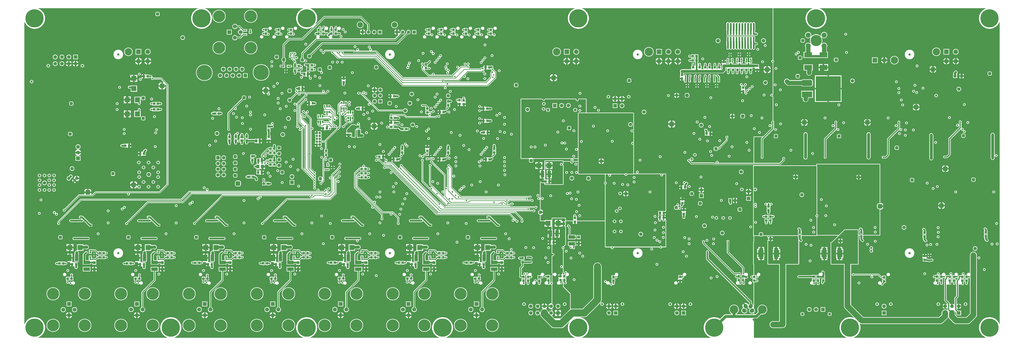
<source format=gbr>
G04 FAB 3000 Version 8.1.40 - Gerber/CAM Software*
G04 RS274-X Output*
%FSLAX35Y35*%
%MIA0B0*%
%MOIN*%
%SFA1.000000B1.000000*%

%IPPOS*%
%AMRECT_ROUNDED85*
4,1,38,0.000000,0.012500,
-0.010250,0.012500,
-0.011549,0.012363,
-0.012792,0.011960,
-0.013924,0.011306,
-0.014895,0.010432,
-0.015663,0.009375,
-0.016194,0.008181,
-0.016466,0.006903,
-0.016500,0.006250,
-0.016500,-0.006250,
-0.016363,-0.007549,
-0.015960,-0.008792,
-0.015306,-0.009924,
-0.014432,-0.010895,
-0.013375,-0.011663,
-0.012181,-0.012194,
-0.010903,-0.012466,
-0.010250,-0.012500,
0.010250,-0.012500,
0.011549,-0.012363,
0.012792,-0.011960,
0.013924,-0.011306,
0.014895,-0.010432,
0.015663,-0.009375,
0.016194,-0.008181,
0.016466,-0.006903,
0.016500,-0.006250,
0.016500,0.006250,
0.016363,0.007549,
0.015960,0.008792,
0.015306,0.009924,
0.014432,0.010895,
0.013375,0.011663,
0.012181,0.012194,
0.010903,0.012466,
0.010250,0.012500,
0.000000,0.012500,
0.000000,0.012500,0.0*
%
%AMRECT_ROUNDED179*
4,1,38,0.000000,0.007874,
-0.008858,0.007874,
-0.009677,0.007788,
-0.010460,0.007534,
-0.011172,0.007122,
-0.011784,0.006571,
-0.012268,0.005906,
-0.012603,0.005154,
-0.012774,0.004349,
-0.012795,0.003937,
-0.012795,-0.003937,
-0.012709,-0.004756,
-0.012455,-0.005538,
-0.012043,-0.006251,
-0.011493,-0.006863,
-0.010827,-0.007347,
-0.010075,-0.007681,
-0.009270,-0.007852,
-0.008858,-0.007874,
0.008858,-0.007874,
0.009677,-0.007788,
0.010460,-0.007534,
0.011172,-0.007122,
0.011784,-0.006571,
0.012268,-0.005906,
0.012603,-0.005154,
0.012774,-0.004349,
0.012795,-0.003937,
0.012795,0.003937,
0.012709,0.004756,
0.012455,0.005538,
0.012043,0.006251,
0.011493,0.006863,
0.010827,0.007347,
0.010075,0.007681,
0.009270,0.007852,
0.008858,0.007874,
0.000000,0.007874,
0.000000,0.007874,0.0*
%
%AMRECT_ROUNDED201*
4,1,38,0.000000,0.040500,
-0.020250,0.040500,
-0.024460,0.040057,
-0.028486,0.038749,
-0.032153,0.036633,
-0.035299,0.033800,
-0.037787,0.030375,
-0.039509,0.026508,
-0.040389,0.022367,
-0.040500,0.020250,
-0.040500,-0.020250,
-0.040057,-0.024460,
-0.038749,-0.028486,
-0.036633,-0.032153,
-0.033800,-0.035299,
-0.030375,-0.037787,
-0.026508,-0.039509,
-0.022367,-0.040389,
-0.020250,-0.040500,
0.020250,-0.040500,
0.024460,-0.040057,
0.028486,-0.038749,
0.032153,-0.036633,
0.035299,-0.033800,
0.037787,-0.030375,
0.039509,-0.026508,
0.040389,-0.022367,
0.040500,-0.020250,
0.040500,0.020250,
0.040057,0.024460,
0.038749,0.028486,
0.036633,0.032153,
0.033800,0.035299,
0.030375,0.037787,
0.026508,0.039509,
0.022367,0.040389,
0.020250,0.040500,
0.000000,0.040500,
0.000000,0.040500,0.0*
%
%AMOCTAGON212*
4,1,9,-0.011000,0.022000,
-0.022000,0.011000,
-0.022000,-0.011000,
-0.011000,-0.022000,
0.011000,-0.022000,
0.022000,-0.011000,
0.022000,0.011000,
0.011000,0.022000,
-0.011000,0.022000,
-0.011000,0.022000,0.0*
%
%AMRECT_ROUNDED256*
4,1,38,0.000000,0.026500,
-0.013250,0.026500,
-0.016005,0.026210,
-0.018639,0.025354,
-0.021038,0.023969,
-0.023097,0.022116,
-0.024725,0.019875,
-0.025851,0.017344,
-0.026427,0.014635,
-0.026500,0.013250,
-0.026500,-0.013250,
-0.026210,-0.016005,
-0.025354,-0.018639,
-0.023969,-0.021038,
-0.022116,-0.023097,
-0.019875,-0.024725,
-0.017344,-0.025851,
-0.014635,-0.026427,
-0.013250,-0.026500,
0.013250,-0.026500,
0.016005,-0.026210,
0.018639,-0.025354,
0.021038,-0.023969,
0.023097,-0.022116,
0.024725,-0.019875,
0.025851,-0.017344,
0.026427,-0.014635,
0.026500,-0.013250,
0.026500,0.013250,
0.026210,0.016005,
0.025354,0.018639,
0.023969,0.021038,
0.022116,0.023097,
0.019875,0.024725,
0.017344,0.025852,
0.014635,0.026427,
0.013250,0.026500,
0.000000,0.026500,
0.000000,0.026500,0.0*
%
%AMRECT_ROUNDED257*
4,1,38,0.000000,0.028500,
-0.014250,0.028500,
-0.017213,0.028189,
-0.020046,0.027268,
-0.022626,0.025778,
-0.024840,0.023785,
-0.026591,0.021375,
-0.027803,0.018653,
-0.028422,0.015740,
-0.028500,0.014250,
-0.028500,-0.014250,
-0.028189,-0.017213,
-0.027268,-0.020046,
-0.025778,-0.022626,
-0.023785,-0.024840,
-0.021375,-0.026591,
-0.018653,-0.027803,
-0.015740,-0.028422,
-0.014250,-0.028500,
0.014250,-0.028500,
0.017213,-0.028189,
0.020046,-0.027268,
0.022626,-0.025778,
0.024840,-0.023785,
0.026591,-0.021375,
0.027803,-0.018654,
0.028422,-0.015740,
0.028500,-0.014250,
0.028500,0.014250,
0.028189,0.017213,
0.027268,0.020046,
0.025778,0.022626,
0.023785,0.024840,
0.021375,0.026591,
0.018653,0.027803,
0.015740,0.028422,
0.014250,0.028500,
0.000000,0.028500,
0.000000,0.028500,0.0*
%
%AMoval83x68.189_55*
4,1,41,0.023600,0.025600,
0.032100,0.013400,
0.035005,0.008346,
0.037004,0.002870,
0.038037,-0.002867,
0.038074,-0.008696,
0.037115,-0.014446,
0.035187,-0.019947,
0.032348,-0.025038,
0.028680,-0.029569,
0.024291,-0.033406,
0.019311,-0.036437,
0.013887,-0.038572,
0.008178,-0.039748,
0.002351,-0.039931,
-0.003420,-0.039116,
-0.008969,-0.037326,
-0.014129,-0.034615,
-0.018750,-0.031061,
-0.022695,-0.026770,
-0.023600,-0.025600,
-0.032100,-0.013400,
-0.035005,-0.008346,
-0.037004,-0.002870,
-0.038037,0.002867,
-0.038074,0.008696,
-0.037115,0.014446,
-0.035187,0.019948,
-0.032348,0.025038,
-0.028680,0.029569,
-0.024291,0.033406,
-0.019311,0.036437,
-0.013887,0.038572,
-0.008178,0.039748,
-0.002351,0.039931,
0.003420,0.039116,
0.008969,0.037326,
0.014129,0.034615,
0.018750,0.031061,
0.022695,0.026770,
0.023600,0.025600,
0.023600,0.025600,0.0*
%
%AMoval85x68.189_25*
4,1,41,0.006700,0.034400,
0.022000,0.027300,
0.027051,0.024386,
0.031530,0.020653,
0.035305,0.016209,
0.038265,0.011185,
0.040323,0.005730,
0.041419,0.000002,
0.041520,-0.005827,
0.040624,-0.011589,
0.038756,-0.017113,
0.035972,-0.022236,
0.032353,-0.026808,
0.028006,-0.030695,
0.023059,-0.033782,
0.017658,-0.035978,
0.011961,-0.037219,
0.006135,-0.037468,
0.000352,-0.036719,
-0.005217,-0.034992,
-0.006700,-0.034400,
-0.022000,-0.027300,
-0.027051,-0.024386,
-0.031530,-0.020653,
-0.035305,-0.016209,
-0.038265,-0.011185,
-0.040323,-0.005730,
-0.041419,-0.000002,
-0.041520,0.005827,
-0.040624,0.011589,
-0.038756,0.017113,
-0.035972,0.022236,
-0.032353,0.026808,
-0.028006,0.030695,
-0.023059,0.033782,
-0.017658,0.035978,
-0.011961,0.037219,
-0.006135,0.037468,
-0.000352,0.036719,
0.005217,0.034992,
0.006700,0.034400,
0.006700,0.034400,0.0*
%
%AMoval85x68.189_335*
4,1,41,-0.022000,0.027300,
-0.006700,0.034400,
-0.001214,0.036388,
0.004531,0.037410,
0.010366,0.037436,
0.016120,0.036465,
0.021623,0.034526,
0.026715,0.031676,
0.031245,0.027999,
0.035081,0.023602,
0.038110,0.018614,
0.040243,0.013183,
0.041417,0.007467,
0.041597,0.001635,
0.040780,-0.004143,
0.038987,-0.009696,
0.036273,-0.014861,
0.032717,-0.019487,
0.028423,-0.023439,
0.023518,-0.026598,
0.022000,-0.027300,
0.006700,-0.034400,
0.001214,-0.036388,
-0.004531,-0.037410,
-0.010366,-0.037436,
-0.016120,-0.036465,
-0.021623,-0.034526,
-0.026715,-0.031676,
-0.031245,-0.027999,
-0.035081,-0.023602,
-0.038110,-0.018614,
-0.040243,-0.013183,
-0.041417,-0.007467,
-0.041597,-0.001635,
-0.040780,0.004143,
-0.038987,0.009696,
-0.036273,0.014861,
-0.032717,0.019487,
-0.028423,0.023439,
-0.023518,0.026598,
-0.022000,0.027300,
-0.022000,0.027300,0.0*
%
%AMoval83x68.189_305*
4,1,41,-0.032100,0.013400,
-0.023600,0.025600,
-0.019843,0.030061,
-0.015379,0.033814,
-0.010340,0.036750,
-0.004873,0.038782,
0.000860,0.039850,
0.006692,0.039923,
0.012450,0.038999,
0.017967,0.037104,
0.023078,0.034295,
0.027634,0.030654,
0.031501,0.026289,
0.034566,0.021326,
0.036738,0.015914,
0.037953,0.010210,
0.038176,0.004382,
0.037400,-0.001398,
0.035648,-0.006961,
0.032972,-0.012143,
0.032100,-0.013400,
0.023600,-0.025600,
0.019843,-0.030061,
0.015379,-0.033815,
0.010340,-0.036750,
0.004873,-0.038782,
-0.000860,-0.039850,
-0.006692,-0.039923,
-0.012450,-0.038999,
-0.017967,-0.037104,
-0.023078,-0.034295,
-0.027634,-0.030654,
-0.031501,-0.026289,
-0.034566,-0.021326,
-0.036738,-0.015914,
-0.037953,-0.010209,
-0.038176,-0.004381,
-0.037400,0.001398,
-0.035648,0.006961,
-0.032972,0.012143,
-0.032100,0.013400,
-0.032100,0.013400,0.0*
%
%AMRECT_ROUNDED368*
4,1,38,0.000000,0.021654,
-0.005906,0.021654,
-0.007133,0.021524,
-0.008308,0.021143,
-0.009377,0.020526,
-0.010294,0.019700,
-0.011020,0.018701,
-0.011522,0.017573,
-0.011779,0.016365,
-0.011811,0.015748,
-0.011811,-0.015748,
-0.011682,-0.016976,
-0.011300,-0.018150,
-0.010683,-0.019219,
-0.009857,-0.020137,
-0.008858,-0.020862,
-0.007730,-0.021365,
-0.006523,-0.021621,
-0.005906,-0.021654,
0.005906,-0.021654,
0.007133,-0.021524,
0.008307,-0.021143,
0.009377,-0.020526,
0.010294,-0.019700,
0.011020,-0.018701,
0.011522,-0.017573,
0.011779,-0.016365,
0.011811,-0.015748,
0.011811,0.015748,
0.011682,0.016976,
0.011300,0.018150,
0.010683,0.019219,
0.009857,0.020137,
0.008858,0.020862,
0.007730,0.021365,
0.006523,0.021621,
0.005906,0.021654,
0.000000,0.021654,
0.000000,0.021654,0.0*
%
%AMRECT_ROUNDED374*
4,1,42,0.000000,0.052165,
-0.065453,0.052165,
-0.070535,0.051665,
-0.075423,0.050185,
-0.079929,0.047780,
-0.083879,0.044543,
-0.087123,0.040598,
-0.089536,0.036097,
-0.091026,0.031212,
-0.091535,0.026131,
-0.091535,0.026083,
-0.091535,-0.026083,
-0.091035,-0.031165,
-0.089555,-0.036053,
-0.087150,-0.040558,
-0.083913,-0.044509,
-0.079968,-0.047753,
-0.075467,-0.050166,
-0.070582,-0.051656,
-0.065501,-0.052165,
-0.065453,-0.052165,
0.065453,-0.052165,
0.070535,-0.051665,
0.075423,-0.050185,
0.079929,-0.047780,
0.083879,-0.044543,
0.087123,-0.040598,
0.089536,-0.036097,
0.091026,-0.031212,
0.091535,-0.026131,
0.091535,-0.026083,
0.091535,0.026083,
0.091035,0.031165,
0.089555,0.036053,
0.087150,0.040558,
0.083913,0.044509,
0.079968,0.047753,
0.075467,0.050166,
0.070582,0.051656,
0.065501,0.052165,
0.065453,0.052165,
0.000000,0.052165,
0.000000,0.052165,0.0*
%
%ADD11C,0.010000*%
%ADD16C,0.020000*%
%ADD84R,0.033000X0.025000*%
%ADD85RECT_ROUNDED85*%
%ADD86R,0.137795X0.086614*%
%ADD110R,0.023622X0.043307*%
%ADD112R,0.033465X0.023622*%
%ADD129R,0.055118X0.061024*%
%ADD130R,0.055118X0.059055*%
%ADD136R,0.039370X0.043307*%
%ADD145R,0.055118X0.043307*%
%ADD150R,0.043307X0.039370*%
%ADD154R,0.090551X0.090551*%
%ADD158R,0.059055X0.114173*%
%ADD162R,0.047244X0.051181*%
%ADD163R,0.051181X0.047244*%
%ADD164R,0.114173X0.059055*%
%ADD169R,0.039370X0.062992*%
%ADD178R,0.043307X0.055118*%
%ADD179RECT_ROUNDED179*%
%ADD180R,0.025591X0.015748*%
%ADD184R,0.023622X0.033465*%
%ADD190C,0.150000*%
%ADD193C,0.062000*%
%ADD194R,0.062000X0.062000*%
%ADD195C,0.039370*%
%ADD198C,0.064000*%
%ADD200C,0.059055*%
%ADD201RECT_ROUNDED201*%
%ADD204C,0.065000*%
%ADD205R,0.065000X0.065000*%
%ADD206C,0.314961*%
%ADD211C,0.044000*%
%ADD212OCTAGON212*%
%ADD213C,0.058000*%
%ADD214R,0.058000X0.058000*%
%ADD215C,0.160000*%
%ADD216C,0.055000*%
%ADD217C,0.045000*%
%ADD219C,0.090000*%
%ADD220R,0.057000X0.057000*%
%ADD221C,0.057000*%
%ADD222C,0.096000*%
%ADD223R,0.080000X0.080000*%
%ADD224C,0.080000*%
%ADD226C,0.128500*%
%ADD227C,0.146000*%
%ADD228C,0.208661*%
%ADD229C,0.069000*%
%ADD230R,0.069000X0.069000*%
%ADD231C,0.050000*%
%ADD232C,0.032000*%
%ADD234C,0.040000*%
%ADD235C,0.060000*%
%ADD236C,0.030000*%
%ADD237C,0.015000*%
%ADD238C,0.075000*%
%ADD239C,0.018000*%
%ADD240C,0.025000*%
%ADD241C,0.014000*%
%ADD242C,0.023000*%
%ADD244C,0.100000*%
%ADD246C,0.022000*%
%ADD247C,0.017000*%
%ADD255R,0.060000X0.060000*%
%ADD256RECT_ROUNDED256*%
%ADD257RECT_ROUNDED257*%
%ADD258C,0.053000*%
%ADD259oval83x68.189_55*%
%ADD260oval85x68.189_25*%
%ADD261oval85x68.189_335*%
%ADD262oval83x68.189_305*%
%ADD263C,0.195000*%
%ADD264C,0.128000*%
%ADD265C,0.027000*%
%ADD277R,0.022186X0.024154*%
%ADD278R,0.032025X0.059587*%
%ADD280R,0.047775X0.047776*%
%ADD281R,0.071394X0.045806*%
%ADD282C,0.166802*%
%ADD283C,0.167808*%
%ADD285C,0.100863*%
%ADD286R,0.024153X0.022185*%
%ADD287C,0.047921*%
%ADD293C,0.149219*%
%ADD296C,0.082707*%
%ADD298C,0.060676*%
%ADD299R,0.038501X0.038498*%
%ADD301R,0.082000X0.082000*%
%ADD305R,0.024154X0.030057*%
%ADD306R,0.030060X0.024154*%
%ADD309R,0.028092X0.026120*%
%ADD311R,0.019000X0.015001*%
%ADD312R,0.019233X0.014309*%
%ADD314C,0.059507*%
%ADD316C,0.060517*%
%ADD317C,0.070605*%
%ADD318R,0.022187X0.033995*%
%ADD320C,0.084724*%
%ADD321R,0.026120X0.028091*%
%ADD324C,0.079737*%
%ADD325C,0.080691*%
%ADD326R,0.030058X0.032028*%
%ADD327C,0.229369*%
%ADD328C,0.116561*%
%ADD329C,0.077664*%
%ADD330R,0.089000X0.089000*%
%ADD331R,0.077000X0.077000*%
%ADD356C,0.089768*%
%ADD361C,0.078673*%
%ADD362R,0.100000X0.100000*%
%ADD363R,0.078000X0.078000*%
%ADD367R,0.029000X0.161000*%
%ADD368RECT_ROUNDED368*%
%ADD369R,0.070000X0.200000*%
%ADD370R,0.094488X0.129921*%
%ADD371R,0.053150X0.129921*%
%ADD372C,0.267717*%
%ADD373R,0.433071X0.433071*%
%ADD374RECT_ROUNDED374*%
%ADD375R,0.183071X0.104331*%
%ADD376C,0.125000*%
%ADD377R,0.219036X0.219033*%
%ADD378R,0.134173X0.079055*%
%ADD379R,0.014314X0.019230*%
%ADD380C,0.288606*%
%LNbottom_layer_0*%
%LPD*%
G36*
X1303180Y486536D02*
G01X1302331Y486367D01*
X1301554Y485848D01*
X1301034Y485070D01*
X1300852Y484154D01*
X1301034Y483237D01*
X1301554Y482459D01*
X1302331Y481940D01*
X1303180Y481771D01*
Y427418D01*
X1302651Y427136D01*
X1302422Y427289D01*
X1301505Y427471D01*
X1300588Y427289D01*
X1299811Y426769D01*
X1299292Y425992D01*
X1299109Y425075D01*
X1299292Y424158D01*
X1299811Y423381D01*
X1300588Y422861D01*
X1301505Y422679D01*
X1302422Y422861D01*
X1302651Y423015D01*
X1303180Y422732D01*
Y380563D01*
X1302518Y380431D01*
X1301740Y379912D01*
X1301221Y379134D01*
X1301039Y378217D01*
X1301221Y377300D01*
X1301395Y377039D01*
Y372818D01*
X1300795Y372759D01*
X1300766Y372905D01*
X1300247Y373682D01*
X1299470Y374202D01*
X1298553Y374384D01*
X1297636Y374202D01*
X1296859Y373682D01*
X1296339Y372905D01*
X1296157Y371988D01*
X1296339Y371071D01*
X1296859Y370294D01*
X1297636Y369775D01*
X1298553Y369592D01*
X1299470Y369775D01*
X1300247Y370294D01*
X1300766Y371071D01*
X1300795Y371217D01*
X1301395Y371158D01*
Y367774D01*
X1286708Y353087D01*
X1270000D01*
Y344300D01*
Y306867D01*
X1209356D01*
X1208996Y307467D01*
X1209139Y308183D01*
X1208956Y309100D01*
X1208437Y309877D01*
X1207660Y310396D01*
X1206742Y310579D01*
X1205826Y310396D01*
X1205048Y309877D01*
X1204529Y309100D01*
X1204347Y308183D01*
X1204489Y307467D01*
X1204129Y306867D01*
X1201762D01*
X1201588Y307040D01*
X1201009Y307427D01*
X1200327Y307563D01*
X1163435D01*
X1160534Y310463D01*
X1160830Y310958D01*
X1161559Y310656D01*
X1162343Y310553D01*
X1163126Y310656D01*
X1163855Y310958D01*
X1164482Y311439D01*
X1164963Y312066D01*
X1165265Y312796D01*
X1165368Y313579D01*
X1165265Y314362D01*
X1164963Y315092D01*
X1164482Y315718D01*
X1163855Y316199D01*
X1163126Y316502D01*
X1162343Y316605D01*
X1161559Y316502D01*
X1160830Y316199D01*
X1160203Y315718D01*
X1159722Y315092D01*
X1159420Y314362D01*
X1159317Y313579D01*
X1159349Y313335D01*
X1159164Y313194D01*
X1158781Y313048D01*
X1158106Y313499D01*
X1157189Y313681D01*
X1156272Y313499D01*
X1155495Y312979D01*
X1154976Y312202D01*
X1154793Y311285D01*
X1154976Y310368D01*
X1155495Y309591D01*
X1156272Y309072D01*
X1157030Y308921D01*
X1161434Y304517D01*
X1162013Y304130D01*
X1162696Y303994D01*
X1199588D01*
X1199761Y303821D01*
X1200340Y303434D01*
X1201023Y303298D01*
X1270000D01*
Y302620D01*
X1269974Y302615D01*
X1269643Y302394D01*
X1269422Y302063D01*
X1269344Y301673D01*
Y262952D01*
X1269351Y262918D01*
X1269346Y262885D01*
X1269389Y262724D01*
X1269422Y262561D01*
X1269441Y262533D01*
X1269449Y262501D01*
X1269551Y262369D01*
X1269643Y262231D01*
X1269671Y262212D01*
X1269692Y262185D01*
X1269835Y262102D01*
X1269974Y262010D01*
X1270000Y262004D01*
Y259256D01*
X1269974Y259250D01*
X1269835Y259158D01*
X1269692Y259075D01*
X1269671Y259048D01*
X1269643Y259029D01*
X1269550Y258891D01*
X1269449Y258759D01*
X1269441Y258727D01*
X1269422Y258698D01*
X1269389Y258535D01*
X1269346Y258375D01*
X1269351Y258341D01*
X1269344Y258308D01*
Y180610D01*
X1269422Y180220D01*
X1269643Y179889D01*
X1269974Y179668D01*
X1270000Y179663D01*
Y169057D01*
X1269974Y169052D01*
X1269643Y168831D01*
X1269422Y168500D01*
X1269344Y168110D01*
Y130709D01*
X1269422Y130318D01*
X1269643Y129988D01*
X1269974Y129767D01*
X1270000Y129761D01*
Y111335D01*
X1268247D01*
Y110546D01*
X1267718Y110263D01*
X1267642Y110314D01*
X1266725Y110496D01*
X1265808Y110314D01*
X1265031Y109794D01*
X1264512Y109017D01*
X1264329Y108100D01*
X1264512Y107183D01*
X1265031Y106406D01*
X1265808Y105886D01*
X1266725Y105704D01*
X1267642Y105886D01*
X1267718Y105937D01*
X1268247Y105654D01*
Y105398D01*
X1270000D01*
Y104642D01*
X1268247D01*
Y98705D01*
X1270000D01*
Y59295D01*
X1269400Y59203D01*
X1269345Y59376D01*
X1268722Y60355D01*
X1267865Y61140D01*
X1267184Y61494D01*
Y64310D01*
X1267009Y65188D01*
X1266512Y65932D01*
X1191962Y140483D01*
Y151613D01*
X1192064Y152126D01*
X1191881Y153043D01*
X1191362Y153820D01*
X1190585Y154339D01*
X1189668Y154522D01*
X1188751Y154339D01*
X1187973Y153820D01*
X1187454Y153043D01*
X1187272Y152126D01*
X1187374Y151613D01*
Y139532D01*
X1187548Y138654D01*
X1188046Y137910D01*
X1262596Y63360D01*
Y60993D01*
X1262456Y60903D01*
X1261671Y60047D01*
X1261554Y59879D01*
X1260954D01*
X1260430Y60626D01*
X1259468Y61676D01*
X1258267Y62441D01*
X1256909Y62870D01*
X1255486Y62932D01*
X1254095Y62623D01*
X1253950Y62548D01*
X1257410Y57607D01*
X1260870Y52665D01*
X1260990Y52776D01*
X1261025Y52831D01*
X1261620Y52909D01*
X1261914Y52640D01*
X1262812Y52172D01*
X1263045Y51539D01*
X1262926Y51408D01*
X1262390Y50378D01*
X1262138Y49245D01*
X1262189Y48085D01*
X1262538Y46978D01*
X1263162Y45999D01*
X1264018Y45214D01*
X1265048Y44678D01*
X1266181Y44427D01*
X1267341Y44477D01*
X1268449Y44827D01*
X1269400Y45270D01*
X1270000Y44888D01*
Y43030D01*
X1240087D01*
X1239936Y43630D01*
X1240777Y44079D01*
X1242071Y45142D01*
X1243133Y46436D01*
X1243922Y47913D01*
X1244409Y49515D01*
X1244573Y51181D01*
X1244409Y52847D01*
X1243922Y54450D01*
X1243133Y55926D01*
X1242071Y57221D01*
X1240777Y58283D01*
X1239300Y59072D01*
X1237698Y59558D01*
X1236032Y59722D01*
X1234365Y59558D01*
X1232763Y59072D01*
X1231286Y58283D01*
X1229992Y57221D01*
X1228930Y55926D01*
X1228141Y54450D01*
X1227655Y52847D01*
X1227490Y51181D01*
X1227655Y49515D01*
X1228141Y47913D01*
X1228930Y46436D01*
X1229992Y45142D01*
X1231286Y44079D01*
X1232127Y43630D01*
X1231976Y43030D01*
X1221398D01*
X1220484Y42910D01*
X1219633Y42557D01*
X1218901Y41996D01*
X1211746Y34841D01*
X1210726Y35522D01*
X1208581Y36580D01*
X1206316Y37349D01*
X1203970Y37816D01*
X1201583Y37972D01*
X1199196Y37816D01*
X1196850Y37349D01*
X1194585Y36580D01*
X1192439Y35522D01*
X1190450Y34193D01*
X1188652Y32616D01*
X1187075Y30818D01*
X1185746Y28829D01*
X1184688Y26683D01*
X1183919Y24418D01*
X1183452Y22072D01*
X1183296Y19685D01*
X1183452Y17298D01*
X1183919Y14952D01*
X1184688Y12687D01*
X1185746Y10541D01*
X1187075Y8552D01*
X1188652Y6754D01*
X1190450Y5177D01*
X1192439Y3848D01*
X1194585Y2790D01*
X1195052Y2631D01*
X1194954Y2039D01*
X971993D01*
X971895Y2631D01*
X972360Y2789D01*
X974506Y3847D01*
X976495Y5176D01*
X978293Y6753D01*
X979870Y8552D01*
X981199Y10541D01*
X982257Y12686D01*
X983026Y14951D01*
X983493Y17297D01*
X983649Y19684D01*
X983493Y22071D01*
X983026Y24417D01*
X982257Y26682D01*
X981199Y28828D01*
X979870Y30817D01*
X978293Y32615D01*
X976495Y34192D01*
X974506Y35521D01*
X972360Y36579D01*
X970095Y37348D01*
X969095Y37547D01*
X969155Y38147D01*
X975828D01*
X977250Y38287D01*
X978616Y38702D01*
X979876Y39375D01*
X980980Y40281D01*
X1003751Y63052D01*
X1004657Y64156D01*
X1005331Y65416D01*
X1005745Y66783D01*
X1005885Y68204D01*
Y79900D01*
Y88119D01*
Y96337D01*
Y109563D01*
Y117781D01*
Y126000D01*
X1005745Y127421D01*
X1005331Y128788D01*
X1004657Y130047D01*
X1003751Y131151D01*
X1002647Y132057D01*
X1001388Y132731D01*
X1000021Y133145D01*
X998600Y133285D01*
X997179Y133145D01*
X995812Y132731D01*
X994553Y132057D01*
X993449Y131151D01*
X992543Y130047D01*
X991869Y128788D01*
X991455Y127421D01*
X991315Y126000D01*
Y117781D01*
Y109563D01*
Y96337D01*
Y88119D01*
Y79900D01*
Y71221D01*
X972811Y52717D01*
X954697D01*
X953276Y52577D01*
X952602Y52373D01*
X952120Y52730D01*
Y78506D01*
X952081Y78700D01*
X952043Y78894D01*
X952042Y78895D01*
Y78896D01*
X951932Y79061D01*
X951823Y79226D01*
X939720Y91385D01*
Y96295D01*
X940314Y96826D01*
X940424Y96819D01*
X940944Y96042D01*
X941721Y95522D01*
X942638Y95340D01*
X943555Y95522D01*
X944332Y96042D01*
X944851Y96819D01*
X945034Y97736D01*
X944851Y98653D01*
X944556Y99095D01*
X944303Y99590D01*
Y105527D01*
X939217D01*
X939117Y105589D01*
X939063Y105683D01*
X939413Y106283D01*
X944303D01*
Y109410D01*
X944903Y109769D01*
X945322Y109596D01*
X946092Y109494D01*
X946862Y109596D01*
X947579Y109893D01*
X948196Y110366D01*
X948669Y110982D01*
X948966Y111700D01*
X949067Y112470D01*
X948966Y113240D01*
X948669Y113957D01*
X948196Y114574D01*
X947579Y115046D01*
X946862Y115344D01*
X946253Y115424D01*
X945696Y115700D01*
X945514Y116617D01*
X944994Y117394D01*
X944217Y117914D01*
X943300Y118096D01*
X942383Y117914D01*
X941606Y117394D01*
X941086Y116617D01*
X940904Y115700D01*
X941086Y114783D01*
X941512Y114146D01*
Y113975D01*
X940753Y113216D01*
X940422Y112720D01*
X940322Y112220D01*
X938736D01*
X938733Y112226D01*
X938512Y112820D01*
X938556Y112925D01*
X938631Y113095D01*
X938632Y113109D01*
X938637Y113121D01*
Y113307D01*
X938642Y113493D01*
X938637Y113506D01*
Y113519D01*
X938561Y113900D01*
X938665Y114419D01*
X938959Y114859D01*
X939266Y115065D01*
X939338Y115136D01*
X939421Y115192D01*
X939477Y115275D01*
X939548Y115346D01*
X939586Y115439D01*
X939642Y115522D01*
X939662Y115621D01*
X939700Y115714D01*
Y115814D01*
X939720Y115913D01*
Y124581D01*
X939710Y124631D01*
X939715Y124681D01*
X939671Y124825D01*
X939642Y124971D01*
X939614Y125014D01*
X939599Y125062D01*
X939504Y125178D01*
X939421Y125302D01*
X939379Y125330D01*
X939347Y125369D01*
X939215Y125440D01*
X939090Y125523D01*
X939041Y125533D01*
X938996Y125557D01*
X938478Y125714D01*
Y125910D01*
X938496Y126000D01*
X938478Y126090D01*
Y126286D01*
X938996Y126443D01*
X939041Y126467D01*
X939090Y126477D01*
X939215Y126560D01*
X939347Y126631D01*
X939379Y126670D01*
X939421Y126698D01*
X939504Y126822D01*
X939599Y126938D01*
X939614Y126986D01*
X939642Y127028D01*
X939671Y127175D01*
X939715Y127319D01*
X939710Y127369D01*
X939720Y127419D01*
Y156623D01*
X939700Y156722D01*
Y156822D01*
X939688Y156851D01*
X940397Y157325D01*
X940916Y158102D01*
X941099Y159019D01*
X940916Y159936D01*
X940397Y160713D01*
X940366Y161024D01*
X943321Y163979D01*
X943542Y164310D01*
X943620Y164700D01*
Y185258D01*
X943600Y185357D01*
Y185457D01*
X943494Y185992D01*
X943600Y186527D01*
Y186627D01*
X943620Y186726D01*
Y195992D01*
X943595Y196116D01*
X943589Y196241D01*
X943557Y196309D01*
X943542Y196382D01*
X943472Y196487D01*
X943418Y196601D01*
X943363Y196651D01*
X943321Y196713D01*
X943216Y196783D01*
X943123Y196867D01*
X942578Y197193D01*
X942448Y197619D01*
X942447Y197623D01*
X942493Y197884D01*
X942619Y197981D01*
X943253Y198807D01*
X943651Y199768D01*
X943787Y200800D01*
X943651Y201832D01*
X943253Y202793D01*
X942619Y203619D01*
X942493Y203716D01*
X942448Y203977D01*
Y203981D01*
X942578Y204407D01*
X943123Y204733D01*
X943216Y204817D01*
X943321Y204887D01*
X943363Y204949D01*
X943418Y204999D01*
X943472Y205113D01*
X943542Y205218D01*
X943620Y205280D01*
X952624D01*
X952722Y205299D01*
X952822D01*
X952843Y205308D01*
X953550Y205448D01*
X954257Y205308D01*
X954278Y205299D01*
X954378D01*
X954477Y205280D01*
X955783D01*
Y200777D01*
X958199D01*
Y204246D01*
X960699D01*
Y200777D01*
X963114D01*
Y205280D01*
X1011680D01*
Y160853D01*
X1011758Y160463D01*
X1011979Y160132D01*
X1012310Y159911D01*
X1012700Y159833D01*
X1021493D01*
X1021874Y159369D01*
X1021804Y159019D01*
X1021986Y158102D01*
X1022506Y157325D01*
X1023283Y156805D01*
X1024200Y156623D01*
X1025117Y156805D01*
X1025894Y157325D01*
X1026414Y158102D01*
X1026596Y159019D01*
X1026526Y159369D01*
X1026907Y159833D01*
X1106457D01*
X1106586Y159183D01*
X1107106Y158406D01*
X1107883Y157886D01*
X1108800Y157704D01*
X1109717Y157886D01*
X1110494Y158406D01*
X1111014Y159183D01*
X1111143Y159833D01*
X1117100D01*
X1117490Y159911D01*
X1117821Y160132D01*
X1118042Y160463D01*
X1118120Y160853D01*
Y207238D01*
X1118118Y207248D01*
X1118119Y207258D01*
X1118079Y207442D01*
X1118042Y207628D01*
X1118036Y207637D01*
X1118034Y207647D01*
X1117926Y207802D01*
X1117821Y207959D01*
X1117812Y207964D01*
X1117806Y207973D01*
X1117196Y208559D01*
X1117081Y208632D01*
Y210349D01*
X1113613D01*
Y211599D01*
X1112363D01*
Y215264D01*
X1110144D01*
X1109547Y215250D01*
X1109473Y215268D01*
Y216828D01*
X1110148D01*
X1110404Y216334D01*
Y216328D01*
X1112622D01*
Y219993D01*
X1113872D01*
Y221243D01*
X1117341D01*
Y222711D01*
X1117767Y223080D01*
X1117790Y223109D01*
X1117821Y223130D01*
X1117912Y223265D01*
X1118012Y223394D01*
X1118021Y223430D01*
X1118042Y223461D01*
X1118074Y223621D01*
X1118117Y223778D01*
X1118112Y223814D01*
X1118120Y223851D01*
Y287200D01*
X1118042Y287590D01*
X1117821Y287921D01*
X1117490Y288142D01*
X1117100Y288220D01*
X1113264D01*
X1113195Y288206D01*
X1113126Y288210D01*
X1113002Y288168D01*
X1112874Y288142D01*
X1112816Y288103D01*
X1112750Y288081D01*
X1112652Y287994D01*
X1112593Y287954D01*
X1112029Y287718D01*
X1111252Y288237D01*
X1110335Y288420D01*
X1109418Y288237D01*
X1108640Y287718D01*
X1108077Y287954D01*
X1108018Y287994D01*
X1107920Y288081D01*
X1107854Y288103D01*
X1107796Y288142D01*
X1107667Y288168D01*
X1107543Y288210D01*
X1107474Y288206D01*
X1107406Y288220D01*
X1068819D01*
X1068760Y288820D01*
X1068830Y288834D01*
X1069608Y289353D01*
X1070127Y290130D01*
X1070310Y291047D01*
X1070127Y291964D01*
X1069608Y292742D01*
X1068830Y293261D01*
X1067914Y293443D01*
X1066997Y293261D01*
X1066219Y292742D01*
X1065700Y291964D01*
X1065517Y291047D01*
X1065700Y290130D01*
X1066219Y289353D01*
X1066997Y288834D01*
X1067067Y288820D01*
X1067008Y288220D01*
X1062634D01*
X1062552Y288249D01*
X1062064Y288820D01*
Y338352D01*
X1062044Y338454D01*
X1062043Y338558D01*
X1062005Y338647D01*
X1061986Y338742D01*
X1061928Y338828D01*
X1061888Y338924D01*
X1061819Y338992D01*
X1061765Y339073D01*
X1061608Y339239D01*
X1061664Y339883D01*
X1061908Y340248D01*
X1062091Y341165D01*
X1061908Y342082D01*
X1061664Y342448D01*
X1061608Y343092D01*
X1061765Y343258D01*
X1061819Y343339D01*
X1061888Y343407D01*
X1061928Y343502D01*
X1061986Y343589D01*
X1062005Y343684D01*
X1062043Y343773D01*
X1062044Y343877D01*
X1062064Y343979D01*
Y361162D01*
X1062054Y361212D01*
X1062059Y361262D01*
X1062015Y361406D01*
X1061986Y361553D01*
X1061958Y361595D01*
X1061943Y361643D01*
X1061848Y361759D01*
X1061765Y361883D01*
X1061723Y361911D01*
X1061691Y361951D01*
X1061559Y362021D01*
X1061434Y362104D01*
X1061385Y362114D01*
X1061340Y362138D01*
X1060540Y362381D01*
X1060490Y362386D01*
X1060443Y362405D01*
X1060293D01*
X1060144Y362420D01*
X1060096Y362405D01*
X1060045D01*
X1059907Y362348D01*
X1059764Y362304D01*
X1059724Y362272D01*
X1059678Y362253D01*
X1059572Y362147D01*
X1059456Y362052D01*
X1059432Y362007D01*
X1059396Y361971D01*
X1059376Y361941D01*
X1058936Y361647D01*
X1058417Y361544D01*
X1057898Y361647D01*
X1057458Y361941D01*
X1057164Y362381D01*
X1057060Y362900D01*
X1057164Y363419D01*
X1057458Y363859D01*
X1057898Y364153D01*
X1058417Y364257D01*
X1058936Y364153D01*
X1059376Y363859D01*
X1059396Y363829D01*
X1059432Y363793D01*
X1059456Y363748D01*
X1059572Y363653D01*
X1059678Y363547D01*
X1059724Y363528D01*
X1059764Y363496D01*
X1059907Y363452D01*
X1060045Y363395D01*
X1060096D01*
X1060144Y363380D01*
X1060293Y363395D01*
X1060443D01*
X1060490Y363414D01*
X1060540Y363419D01*
X1061340Y363662D01*
X1061385Y363686D01*
X1061434Y363696D01*
X1061559Y363779D01*
X1061691Y363850D01*
X1061723Y363889D01*
X1061765Y363917D01*
X1061848Y364041D01*
X1061943Y364157D01*
X1061958Y364205D01*
X1061986Y364247D01*
X1062015Y364394D01*
X1062059Y364538D01*
X1062054Y364588D01*
X1062064Y364638D01*
Y393524D01*
X1061986Y393914D01*
X1061765Y394245D01*
X1061434Y394466D01*
X1061044Y394543D01*
X980261D01*
X979661D01*
X979662Y417913D01*
X979584Y418304D01*
X979363Y418634D01*
X979032Y418855D01*
X978642Y418933D01*
X966421D01*
X966371Y418923D01*
X966321Y418928D01*
X966177Y418885D01*
X966030Y418855D01*
X965988Y418827D01*
X965940Y418813D01*
X965824Y418718D01*
X965700Y418634D01*
X965671Y418592D01*
X965632Y418560D01*
X964976Y417760D01*
X964952Y417716D01*
X964916Y417680D01*
X964859Y417542D01*
X964788Y417409D01*
X964783Y417359D01*
X964764Y417312D01*
Y417163D01*
X964749Y417013D01*
X964764Y416965D01*
Y416944D01*
X964658Y416410D01*
X964364Y415970D01*
X963924Y415676D01*
X963405Y415573D01*
X962886Y415676D01*
X962445Y415970D01*
X962151Y416410D01*
X962045Y416944D01*
Y416965D01*
X962060Y417013D01*
X962045Y417163D01*
Y417312D01*
X962026Y417359D01*
X962021Y417409D01*
X961950Y417541D01*
X961893Y417680D01*
X961857Y417716D01*
X961833Y417760D01*
X961177Y418560D01*
X961138Y418592D01*
X961110Y418634D01*
X960985Y418718D01*
X960869Y418813D01*
X960821Y418827D01*
X960779Y418855D01*
X960632Y418885D01*
X960489Y418928D01*
X960438Y418923D01*
X960389Y418933D01*
X908011D01*
X907620Y418855D01*
X907290Y418634D01*
X907069Y418304D01*
X906856Y417791D01*
X906539Y417377D01*
X906125Y417060D01*
X905643Y416860D01*
X905126Y416792D01*
X904609Y416860D01*
X904128Y417060D01*
X903714Y417377D01*
X903396Y417791D01*
X903184Y418304D01*
X902963Y418634D01*
X902632Y418855D01*
X902242Y418933D01*
X866043D01*
X865653Y418855D01*
X865323Y418634D01*
X865101Y418304D01*
X865024Y417913D01*
Y314862D01*
X865101Y314472D01*
X865322Y314141D01*
X865653Y313920D01*
X866043Y313843D01*
X879423D01*
X879753Y313256D01*
X879572Y312349D01*
Y309699D01*
X879753Y308791D01*
X880266Y308022D01*
X881036Y307509D01*
X881943Y307328D01*
X884593D01*
X885500Y307509D01*
X886269Y308022D01*
X886783Y308791D01*
X886963Y309699D01*
Y312349D01*
X886783Y313256D01*
X887112Y313843D01*
X952210D01*
X952530Y313243D01*
X952242Y312811D01*
X952059Y311894D01*
X952242Y310977D01*
X952761Y310199D01*
X953538Y309680D01*
X954455Y309498D01*
X955372Y309680D01*
X956150Y310199D01*
X956669Y310977D01*
X956851Y311894D01*
X956669Y312811D01*
X956380Y313243D01*
X956701Y313843D01*
X964728D01*
Y310478D01*
Y309878D01*
X957046D01*
X956997Y309868D01*
X956947Y309873D01*
X956803Y309829D01*
X956656Y309800D01*
X956614Y309772D01*
X956566Y309757D01*
X956450Y309662D01*
X956326Y309579D01*
X956297Y309537D01*
X956258Y309505D01*
X955751Y308887D01*
X955727Y308842D01*
X955691Y308806D01*
X955634Y308668D01*
X955563Y308536D01*
X955558Y308485D01*
X955539Y308439D01*
Y308289D01*
X955535Y308244D01*
X955413Y307634D01*
X955119Y307194D01*
X954679Y306900D01*
X954160Y306797D01*
X953641Y306900D01*
X953201Y307194D01*
X952907Y307634D01*
X952786Y308244D01*
X952781Y308289D01*
Y308439D01*
X952762Y308485D01*
X952757Y308536D01*
X952686Y308668D01*
X952629Y308806D01*
X952593Y308842D01*
X952569Y308887D01*
X952062Y309505D01*
X952023Y309537D01*
X951995Y309579D01*
X951870Y309662D01*
X951754Y309757D01*
X951706Y309772D01*
X951664Y309800D01*
X951517Y309829D01*
X951374Y309873D01*
X951323Y309868D01*
X951274Y309878D01*
X939504D01*
Y310433D01*
X939426Y310823D01*
X939205Y311154D01*
X938874Y311375D01*
X938484Y311453D01*
X907480D01*
X907090Y311375D01*
X906759Y311154D01*
X906538Y310823D01*
X906461Y310433D01*
Y294469D01*
X904110D01*
Y287261D01*
Y280052D01*
X906461D01*
Y278426D01*
X904740D01*
Y276011D01*
X908208D01*
Y273511D01*
X904740D01*
Y272754D01*
X903122D01*
X902538Y272831D01*
X902056Y273031D01*
X901643Y273348D01*
X901279Y273822D01*
X901255Y273881D01*
X901184Y273952D01*
X901128Y274035D01*
X901045Y274091D01*
X900974Y274162D01*
X900881Y274200D01*
X900797Y274256D01*
X900699Y274276D01*
X900606Y274314D01*
X900506D01*
X900407Y274334D01*
X900309Y274314D01*
X900208D01*
X899408Y274155D01*
X899315Y274117D01*
X899217Y274097D01*
X899133Y274041D01*
X899041Y274003D01*
X898970Y273932D01*
X898886Y273876D01*
X898830Y273792D01*
X898759Y273721D01*
X898721Y273629D01*
X898665Y273545D01*
X898646Y273447D01*
X898607Y273354D01*
Y273254D01*
X898588Y273155D01*
Y246753D01*
X898255Y246590D01*
X897988Y246524D01*
X897267Y247006D01*
X896350Y247188D01*
X895433Y247006D01*
X894656Y246486D01*
X894136Y245709D01*
X893954Y244792D01*
X894136Y243875D01*
X894656Y243098D01*
X895433Y242578D01*
X896350Y242396D01*
X897267Y242578D01*
X897988Y243060D01*
X898255Y242994D01*
X898588Y242831D01*
X898587Y225531D01*
X898665Y225140D01*
X898340Y224547D01*
X897825D01*
X896918Y224367D01*
X896149Y223853D01*
X895635Y223084D01*
X895455Y222177D01*
Y219527D01*
X895635Y218620D01*
X896149Y217851D01*
X896918Y217337D01*
X897825Y217156D01*
X898340D01*
X898665Y216563D01*
X898587Y216173D01*
Y206299D01*
X898665Y205909D01*
X898886Y205578D01*
X899217Y205357D01*
X899607Y205280D01*
X906664D01*
Y203042D01*
X912692D01*
Y201792D01*
X913942D01*
Y195764D01*
X918719D01*
X918881Y195231D01*
Y191109D01*
X917845D01*
Y183900D01*
Y176691D01*
X918880D01*
Y172065D01*
X917004D01*
Y168400D01*
Y164735D01*
X918880D01*
Y149652D01*
X918904Y149534D01*
X918909Y149414D01*
X918942Y149341D01*
X918958Y149262D01*
X919025Y149162D01*
X919075Y149053D01*
X919134Y148998D01*
X919179Y148931D01*
X919279Y148864D01*
X919367Y148783D01*
X919967Y148415D01*
X920136Y148353D01*
X920301Y148284D01*
X920322D01*
X920341Y148277D01*
X920520Y148284D01*
X920699D01*
X921200Y148384D01*
X921719Y148281D01*
X922159Y147987D01*
X922453Y147547D01*
X922556Y147028D01*
X922453Y146508D01*
X922159Y146068D01*
X921719Y145774D01*
X921200Y145671D01*
X920699Y145771D01*
X920520D01*
X920341Y145778D01*
X920322Y145771D01*
X920301D01*
X920136Y145702D01*
X919967Y145640D01*
X919367Y145273D01*
X919279Y145191D01*
X919179Y145124D01*
X919134Y145057D01*
X919075Y145003D01*
X919025Y144893D01*
X918958Y144793D01*
X918942Y144714D01*
X918909Y144641D01*
X918904Y144521D01*
X918880Y144403D01*
Y115104D01*
X918900Y115006D01*
Y114905D01*
X918938Y114812D01*
X918958Y114714D01*
X919014Y114631D01*
X919052Y114538D01*
X919123Y114467D01*
X919179Y114383D01*
X919263Y114327D01*
X919334Y114256D01*
X919876Y113894D01*
X920170Y113454D01*
X920175Y113431D01*
X920194Y113384D01*
X920199Y113334D01*
X920233Y113271D01*
X920255Y113218D01*
X920354Y112893D01*
X920187Y112440D01*
X920178Y112428D01*
X919876Y111976D01*
X919334Y111613D01*
X919263Y111542D01*
X919179Y111486D01*
X919123Y111403D01*
X919052Y111332D01*
X919014Y111239D01*
X918958Y111155D01*
X918938Y111057D01*
X918900Y110964D01*
Y110864D01*
X918880Y110765D01*
Y99440D01*
X917983Y99261D01*
X917206Y98742D01*
X916686Y97964D01*
X916061Y97898D01*
X916039Y97904D01*
Y99000D01*
X916591D01*
Y104937D01*
X910260D01*
Y100918D01*
X909809Y100522D01*
X909637Y100545D01*
X908867Y100444D01*
X908149Y100146D01*
X907533Y99674D01*
X907060Y99057D01*
X906763Y98340D01*
X906661Y97570D01*
X906763Y96800D01*
X907060Y96082D01*
X907533Y95466D01*
X908149Y94993D01*
X908867Y94696D01*
X909637Y94594D01*
X910407Y94696D01*
X911124Y94993D01*
X911302Y95129D01*
X912111Y94998D01*
X912306Y94706D01*
X913083Y94186D01*
X914000Y94004D01*
X914917Y94186D01*
X915694Y94706D01*
X916214Y95483D01*
X916256Y95695D01*
X916893Y95822D01*
X917206Y95353D01*
X917983Y94834D01*
X918880Y94655D01*
Y62585D01*
X918429Y62190D01*
X918118Y62231D01*
X916787Y62055D01*
X915546Y61541D01*
X914481Y60724D01*
X913663Y59659D01*
X913149Y58418D01*
X913139Y58337D01*
X918118D01*
Y55837D01*
X913139D01*
X913149Y55755D01*
X913663Y54515D01*
X914481Y53449D01*
X915546Y52632D01*
X916787Y52118D01*
X918118Y51943D01*
X918429Y51984D01*
X918880Y51588D01*
Y49766D01*
X918429Y49370D01*
X918118Y49411D01*
X917048Y49270D01*
X916051Y48857D01*
X915194Y48200D01*
X914537Y47343D01*
X914322Y46824D01*
X913569Y46506D01*
X913466Y46553D01*
X913452Y46697D01*
X913038Y48063D01*
X912364Y49323D01*
X911458Y50427D01*
X910354Y51333D01*
X909095Y52006D01*
X908907Y52063D01*
X908905Y52099D01*
X908942Y52680D01*
X909944Y53449D01*
X910762Y54515D01*
X911276Y55755D01*
X911287Y55837D01*
X906307D01*
X901328D01*
X901338Y55755D01*
X901852Y54515D01*
X902670Y53449D01*
X903673Y52680D01*
X903709Y52099D01*
X903707Y52063D01*
X903519Y52006D01*
X902260Y51333D01*
X901156Y50427D01*
X900250Y49323D01*
X899577Y48063D01*
X899162Y46697D01*
X899114Y46208D01*
X898510Y46198D01*
X898491Y46346D01*
X898077Y47343D01*
X897420Y48200D01*
X896564Y48857D01*
X895566Y49270D01*
X894496Y49411D01*
X893426Y49270D01*
X892428Y48857D01*
X891572Y48200D01*
X890915Y47343D01*
X890502Y46346D01*
X890361Y45276D01*
X890502Y44205D01*
X890915Y43208D01*
X891572Y42351D01*
X892428Y41694D01*
X893426Y41281D01*
X894496Y41140D01*
X895566Y41281D01*
X896564Y41694D01*
X897420Y42351D01*
X898077Y43208D01*
X898422Y44040D01*
X899022Y43920D01*
Y43015D01*
X899162Y41594D01*
X899577Y40227D01*
X900250Y38968D01*
X901156Y37864D01*
X917971Y21049D01*
X919075Y20143D01*
X920334Y19469D01*
X921701Y19055D01*
X923122Y18915D01*
X935465D01*
X936886Y19055D01*
X938253Y19469D01*
X939512Y20143D01*
X940616Y21049D01*
X949625Y30058D01*
X950092Y29675D01*
X949525Y28828D01*
X948467Y26682D01*
X947698Y24417D01*
X947232Y22071D01*
X947075Y19684D01*
X947232Y17297D01*
X947698Y14951D01*
X948467Y12686D01*
X949525Y10541D01*
X950854Y8552D01*
X952431Y6753D01*
X954230Y5176D01*
X956219Y3847D01*
X958364Y2789D01*
X958829Y2631D01*
X958731Y2039D01*
X735773D01*
X735675Y2631D01*
X736140Y2789D01*
X738285Y3847D01*
X740274Y5176D01*
X742073Y6753D01*
X743650Y8552D01*
X744979Y10541D01*
X746037Y12686D01*
X746806Y14951D01*
X747272Y17297D01*
X747429Y19684D01*
X747272Y22071D01*
X746806Y24417D01*
X746037Y26682D01*
X744979Y28828D01*
X743650Y30817D01*
X742073Y32615D01*
X740274Y34192D01*
X738285Y35521D01*
X736140Y36579D01*
X733875Y37348D01*
X731529Y37815D01*
X729142Y37971D01*
X726755Y37815D01*
X724409Y37348D01*
X722144Y36579D01*
X719998Y35521D01*
X718009Y34192D01*
X716211Y32615D01*
X714634Y30817D01*
X713305Y28828D01*
X712247Y26682D01*
X711478Y24417D01*
X711011Y22071D01*
X710855Y19684D01*
X711011Y17297D01*
X711478Y14951D01*
X712247Y12686D01*
X713305Y10541D01*
X714634Y8552D01*
X716211Y6753D01*
X718009Y5176D01*
X719998Y3847D01*
X722144Y2789D01*
X722609Y2631D01*
X722511Y2039D01*
X499552D01*
X499454Y2631D01*
X499919Y2789D01*
X502065Y3847D01*
X504054Y5176D01*
X505852Y6753D01*
X507429Y8552D01*
X508758Y10541D01*
X509816Y12686D01*
X510585Y14951D01*
X511052Y17297D01*
X511208Y19684D01*
X511052Y22071D01*
X510585Y24417D01*
X509816Y26682D01*
X508758Y28828D01*
X507429Y30817D01*
X505852Y32615D01*
X504054Y34192D01*
X502065Y35521D01*
X499919Y36579D01*
X497654Y37348D01*
X495308Y37815D01*
X492921Y37971D01*
X490534Y37815D01*
X488188Y37348D01*
X485923Y36579D01*
X483778Y35521D01*
X481789Y34192D01*
X479990Y32615D01*
X478413Y30817D01*
X477084Y28828D01*
X476026Y26682D01*
X475257Y24417D01*
X474791Y22071D01*
X474634Y19684D01*
X474791Y17297D01*
X475257Y14951D01*
X476026Y12686D01*
X477084Y10541D01*
X478413Y8552D01*
X479990Y6753D01*
X481789Y5176D01*
X483778Y3847D01*
X485923Y2789D01*
X486388Y2631D01*
X486290Y2039D01*
X263324D01*
X263226Y2631D01*
X263691Y2789D01*
X265836Y3847D01*
X267825Y5176D01*
X269624Y6753D01*
X271201Y8552D01*
X272530Y10541D01*
X273588Y12686D01*
X274357Y14951D01*
X274823Y17297D01*
X274980Y19684D01*
X274823Y22071D01*
X274357Y24417D01*
X273588Y26682D01*
X272530Y28828D01*
X271201Y30817D01*
X269624Y32615D01*
X267825Y34192D01*
X265836Y35521D01*
X263691Y36579D01*
X261426Y37348D01*
X259080Y37815D01*
X256693Y37971D01*
X254306Y37815D01*
X251960Y37348D01*
X249695Y36579D01*
X247549Y35521D01*
X245560Y34192D01*
X243762Y32615D01*
X242185Y30817D01*
X240856Y28828D01*
X239798Y26682D01*
X239029Y24417D01*
X238562Y22071D01*
X238406Y19684D01*
X238562Y17297D01*
X239029Y14951D01*
X239798Y12686D01*
X240856Y10541D01*
X242185Y8552D01*
X243762Y6753D01*
X245560Y5176D01*
X247549Y3847D01*
X249695Y2789D01*
X250160Y2631D01*
X250062Y2039D01*
X26313D01*
X26216Y2631D01*
X26683Y2790D01*
X28829Y3848D01*
X30818Y5177D01*
X32616Y6754D01*
X34193Y8552D01*
X35522Y10541D01*
X36580Y12687D01*
X37349Y14952D01*
X37816Y17298D01*
X37972Y19685D01*
X37816Y22072D01*
X37349Y24418D01*
X36580Y26683D01*
X35522Y28829D01*
X34193Y30818D01*
X32616Y32616D01*
X30818Y34193D01*
X28829Y35522D01*
X26683Y36580D01*
X24418Y37349D01*
X22072Y37816D01*
X19685Y37972D01*
X17298Y37816D01*
X14952Y37349D01*
X12687Y36580D01*
X10541Y35522D01*
X8552Y34193D01*
X6754Y32616D01*
X5177Y30818D01*
X3848Y28829D01*
X2790Y26683D01*
X2631Y26216D01*
X2039Y26313D01*
Y552427D01*
X2631Y552525D01*
X2790Y552057D01*
X3848Y549912D01*
X5177Y547923D01*
X6754Y546124D01*
X8552Y544547D01*
X10541Y543218D01*
X12687Y542160D01*
X14952Y541391D01*
X17298Y540924D01*
X19685Y540768D01*
X22072Y540924D01*
X24418Y541391D01*
X26683Y542160D01*
X28829Y543218D01*
X30818Y544547D01*
X32616Y546124D01*
X34193Y547923D01*
X35522Y549912D01*
X36580Y552057D01*
X37349Y554322D01*
X37816Y556668D01*
X37972Y559055D01*
X37816Y561442D01*
X37349Y563788D01*
X36580Y566053D01*
X35522Y568199D01*
X34193Y570188D01*
X32616Y571986D01*
X30818Y573563D01*
X28829Y574892D01*
X26683Y575950D01*
X26216Y576109D01*
X26313Y576701D01*
X303509D01*
X303607Y576109D01*
X303140Y575950D01*
X300994Y574892D01*
X299005Y573563D01*
X297207Y571986D01*
X295630Y570188D01*
X294301Y568199D01*
X293243Y566053D01*
X292474Y563788D01*
X292007Y561442D01*
X291851Y559055D01*
X292007Y556668D01*
X292474Y554322D01*
X293243Y552057D01*
X294301Y549912D01*
X295630Y547923D01*
X297207Y546124D01*
X299005Y544547D01*
X300994Y543218D01*
X303140Y542160D01*
X305405Y541391D01*
X307751Y540924D01*
X310138Y540768D01*
X312525Y540924D01*
X314871Y541391D01*
X317136Y542160D01*
X319281Y543218D01*
X321270Y544547D01*
X323069Y546124D01*
X324646Y547923D01*
X325975Y549912D01*
X327033Y552057D01*
X327802Y554322D01*
X328269Y556668D01*
X328425Y559055D01*
X328269Y561442D01*
X327802Y563788D01*
X327033Y566053D01*
X325975Y568199D01*
X324646Y570188D01*
X323069Y571986D01*
X321270Y573563D01*
X319281Y574892D01*
X317136Y575950D01*
X316668Y576109D01*
X316766Y576701D01*
X486293D01*
X486391Y576109D01*
X485923Y575950D01*
X483778Y574892D01*
X481789Y573563D01*
X479990Y571986D01*
X478413Y570188D01*
X477084Y568199D01*
X476026Y566053D01*
X475257Y563788D01*
X474791Y561442D01*
X474634Y559055D01*
X474791Y556668D01*
X475257Y554322D01*
X476026Y552057D01*
X477084Y549912D01*
X478413Y547923D01*
X479990Y546124D01*
X481789Y544547D01*
X483778Y543218D01*
X485923Y542160D01*
X488188Y541391D01*
X490534Y540924D01*
X492921Y540768D01*
X495308Y540924D01*
X497654Y541391D01*
X499920Y542160D01*
X502065Y543218D01*
X502611Y543583D01*
X502993Y543117D01*
X484561Y524684D01*
X462700D01*
X462017Y524548D01*
X461438Y524162D01*
X451838Y514562D01*
X451452Y513983D01*
X451316Y513300D01*
Y490504D01*
X450868Y490415D01*
X450099Y489901D01*
X449585Y489132D01*
X449404Y488225D01*
Y485575D01*
X449585Y484668D01*
X450099Y483899D01*
X450868Y483385D01*
X451327Y483294D01*
Y477934D01*
X450930D01*
Y477503D01*
X449741D01*
X449098Y477932D01*
X448182Y478115D01*
X447265Y477932D01*
X446487Y477413D01*
X445968Y476635D01*
X445785Y475719D01*
X445968Y474802D01*
X446487Y474024D01*
X447265Y473505D01*
X448182Y473322D01*
X449098Y473505D01*
X449741Y473934D01*
X450930D01*
Y472588D01*
X455292D01*
Y477934D01*
X454895D01*
Y483298D01*
X455332Y483385D01*
X456101Y483899D01*
X456615Y484668D01*
X456796Y485575D01*
Y488225D01*
X456615Y489132D01*
X456101Y489901D01*
X455332Y490415D01*
X454884Y490504D01*
Y512561D01*
X463439Y521116D01*
X485300D01*
X485983Y521252D01*
X486562Y521638D01*
X524339Y559416D01*
X586561D01*
X598416Y547561D01*
Y538566D01*
X598258Y538501D01*
X597454Y537884D01*
X596837Y537079D01*
X596449Y536143D01*
X596317Y535138D01*
X596449Y534133D01*
X596837Y533196D01*
X597454Y532392D01*
X598258Y531775D01*
X599195Y531387D01*
X600200Y531255D01*
X601205Y531387D01*
X602142Y531775D01*
X602946Y532392D01*
X603563Y533196D01*
X603951Y534133D01*
X604083Y535138D01*
X603951Y536143D01*
X603563Y537079D01*
X602946Y537884D01*
X602142Y538501D01*
X601984Y538566D01*
Y548300D01*
X601848Y548983D01*
X601462Y549562D01*
X588562Y562462D01*
X587983Y562848D01*
X587300Y562984D01*
X523600D01*
X522917Y562848D01*
X522338Y562462D01*
X508860Y548983D01*
X508394Y549366D01*
X508758Y549912D01*
X509816Y552057D01*
X510585Y554322D01*
X511052Y556668D01*
X511209Y559055D01*
X511052Y561442D01*
X510585Y563788D01*
X509816Y566053D01*
X508758Y568199D01*
X507430Y570188D01*
X505852Y571986D01*
X504054Y573563D01*
X502065Y574892D01*
X499920Y575950D01*
X499452Y576109D01*
X499550Y576701D01*
X958734D01*
X958832Y576109D01*
X958364Y575950D01*
X956219Y574892D01*
X954230Y573563D01*
X952431Y571986D01*
X950854Y570188D01*
X949525Y568199D01*
X948467Y566053D01*
X947698Y563788D01*
X947232Y561442D01*
X947075Y559055D01*
X947232Y556668D01*
X947698Y554322D01*
X948467Y552057D01*
X949525Y549912D01*
X950854Y547923D01*
X952431Y546124D01*
X954230Y544547D01*
X956219Y543218D01*
X958364Y542160D01*
X960629Y541391D01*
X962975Y540924D01*
X965362Y540768D01*
X967749Y540924D01*
X970095Y541391D01*
X972360Y542160D01*
X974506Y543218D01*
X976495Y544547D01*
X978293Y546124D01*
X979870Y547923D01*
X981199Y549912D01*
X982257Y552057D01*
X983026Y554322D01*
X983493Y556668D01*
X983649Y559055D01*
X983493Y561442D01*
X983026Y563788D01*
X982257Y566053D01*
X981199Y568199D01*
X979870Y570188D01*
X978293Y571986D01*
X976495Y573563D01*
X974506Y574892D01*
X972360Y575950D01*
X971893Y576109D01*
X971991Y576701D01*
X1303180D01*
Y486536D01*
G37*
G36*
X1061044Y393524D02*
G01Y364638D01*
X1060244Y364395D01*
X1060111Y364594D01*
X1059334Y365114D01*
X1058417Y365296D01*
X1057500Y365114D01*
X1056722Y364594D01*
X1056203Y363817D01*
X1056021Y362900D01*
X1056203Y361983D01*
X1056722Y361206D01*
X1057500Y360686D01*
X1058417Y360504D01*
X1059334Y360686D01*
X1060111Y361206D01*
X1060244Y361405D01*
X1061044Y361162D01*
Y343979D01*
X1060244Y343452D01*
X1059695Y343561D01*
X1058778Y343379D01*
X1058000Y342860D01*
X1057481Y342082D01*
X1057299Y341165D01*
X1057481Y340248D01*
X1058000Y339471D01*
X1058778Y338952D01*
X1059695Y338769D01*
X1060244Y338879D01*
X1061044Y338352D01*
Y288428D01*
X1060478Y287862D01*
X1050013Y287879D01*
X1049638Y288439D01*
X1048861Y288959D01*
X1047944Y289141D01*
X1047027Y288959D01*
X1046250Y288439D01*
X1045880Y287885D01*
X965748Y288012D01*
Y393524D01*
X1061044D01*
G37*
G36*
X951274Y308858D02*
G01X951781Y308240D01*
X951764Y308153D01*
X951946Y307237D01*
X952466Y306459D01*
X953243Y305940D01*
X954160Y305757D01*
X955077Y305940D01*
X955854Y306459D01*
X956374Y307237D01*
X956556Y308153D01*
X956539Y308240D01*
X957046Y308858D01*
X964728D01*
Y291919D01*
X963928Y291676D01*
X963716Y291995D01*
X962938Y292514D01*
X962021Y292697D01*
X961104Y292514D01*
X960327Y291995D01*
X959808Y291217D01*
X959625Y290301D01*
X959808Y289384D01*
X960327Y288606D01*
X961104Y288087D01*
X962021Y287905D01*
X962938Y288087D01*
X963716Y288606D01*
X963929Y288925D01*
X964728Y288682D01*
Y288012D01*
X964767Y287820D01*
X964806Y287623D01*
Y287622D01*
X964915Y287458D01*
X965026Y287292D01*
X965027D01*
Y287291D01*
X965192Y287181D01*
X965356Y287071D01*
X965357Y287070D01*
X965358D01*
X965552Y287031D01*
X965746Y286992D01*
X1010988Y286921D01*
X1010989D01*
X1011186Y286820D01*
X1011676Y286357D01*
X1011680Y286352D01*
Y274090D01*
X1011697Y274007D01*
X1011490Y273966D01*
X1010712Y273447D01*
X1010193Y272669D01*
X1010011Y271753D01*
X1010193Y270836D01*
X1010712Y270058D01*
X1011490Y269539D01*
X1011697Y269498D01*
X1011680Y269415D01*
Y206299D01*
X962614D01*
Y207170D01*
Y207214D01*
Y207970D01*
Y208014D01*
Y213907D01*
X962156D01*
X961499Y214707D01*
X961550Y214961D01*
X961367Y215878D01*
X960848Y216655D01*
X960070Y217174D01*
X959154Y217357D01*
X958237Y217174D01*
X957459Y216655D01*
X956940Y215878D01*
X956758Y214961D01*
X956808Y214707D01*
X956283Y213907D01*
Y208014D01*
Y207970D01*
Y207214D01*
Y207170D01*
Y206299D01*
X954477D01*
X954467Y206306D01*
X953550Y206488D01*
X952633Y206306D01*
X952624Y206299D01*
X943620D01*
Y210300D01*
X943542Y210690D01*
X943321Y211021D01*
X942990Y211242D01*
X942600Y211320D01*
X919900D01*
X919510Y211242D01*
X919179Y211021D01*
X918958Y210690D01*
X918881Y210300D01*
Y207655D01*
X918219Y207320D01*
X907164D01*
Y206299D01*
X899607D01*
Y216173D01*
X900475D01*
X901343Y216287D01*
X902152Y216622D01*
X902847Y217155D01*
X903379Y217850D01*
X903715Y218659D01*
X903829Y219527D01*
Y219602D01*
X899150D01*
Y222102D01*
X903829D01*
Y222177D01*
X903715Y223045D01*
X903379Y223854D01*
X902847Y224548D01*
X902152Y225081D01*
X901343Y225416D01*
X900475Y225531D01*
X899607D01*
Y244224D01*
X900407Y244303D01*
X900483Y243922D01*
X901002Y243144D01*
X901780Y242625D01*
X902697Y242443D01*
X903614Y242625D01*
X904391Y243144D01*
X904910Y243922D01*
X905093Y244839D01*
X904910Y245755D01*
X904391Y246533D01*
X903614Y247052D01*
X902697Y247235D01*
X901780Y247052D01*
X901002Y246533D01*
X900483Y245755D01*
X900407Y245374D01*
X899607Y245453D01*
Y273155D01*
X900407Y273314D01*
X900435Y273248D01*
X900916Y272621D01*
X901542Y272140D01*
X902272Y271838D01*
X903055Y271735D01*
X905240D01*
Y271595D01*
X905895D01*
X906461Y271030D01*
Y269587D01*
X906538Y269196D01*
X906759Y268866D01*
X907090Y268645D01*
X907480Y268567D01*
X938484D01*
X938874Y268645D01*
X939205Y268866D01*
X939426Y269196D01*
X939504Y269587D01*
Y302909D01*
X939494Y302959D01*
X939499Y303009D01*
X939456Y303152D01*
X939426Y303299D01*
X939398Y303341D01*
X939384Y303390D01*
X939288Y303505D01*
X939205Y303630D01*
X939163Y303658D01*
X939131Y303697D01*
X938999Y303768D01*
X938874Y303851D01*
X938825Y303861D01*
X938780Y303885D01*
X938174Y304068D01*
Y304858D01*
X938780Y305041D01*
X938825Y305065D01*
X938874Y305075D01*
X938999Y305158D01*
X939131Y305229D01*
X939163Y305268D01*
X939205Y305296D01*
X939288Y305421D01*
X939384Y305536D01*
X939398Y305585D01*
X939426Y305627D01*
X939456Y305774D01*
X939499Y305917D01*
X939494Y305967D01*
X939504Y306017D01*
Y308858D01*
X951274D01*
G37*
G36*
X938484Y306017D02*
G01X937684Y305774D01*
X937429Y306157D01*
X936651Y306677D01*
X935734Y306859D01*
X934817Y306677D01*
X934040Y306157D01*
X933521Y305380D01*
X933338Y304463D01*
X933521Y303546D01*
X934040Y302769D01*
X934817Y302249D01*
X935734Y302067D01*
X936651Y302249D01*
X937429Y302769D01*
X937684Y303152D01*
X938484Y302909D01*
Y269587D01*
X907480D01*
Y271595D01*
X910840D01*
X911433Y271095D01*
X911770D01*
X913652D01*
Y274761D01*
Y278426D01*
X911770D01*
X911433D01*
X910840Y277926D01*
X910633D01*
X907480D01*
Y310433D01*
X938484D01*
Y306017D01*
G37*
G36*
X1379724Y301673D02*
G01Y217001D01*
X1379283Y216914D01*
X1378506Y216394D01*
X1377986Y215617D01*
X1377804Y214700D01*
X1377986Y213783D01*
X1378506Y213006D01*
X1379283Y212486D01*
X1379724Y212399D01*
Y180610D01*
X1353554D01*
Y182103D01*
X1347224D01*
Y180610D01*
X1321053D01*
X1287133D01*
X1286767Y181057D01*
Y183707D01*
X1286586Y184614D01*
X1286072Y185383D01*
X1285303Y185897D01*
X1284396Y186077D01*
X1281746D01*
X1280839Y185897D01*
X1280070Y185383D01*
X1279556Y184614D01*
X1279375Y183707D01*
Y181057D01*
X1279009Y180610D01*
X1270364D01*
Y258308D01*
X1270964Y258512D01*
X1270985Y258485D01*
X1271613Y258003D01*
X1272345Y257699D01*
X1273130Y257596D01*
X1273915Y257699D01*
X1274647Y258003D01*
X1275275Y258485D01*
X1275757Y259113D01*
X1276060Y259845D01*
X1276164Y260630D01*
X1276060Y261415D01*
X1275757Y262147D01*
X1275275Y262775D01*
X1274647Y263257D01*
X1273915Y263560D01*
X1273130Y263664D01*
X1272345Y263560D01*
X1271613Y263257D01*
X1270985Y262775D01*
X1270964Y262748D01*
X1270364Y262952D01*
Y301673D01*
X1379724D01*
G37*
G36*
X1673784Y576109D02*
G01X1673317Y575950D01*
X1671171Y574892D01*
X1669182Y573563D01*
X1667384Y571986D01*
X1665807Y570188D01*
X1664478Y568199D01*
X1663420Y566053D01*
X1662651Y563788D01*
X1662184Y561442D01*
X1662028Y559055D01*
X1662184Y556668D01*
X1662651Y554322D01*
X1663420Y552057D01*
X1664478Y549912D01*
X1665807Y547923D01*
X1667384Y546124D01*
X1669182Y544547D01*
X1671171Y543218D01*
X1673317Y542160D01*
X1675582Y541391D01*
X1677928Y540924D01*
X1680315Y540768D01*
X1682702Y540924D01*
X1685048Y541391D01*
X1687313Y542160D01*
X1689458Y543218D01*
X1691447Y544547D01*
X1693246Y546124D01*
X1694823Y547923D01*
X1696152Y549912D01*
X1697210Y552057D01*
X1697369Y552525D01*
X1697961Y552427D01*
Y26313D01*
X1697369Y26216D01*
X1697210Y26683D01*
X1696152Y28829D01*
X1694823Y30818D01*
X1693246Y32616D01*
X1691447Y34193D01*
X1689458Y35522D01*
X1687313Y36580D01*
X1685048Y37349D01*
X1682702Y37816D01*
X1680315Y37972D01*
X1677928Y37816D01*
X1675582Y37349D01*
X1673317Y36580D01*
X1671171Y35522D01*
X1669182Y34193D01*
X1667384Y32616D01*
X1665807Y30818D01*
X1664478Y28829D01*
X1663420Y26683D01*
X1662651Y24418D01*
X1662184Y22072D01*
X1662028Y19685D01*
X1662184Y17298D01*
X1662651Y14952D01*
X1663420Y12687D01*
X1664478Y10541D01*
X1665807Y8552D01*
X1667384Y6754D01*
X1669182Y5177D01*
X1671171Y3848D01*
X1673317Y2790D01*
X1673784Y2631D01*
X1673687Y2039D01*
X1444432D01*
X1444334Y2631D01*
X1444801Y2790D01*
X1446947Y3848D01*
X1448936Y5177D01*
X1450734Y6754D01*
X1452311Y8552D01*
X1453640Y10541D01*
X1454698Y12687D01*
X1455467Y14952D01*
X1455934Y17298D01*
X1456090Y19685D01*
X1455934Y22072D01*
X1455467Y24418D01*
X1454792Y26406D01*
X1454798Y26414D01*
X1455295Y26791D01*
X1456159Y26330D01*
X1457290Y25987D01*
X1458466Y25871D01*
X1594900D01*
X1596076Y25987D01*
X1597207Y26330D01*
X1598250Y26887D01*
X1599163Y27637D01*
X1607421Y35894D01*
X1608171Y36808D01*
X1608615Y37640D01*
X1609258Y37585D01*
X1609398Y37124D01*
X1609956Y36082D01*
X1610705Y35168D01*
X1618137Y27737D01*
X1619050Y26987D01*
X1620093Y26430D01*
X1621224Y26087D01*
X1622400Y25971D01*
X1642600D01*
X1643776Y26087D01*
X1644907Y26430D01*
X1645950Y26987D01*
X1646863Y27737D01*
X1656663Y37537D01*
X1657413Y38450D01*
X1657970Y39493D01*
X1658313Y40624D01*
X1658429Y41800D01*
Y129563D01*
Y137782D01*
Y146000D01*
X1658313Y147176D01*
X1657970Y148307D01*
X1657413Y149350D01*
X1656663Y150263D01*
X1655750Y151013D01*
X1654707Y151570D01*
X1653576Y151913D01*
X1652400Y152029D01*
X1651224Y151913D01*
X1650093Y151570D01*
X1649051Y151013D01*
X1648137Y150263D01*
X1647387Y149350D01*
X1646830Y148307D01*
X1646487Y147176D01*
X1646371Y146000D01*
Y137782D01*
Y129563D01*
Y115105D01*
X1645771Y114809D01*
X1645461Y115046D01*
X1644744Y115344D01*
X1643974Y115445D01*
X1643204Y115344D01*
X1642486Y115046D01*
X1641870Y114574D01*
X1641397Y113957D01*
X1641100Y113240D01*
X1640998Y112470D01*
X1641069Y111935D01*
X1640670Y111335D01*
X1637091D01*
Y105398D01*
X1643421D01*
Y106309D01*
X1644065D01*
X1644326Y106134D01*
X1645243Y105952D01*
X1645771Y106057D01*
X1646371Y105609D01*
Y44297D01*
X1640103Y38029D01*
X1624897D01*
X1620998Y41929D01*
Y45275D01*
X1620882Y46452D01*
X1620539Y47583D01*
X1620307Y48015D01*
X1620795Y48377D01*
X1622680Y46492D01*
Y41175D01*
X1630880D01*
Y49375D01*
X1625564D01*
X1623539Y51400D01*
Y53096D01*
X1624077Y53362D01*
X1624460Y53068D01*
X1625530Y52625D01*
Y57087D01*
Y61548D01*
X1624460Y61105D01*
X1624077Y60811D01*
X1623539Y61077D01*
Y70155D01*
X1625942Y72558D01*
X1626384Y73220D01*
X1626539Y74000D01*
Y95103D01*
X1627139Y95336D01*
X1627586Y94993D01*
X1628304Y94696D01*
X1629074Y94594D01*
X1629844Y94696D01*
X1630561Y94993D01*
X1630692Y95093D01*
X1630791Y95108D01*
X1631459Y94925D01*
X1631806Y94406D01*
X1632583Y93886D01*
X1633500Y93704D01*
X1634417Y93886D01*
X1635194Y94406D01*
X1635714Y95183D01*
X1635896Y96100D01*
X1635714Y97017D01*
X1635539Y97278D01*
Y98705D01*
X1636039D01*
Y104642D01*
X1630403D01*
X1629937Y105187D01*
X1629998Y105398D01*
X1636039D01*
Y111334D01*
Y111335D01*
X1636249Y111859D01*
X1636267Y111871D01*
X1636787Y112648D01*
X1636969Y113565D01*
X1636787Y114482D01*
X1636267Y115260D01*
X1635490Y115779D01*
X1634573Y115961D01*
X1633656Y115779D01*
X1632879Y115260D01*
X1632360Y114482D01*
X1632177Y113565D01*
X1632360Y112648D01*
X1632837Y111935D01*
X1632764Y111648D01*
X1632602Y111335D01*
X1629709D01*
Y110585D01*
X1628665D01*
X1628404Y110759D01*
X1627487Y110942D01*
X1626570Y110759D01*
X1625792Y110240D01*
X1625270Y110538D01*
X1625044Y110690D01*
X1624995Y110982D01*
X1625293Y111700D01*
X1625394Y112470D01*
X1625293Y113240D01*
X1624995Y113957D01*
X1624522Y114574D01*
X1623906Y115046D01*
X1623189Y115344D01*
X1622419Y115445D01*
X1621648Y115344D01*
X1620931Y115046D01*
X1620315Y114574D01*
X1619842Y113957D01*
X1619544Y113240D01*
X1619443Y112470D01*
X1619514Y111935D01*
X1619115Y111335D01*
X1615437D01*
Y105398D01*
X1621768D01*
Y106604D01*
X1622698D01*
X1622959Y106430D01*
X1623876Y106247D01*
X1624676Y106406D01*
X1625128Y106153D01*
X1625267Y106038D01*
X1625304Y105687D01*
X1623058Y103442D01*
X1622616Y102780D01*
X1622461Y102000D01*
Y74845D01*
X1620058Y72442D01*
X1619616Y71780D01*
X1619461Y71000D01*
Y59774D01*
X1618861Y59570D01*
X1618249Y60367D01*
X1617288Y61105D01*
X1616218Y61548D01*
Y57087D01*
X1613718D01*
Y61548D01*
X1612649Y61105D01*
X1612039Y60637D01*
X1611439Y60933D01*
Y61600D01*
X1611284Y62380D01*
X1610842Y63042D01*
X1605739Y68145D01*
Y94501D01*
X1606339Y94865D01*
X1606748Y94696D01*
X1607519Y94594D01*
X1608289Y94696D01*
X1609006Y94993D01*
X1609149Y95102D01*
X1609781Y95237D01*
X1610558Y94718D01*
X1611475Y94535D01*
X1612392Y94718D01*
X1613169Y95237D01*
X1613689Y96014D01*
X1613871Y96931D01*
X1613689Y97848D01*
X1613514Y98109D01*
Y98705D01*
X1614484D01*
Y104642D01*
X1608806D01*
X1608437Y105242D01*
X1608516Y105398D01*
X1614484D01*
Y111166D01*
Y111335D01*
X1614527Y111917D01*
X1614901Y112166D01*
X1615420Y112944D01*
X1615602Y113861D01*
X1615420Y114777D01*
X1614901Y115555D01*
X1614123Y116074D01*
X1613206Y116257D01*
X1612290Y116074D01*
X1611512Y115555D01*
X1610993Y114777D01*
X1610810Y113861D01*
X1610993Y112944D01*
X1611512Y112166D01*
X1611859Y111935D01*
X1611677Y111335D01*
X1608154D01*
Y110880D01*
X1607298D01*
X1607037Y111054D01*
X1606120Y111237D01*
X1605203Y111054D01*
X1604425Y110535D01*
X1604224Y110234D01*
X1604081Y110187D01*
X1603453Y110160D01*
X1603263Y110288D01*
X1603165Y110880D01*
X1603244Y110982D01*
X1603541Y111700D01*
X1603642Y112470D01*
X1603541Y113240D01*
X1603244Y113957D01*
X1602770Y114574D01*
X1602154Y115046D01*
X1601437Y115344D01*
X1600667Y115445D01*
X1599896Y115344D01*
X1599179Y115046D01*
X1598563Y114574D01*
X1598090Y113957D01*
X1597792Y113240D01*
X1597691Y112470D01*
X1597735Y112139D01*
X1597245Y111539D01*
X1593560D01*
X1593552D01*
X1593460D01*
X1593140Y112139D01*
X1593480Y112648D01*
X1593662Y113565D01*
X1593480Y114482D01*
X1592960Y115260D01*
X1592183Y115779D01*
X1591266Y115961D01*
X1590349Y115779D01*
X1589572Y115260D01*
X1589052Y114482D01*
X1588870Y113565D01*
X1589052Y112648D01*
X1589327Y112238D01*
X1589006Y111638D01*
X1585803D01*
Y110915D01*
X1585203Y110688D01*
X1585096Y110759D01*
X1584180Y110942D01*
X1583263Y110759D01*
X1582485Y110240D01*
X1581966Y109462D01*
X1581784Y108546D01*
X1581966Y107629D01*
X1582485Y106851D01*
X1583263Y106332D01*
X1584180Y106149D01*
X1585096Y106332D01*
X1585203Y106403D01*
X1585803Y106176D01*
Y105701D01*
X1592134D01*
Y111125D01*
X1592542Y111368D01*
X1592832Y111241D01*
X1593087Y111063D01*
Y105602D01*
X1599417D01*
Y106309D01*
X1600758D01*
X1601019Y106134D01*
X1601936Y105952D01*
X1602415Y106047D01*
X1602710Y105494D01*
X1602258Y105042D01*
X1601816Y104380D01*
X1601661Y103600D01*
Y67300D01*
X1601816Y66520D01*
X1602258Y65858D01*
X1607361Y60755D01*
Y60151D01*
X1606761Y59947D01*
X1606438Y60367D01*
X1605477Y61105D01*
X1604408Y61548D01*
Y57087D01*
Y52625D01*
X1605477Y53068D01*
X1606438Y53806D01*
X1606761Y54226D01*
X1607361Y54022D01*
Y50844D01*
X1607475Y50270D01*
X1606932Y49939D01*
X1606507Y50288D01*
X1605465Y50846D01*
X1604334Y51189D01*
X1603158Y51304D01*
X1601981Y51189D01*
X1600850Y50846D01*
X1599808Y50288D01*
X1598894Y49539D01*
X1598145Y48625D01*
X1597587Y47583D01*
X1597244Y46452D01*
X1597129Y45275D01*
Y42655D01*
X1592403Y37929D01*
X1460963D01*
X1439494Y59399D01*
Y129788D01*
X1451565D01*
X1451955Y129866D01*
X1452286Y130087D01*
X1452507Y130418D01*
X1452585Y130808D01*
Y180378D01*
X1454286D01*
Y176166D01*
X1454903D01*
Y173961D01*
X1455097Y172986D01*
X1455649Y172159D01*
X1457949Y169859D01*
X1458775Y169307D01*
X1459751Y169113D01*
X1460726Y169307D01*
X1461553Y169859D01*
X1462106Y170686D01*
X1462300Y171662D01*
X1462106Y172637D01*
X1461553Y173464D01*
X1460001Y175017D01*
Y176166D01*
X1460617D01*
Y180378D01*
X1489370D01*
X1489760Y180456D01*
X1490091Y180677D01*
X1490312Y181007D01*
X1490390Y181398D01*
Y225798D01*
X1491887D01*
X1492807Y225919D01*
X1493665Y226275D01*
X1494401Y226840D01*
X1494966Y227576D01*
X1495321Y228434D01*
X1495443Y229354D01*
Y230129D01*
X1489862D01*
Y232629D01*
X1495443D01*
Y233404D01*
X1495321Y234324D01*
X1494966Y235181D01*
X1494401Y235918D01*
X1493665Y236483D01*
X1492807Y236838D01*
X1491887Y236959D01*
X1490390D01*
Y304232D01*
X1490312Y304622D01*
X1490091Y304953D01*
X1489760Y305174D01*
X1489370Y305252D01*
X1380010D01*
X1379619Y305174D01*
X1379289Y304953D01*
X1379067Y304622D01*
X1378990Y304232D01*
Y302693D01*
X1271020D01*
Y303298D01*
X1315683D01*
X1316366Y303434D01*
X1316944Y303821D01*
X1323762Y310638D01*
X1324149Y311217D01*
X1324284Y311900D01*
Y313340D01*
X1324714Y313983D01*
X1324896Y314900D01*
X1324714Y315817D01*
X1324194Y316594D01*
X1323417Y317114D01*
X1322500Y317296D01*
X1321583Y317114D01*
X1320806Y316594D01*
X1320286Y315817D01*
X1320104Y314900D01*
X1320286Y313983D01*
X1320716Y313340D01*
Y312639D01*
X1314944Y306867D01*
X1271020D01*
Y344300D01*
Y352067D01*
X1284905D01*
X1285134Y351513D01*
X1283458Y349836D01*
X1283016Y349175D01*
X1282861Y348395D01*
Y317910D01*
X1282686Y317649D01*
X1282504Y316732D01*
X1282686Y315815D01*
X1283206Y315038D01*
X1283983Y314519D01*
X1284900Y314336D01*
X1285817Y314519D01*
X1286594Y315038D01*
X1287114Y315815D01*
X1287296Y316732D01*
X1287114Y317649D01*
X1286939Y317910D01*
Y347550D01*
X1304877Y365487D01*
X1305319Y366149D01*
X1305474Y366929D01*
Y377039D01*
X1305648Y377300D01*
X1305831Y378217D01*
X1305648Y379134D01*
X1305129Y379912D01*
X1304352Y380431D01*
X1304181Y380465D01*
X1304200Y380563D01*
Y422732D01*
X1304171Y422879D01*
X1304156Y423028D01*
X1304132Y423072D01*
X1304122Y423122D01*
X1304039Y423246D01*
X1303969Y423378D01*
X1303930Y423411D01*
X1303901Y423453D01*
X1303777Y423536D01*
X1303661Y423631D01*
X1303581Y423951D01*
X1303719Y424158D01*
X1303901Y425075D01*
X1303719Y425992D01*
X1303581Y426199D01*
X1303661Y426519D01*
X1303777Y426614D01*
X1303901Y426697D01*
X1303930Y426740D01*
X1303969Y426772D01*
X1304039Y426904D01*
X1304122Y427028D01*
X1304132Y427078D01*
X1304156Y427122D01*
X1304171Y427272D01*
X1304200Y427418D01*
Y481771D01*
X1304180Y481869D01*
Y481950D01*
X1304942Y482459D01*
X1305462Y483237D01*
X1305644Y484154D01*
X1305462Y485070D01*
X1304942Y485848D01*
X1304180Y486357D01*
Y486438D01*
X1304200Y486536D01*
Y576701D01*
X1372120D01*
X1372217Y576109D01*
X1371750Y575950D01*
X1369604Y574892D01*
X1367615Y573563D01*
X1365817Y571986D01*
X1364240Y570188D01*
X1362911Y568199D01*
X1361853Y566053D01*
X1361084Y563788D01*
X1360617Y561442D01*
X1360461Y559055D01*
X1360617Y556668D01*
X1361084Y554322D01*
X1361853Y552057D01*
X1362911Y549912D01*
X1364240Y547923D01*
X1365817Y546124D01*
X1367615Y544547D01*
X1369604Y543218D01*
X1371750Y542160D01*
X1374015Y541391D01*
X1376361Y540924D01*
X1378748Y540768D01*
X1381135Y540924D01*
X1383481Y541391D01*
X1385746Y542160D01*
X1387892Y543218D01*
X1389881Y544547D01*
X1391679Y546124D01*
X1393256Y547923D01*
X1394585Y549912D01*
X1395643Y552057D01*
X1396412Y554322D01*
X1396879Y556668D01*
X1397035Y559055D01*
X1396879Y561442D01*
X1396412Y563788D01*
X1395643Y566053D01*
X1394585Y568199D01*
X1393256Y570188D01*
X1391679Y571986D01*
X1389881Y573563D01*
X1387892Y574892D01*
X1385746Y575950D01*
X1385279Y576109D01*
X1385376Y576701D01*
X1673687D01*
X1673784Y576109D01*
G37*
G36*
X1489370Y304232D02*
G01Y236455D01*
X1487837D01*
X1487048Y236351D01*
X1486312Y236046D01*
X1485680Y235561D01*
X1485195Y234929D01*
X1484890Y234193D01*
X1484786Y233404D01*
Y229354D01*
X1484890Y228564D01*
X1485195Y227828D01*
X1485680Y227196D01*
X1486312Y226711D01*
X1487048Y226407D01*
X1487837Y226303D01*
X1489370D01*
Y181398D01*
X1460617D01*
Y182103D01*
X1454286D01*
Y181398D01*
X1452585D01*
Y189961D01*
X1452507Y190352D01*
X1452286Y190682D01*
X1451955Y190903D01*
X1451565Y190981D01*
X1428288D01*
X1427897Y190903D01*
X1427567Y190682D01*
X1418282Y181398D01*
X1380744D01*
Y212399D01*
X1380741Y212412D01*
X1381117Y212486D01*
X1381894Y213006D01*
X1382414Y213783D01*
X1382596Y214700D01*
X1382414Y215617D01*
X1381894Y216394D01*
X1381117Y216914D01*
X1380741Y216988D01*
X1380744Y217001D01*
Y301673D01*
X1380667Y302063D01*
X1380445Y302394D01*
X1380115Y302615D01*
X1380010Y302636D01*
Y304232D01*
X1489370D01*
G37*
G36*
X1117100Y223851D02*
G01X1116300Y223158D01*
X1110948D01*
X1110904D01*
X1110148D01*
X1110104D01*
X1104211D01*
Y216828D01*
X1104885D01*
Y214765D01*
X1103951D01*
Y208434D01*
X1103991D01*
X1104034Y208412D01*
X1104586Y207634D01*
X1104494Y207171D01*
X1104676Y206254D01*
X1105196Y205477D01*
X1105973Y204957D01*
X1106890Y204775D01*
X1107807Y204957D01*
X1108584Y205477D01*
X1109103Y206254D01*
X1109286Y207171D01*
X1109194Y207634D01*
X1109746Y208412D01*
X1109788Y208434D01*
X1109888D01*
X1110644D01*
X1111269Y207634D01*
X1111216Y207366D01*
X1111398Y206449D01*
X1111918Y205672D01*
X1112695Y205153D01*
X1113612Y204970D01*
X1114529Y205153D01*
X1115306Y205672D01*
X1115826Y206449D01*
X1116008Y207366D01*
X1116490Y207823D01*
X1117100Y207238D01*
Y160853D01*
X1111046D01*
X1111014Y161017D01*
X1110494Y161794D01*
X1109717Y162314D01*
X1108800Y162496D01*
X1107883Y162314D01*
X1107106Y161794D01*
X1106586Y161017D01*
X1106554Y160853D01*
X1025685D01*
X1025117Y161233D01*
X1024200Y161415D01*
X1023283Y161233D01*
X1022715Y160853D01*
X1012700D01*
Y269415D01*
X1013324Y269539D01*
X1014101Y270058D01*
X1014620Y270836D01*
X1014803Y271753D01*
X1014620Y272669D01*
X1014101Y273447D01*
X1013324Y273966D01*
X1012700Y274090D01*
Y286352D01*
X1013266Y286917D01*
X1017102Y286911D01*
X1017535Y286111D01*
X1017386Y285361D01*
X1017568Y284445D01*
X1018088Y283667D01*
X1018865Y283148D01*
X1019782Y282965D01*
X1020699Y283148D01*
X1021476Y283667D01*
X1021996Y284445D01*
X1022178Y285361D01*
X1022030Y286104D01*
X1022467Y286903D01*
X1045449Y286867D01*
X1045548Y286745D01*
X1045730Y285828D01*
X1046250Y285051D01*
X1047027Y284531D01*
X1047944Y284349D01*
X1048861Y284531D01*
X1049638Y285051D01*
X1050158Y285828D01*
X1050340Y286745D01*
X1050434Y286859D01*
X1060477Y286843D01*
X1060665Y286880D01*
X1060867Y286920D01*
X1060868D01*
X1061024Y287024D01*
X1061198Y287140D01*
Y287141D01*
X1061199D01*
X1061258Y287200D01*
X1107406D01*
X1108014Y286400D01*
X1107939Y286024D01*
X1108121Y285107D01*
X1108640Y284329D01*
X1109418Y283810D01*
X1110335Y283628D01*
X1111252Y283810D01*
X1112029Y284329D01*
X1112548Y285107D01*
X1112731Y286024D01*
X1112656Y286400D01*
X1113264Y287200D01*
X1117100D01*
Y223851D01*
G37*
G36*
X1380744Y180378D02*
G01X1416478D01*
X1416708Y179824D01*
X1405916Y169031D01*
X1405010D01*
X1404620Y168954D01*
X1404289Y168733D01*
X1404068Y168402D01*
X1403990Y168012D01*
Y130808D01*
X1404068Y130418D01*
X1404289Y130087D01*
X1404620Y129866D01*
X1405010Y129788D01*
X1427435D01*
Y56901D01*
X1427551Y55725D01*
X1427895Y54594D01*
X1428452Y53552D01*
X1429201Y52638D01*
X1444535Y37304D01*
X1444210Y36781D01*
X1442536Y37349D01*
X1440190Y37816D01*
X1437803Y37972D01*
X1435416Y37816D01*
X1433070Y37349D01*
X1430805Y36580D01*
X1428660Y35522D01*
X1426671Y34193D01*
X1424872Y32616D01*
X1423295Y30818D01*
X1421966Y28829D01*
X1420908Y26683D01*
X1420139Y24418D01*
X1419672Y22072D01*
X1419516Y19685D01*
X1419672Y17298D01*
X1420139Y14952D01*
X1420908Y12687D01*
X1421966Y10541D01*
X1423295Y8552D01*
X1424872Y6754D01*
X1426671Y5177D01*
X1428660Y3848D01*
X1430805Y2790D01*
X1431272Y2631D01*
X1431175Y2039D01*
X1270476D01*
Y35970D01*
X1274800D01*
X1275714Y36090D01*
X1276565Y36443D01*
X1277296Y37004D01*
X1283209Y42916D01*
X1283578Y42804D01*
X1285244Y42640D01*
X1286910Y42804D01*
X1288513Y43290D01*
X1289989Y44079D01*
X1291284Y45142D01*
X1292346Y46436D01*
X1293135Y47913D01*
X1293621Y49515D01*
X1293785Y51181D01*
X1293621Y52847D01*
X1293135Y54450D01*
X1292346Y55926D01*
X1291284Y57221D01*
X1289989Y58283D01*
X1288513Y59072D01*
X1286910Y59558D01*
X1285244Y59722D01*
X1283578Y59558D01*
X1281976Y59072D01*
X1280499Y58283D01*
X1279205Y57221D01*
X1278142Y55926D01*
X1277353Y54450D01*
X1276867Y52847D01*
X1276703Y51181D01*
X1276867Y49515D01*
X1277353Y47913D01*
X1277655Y47348D01*
X1273338Y43030D01*
X1271444D01*
X1271019Y43454D01*
X1271020Y44888D01*
X1270998Y44997D01*
X1270995Y45109D01*
X1270959Y45190D01*
X1270942Y45278D01*
X1270880Y45371D01*
X1270835Y45473D01*
X1270845Y45834D01*
X1270889Y46011D01*
X1270951Y46161D01*
X1271736Y47017D01*
X1272272Y48047D01*
X1272523Y49180D01*
X1272472Y50340D01*
X1272123Y51447D01*
X1271500Y52427D01*
X1270644Y53211D01*
X1270476Y53298D01*
Y58405D01*
X1270529Y58424D01*
X1270619Y58506D01*
X1270721Y58574D01*
X1270764Y58640D01*
X1270822Y58693D01*
X1270874Y58804D01*
X1270942Y58905D01*
X1270957Y58982D01*
X1270990Y59053D01*
X1270996Y59175D01*
X1271020Y59295D01*
Y98705D01*
X1274578D01*
Y98954D01*
X1275107Y99237D01*
X1275183Y99186D01*
X1276100Y99004D01*
X1277017Y99186D01*
X1277794Y99706D01*
X1278314Y100483D01*
X1278496Y101400D01*
X1278314Y102317D01*
X1277794Y103094D01*
X1277017Y103614D01*
X1276100Y103796D01*
X1275183Y103614D01*
X1275107Y103563D01*
X1274578Y103846D01*
Y104642D01*
X1271020D01*
Y105398D01*
X1274578D01*
Y105654D01*
X1275107Y105937D01*
X1275183Y105886D01*
X1276100Y105704D01*
X1277017Y105886D01*
X1277794Y106406D01*
X1278314Y107183D01*
X1278496Y108100D01*
X1278325Y108960D01*
X1278378Y109100D01*
X1278702Y109515D01*
X1278863Y109494D01*
X1279634Y109596D01*
X1280351Y109893D01*
X1280967Y110366D01*
X1281440Y110982D01*
X1281737Y111700D01*
X1281839Y112470D01*
X1281737Y113240D01*
X1281440Y113957D01*
X1280967Y114574D01*
X1280351Y115046D01*
X1279634Y115344D01*
X1278863Y115445D01*
X1278093Y115344D01*
X1277376Y115046D01*
X1276760Y114574D01*
X1276287Y113957D01*
X1275989Y113240D01*
X1275888Y112470D01*
X1275989Y111700D01*
X1276247Y111079D01*
X1276195Y110876D01*
X1276156Y110791D01*
X1275929Y110462D01*
X1275183Y110314D01*
X1275107Y110263D01*
X1274578Y110546D01*
Y111335D01*
X1271020D01*
Y129761D01*
X1271000Y129860D01*
Y129961D01*
X1270962Y130053D01*
X1270942Y130152D01*
X1270886Y130235D01*
X1270848Y130328D01*
X1270777Y130399D01*
X1270721Y130482D01*
X1270637Y130538D01*
X1270566Y130609D01*
X1270518Y130629D01*
X1270476Y130657D01*
Y131791D01*
Y168162D01*
X1270518Y168190D01*
X1270566Y168210D01*
X1270637Y168281D01*
X1270721Y168337D01*
X1270777Y168420D01*
X1270848Y168491D01*
X1270886Y168584D01*
X1270942Y168667D01*
X1270962Y168766D01*
X1271000Y168859D01*
Y168959D01*
X1271020Y169057D01*
Y179591D01*
X1279009D01*
X1279058Y179601D01*
X1279109Y179596D01*
X1279252Y179639D01*
X1279399Y179668D01*
X1279441Y179696D01*
X1279490Y179711D01*
X1280034Y179433D01*
X1280070Y179381D01*
X1280839Y178867D01*
X1281746Y178686D01*
X1284396D01*
X1285303Y178867D01*
X1286072Y179381D01*
X1286107Y179433D01*
X1286652Y179711D01*
X1286701Y179696D01*
X1286743Y179668D01*
X1286890Y179639D01*
X1287033Y179596D01*
X1287083Y179601D01*
X1287133Y179591D01*
X1294344D01*
Y177049D01*
X1294351Y177016D01*
X1294346Y176982D01*
X1294389Y176822D01*
X1294422Y176659D01*
X1294441Y176631D01*
X1294449Y176598D01*
X1294551Y176466D01*
X1294643Y176328D01*
X1294671Y176309D01*
X1294692Y176282D01*
X1294835Y176199D01*
X1294974Y176107D01*
X1295007Y176100D01*
X1295036Y176083D01*
X1295416Y175954D01*
X1295768Y175530D01*
X1295825Y175251D01*
X1295713Y174400D01*
X1295825Y173549D01*
X1295768Y173270D01*
X1295416Y172846D01*
X1295036Y172717D01*
X1295007Y172700D01*
X1294974Y172693D01*
X1294835Y172601D01*
X1294692Y172518D01*
X1294671Y172491D01*
X1294643Y172472D01*
X1294551Y172334D01*
X1294449Y172202D01*
X1294441Y172169D01*
X1294422Y172141D01*
X1294389Y171978D01*
X1294346Y171818D01*
X1294351Y171784D01*
X1294344Y171751D01*
Y130807D01*
X1294422Y130417D01*
X1294643Y130086D01*
X1294974Y129865D01*
X1295364Y129787D01*
X1314621D01*
Y31129D01*
X1303963D01*
X1302787Y31013D01*
X1301656Y30670D01*
X1300613Y30113D01*
X1299700Y29363D01*
X1298950Y28450D01*
X1298393Y27407D01*
X1298050Y26276D01*
X1297934Y25100D01*
X1298050Y23924D01*
X1298393Y22793D01*
X1298950Y21750D01*
X1299700Y20837D01*
X1300613Y20087D01*
X1301656Y19530D01*
X1302787Y19187D01*
X1303963Y19071D01*
X1320400D01*
X1321576Y19187D01*
X1322707Y19530D01*
X1323750Y20087D01*
X1324663Y20837D01*
X1324776Y20974D01*
X1324913Y21086D01*
X1325663Y22000D01*
X1326220Y23042D01*
X1326563Y24173D01*
X1326679Y25350D01*
Y129787D01*
X1348130D01*
X1348520Y129865D01*
X1348851Y130086D01*
X1349072Y130417D01*
X1349150Y130807D01*
Y170812D01*
X1349704Y171041D01*
X1350886Y169859D01*
X1351713Y169307D01*
X1352688Y169113D01*
X1353664Y169307D01*
X1354491Y169859D01*
X1355043Y170686D01*
X1355237Y171662D01*
X1355043Y172637D01*
X1354491Y173464D01*
X1352938Y175017D01*
Y176166D01*
X1353554D01*
Y179591D01*
X1379724D01*
X1380115Y179668D01*
X1380445Y179889D01*
X1380666Y180220D01*
X1380700Y180387D01*
X1380744Y180378D01*
G37*
G36*
X1347224Y176166D02*
G01X1347840D01*
Y173961D01*
X1348034Y172986D01*
X1348130Y172842D01*
Y130807D01*
X1295364D01*
Y171751D01*
X1295964Y171955D01*
X1296524Y171224D01*
X1297455Y170511D01*
X1298450Y170098D01*
Y174400D01*
Y178702D01*
X1297455Y178289D01*
X1296524Y177576D01*
X1295964Y176845D01*
X1295364Y177049D01*
Y179591D01*
X1347224D01*
Y176166D01*
G37*
G36*
X1451565Y189961D02*
G01Y130808D01*
X1405010D01*
Y168012D01*
X1406338D01*
X1428288Y189961D01*
X1451565D01*
G37*
G36*
X1294344Y168110D02*
G01Y131309D01*
X1293785Y130709D01*
X1270364D01*
Y168110D01*
X1294344D01*
G37*
G36*
X902242Y417913D02*
G01X902506Y417277D01*
X902987Y416650D01*
X903613Y416169D01*
X904343Y415867D01*
X905126Y415764D01*
X905909Y415867D01*
X906639Y416169D01*
X907266Y416650D01*
X907747Y417277D01*
X908011Y417913D01*
X960389D01*
X961045Y417113D01*
X961009Y416929D01*
X961191Y416012D01*
X961710Y415235D01*
X962488Y414715D01*
X963405Y414533D01*
X964322Y414715D01*
X965099Y415235D01*
X965618Y416012D01*
X965801Y416929D01*
X965764Y417113D01*
X966421Y417913D01*
X978642D01*
Y394543D01*
X965748D01*
X965358Y394466D01*
X965027Y394245D01*
X964806Y393914D01*
X964728Y393524D01*
Y332085D01*
X963928Y331842D01*
X963630Y332289D01*
X962853Y332808D01*
X961936Y332990D01*
X961019Y332808D01*
X960241Y332289D01*
X959722Y331511D01*
X959540Y330594D01*
X959722Y329678D01*
X960241Y328900D01*
X961019Y328381D01*
X961936Y328198D01*
X962853Y328381D01*
X963630Y328900D01*
X963928Y329347D01*
X964728Y329104D01*
Y314862D01*
X886779D01*
X886270Y315253D01*
X885461Y315588D01*
X884593Y315702D01*
X881943D01*
X881075Y315588D01*
X880266Y315253D01*
X879757Y314862D01*
X866043D01*
Y417913D01*
X902242D01*
G37*
G36*
X942600Y205608D02*
G01X942000Y205250D01*
X941093Y205625D01*
X941050Y205631D01*
Y200800D01*
Y195969D01*
X941093Y195975D01*
X942000Y196350D01*
X942600Y195992D01*
Y186726D01*
X942454Y185992D01*
X942600Y185258D01*
Y164700D01*
X939213Y161313D01*
X938703Y161415D01*
X937786Y161233D01*
X937009Y160713D01*
X936489Y159936D01*
X936307Y159019D01*
X936489Y158102D01*
X937009Y157325D01*
X937786Y156805D01*
X938700Y156623D01*
Y127419D01*
X938100Y127237D01*
X937794Y127694D01*
X937017Y128214D01*
X936100Y128396D01*
X935183Y128214D01*
X934406Y127694D01*
X933886Y126917D01*
X933704Y126000D01*
X933886Y125083D01*
X934406Y124306D01*
X935183Y123786D01*
X936100Y123604D01*
X937017Y123786D01*
X937794Y124306D01*
X938100Y124763D01*
X938700Y124581D01*
Y115913D01*
X938223Y115594D01*
X937704Y114817D01*
X937522Y113900D01*
X937637Y113320D01*
X937225Y112738D01*
X937191Y112720D01*
X935408D01*
Y109252D01*
X934158D01*
Y108002D01*
X930492D01*
Y105783D01*
X930498D01*
X930992Y105527D01*
Y105183D01*
Y100519D01*
X930422Y100444D01*
X929704Y100146D01*
X929088Y99674D01*
X928615Y99057D01*
X928318Y98340D01*
X928216Y97570D01*
X928318Y96800D01*
X928615Y96082D01*
X929088Y95466D01*
X929704Y94993D01*
X930422Y94696D01*
X931192Y94594D01*
X931962Y94696D01*
X932679Y94993D01*
X933296Y95466D01*
X933595Y95856D01*
X934241Y95424D01*
X935158Y95242D01*
X936075Y95424D01*
X936852Y95944D01*
X937371Y96721D01*
X937554Y97638D01*
X937371Y98555D01*
X937197Y98816D01*
Y99590D01*
X937323D01*
Y104925D01*
X937665Y105134D01*
X937881Y105033D01*
X937972Y104934D01*
Y99590D01*
X938700D01*
Y90965D01*
X951100Y78506D01*
Y51730D01*
X950650Y51490D01*
X949546Y50584D01*
X934961Y35998D01*
X923627D01*
X919900Y39725D01*
Y41576D01*
X920186Y41694D01*
X921042Y42351D01*
X921699Y43208D01*
X922113Y44205D01*
X922254Y45276D01*
X922113Y46346D01*
X921699Y47343D01*
X921042Y48200D01*
X920186Y48857D01*
X919900Y48975D01*
Y53387D01*
X920186Y53505D01*
X921042Y54162D01*
X921699Y55019D01*
X922113Y56016D01*
X922254Y57087D01*
X922113Y58157D01*
X921699Y59154D01*
X921042Y60011D01*
X920186Y60668D01*
X919900Y60786D01*
Y94889D01*
X920594Y95353D01*
X921114Y96131D01*
X921296Y97048D01*
X921114Y97964D01*
X920594Y98742D01*
X919900Y99206D01*
Y110765D01*
X920611Y111240D01*
X921034Y111874D01*
X921651Y111790D01*
X921663Y111700D01*
X921960Y110982D01*
X922433Y110366D01*
X923049Y109893D01*
X923767Y109596D01*
X924537Y109494D01*
X925307Y109596D01*
X926024Y109893D01*
X926641Y110366D01*
X927113Y110982D01*
X927411Y111700D01*
X927512Y112470D01*
X927411Y113240D01*
X927113Y113957D01*
X926641Y114574D01*
X926024Y115046D01*
X925307Y115344D01*
X924537Y115445D01*
X923767Y115344D01*
X923049Y115046D01*
X922433Y114574D01*
X921960Y113957D01*
X921799Y113568D01*
X921175Y113630D01*
X921131Y113852D01*
X920611Y114629D01*
X919900Y115104D01*
Y144403D01*
X920500Y144771D01*
X921200Y144632D01*
X922117Y144814D01*
X922894Y145333D01*
X923414Y146111D01*
X923596Y147028D01*
X923414Y147944D01*
X922894Y148722D01*
X922117Y149241D01*
X921200Y149424D01*
X920500Y149284D01*
X919900Y149652D01*
Y164735D01*
X921196D01*
Y168400D01*
Y172065D01*
X919900D01*
Y177191D01*
X920547D01*
Y190609D01*
X919900D01*
Y210300D01*
X942600D01*
Y205608D01*
G37*
%LNbottom_layer_1*%
%LPC*%
G54D324*
X983000Y280000D03*
G54D301*
X924409Y406933D03*
G54D293*
X927787Y500575D03*
G36*
X694021Y314076D02*
G01X693104Y313893D01*
X692326Y313374D01*
X691807Y312596D01*
X691625Y311680D01*
X691807Y310763D01*
X692326Y309985D01*
X692491Y309875D01*
Y275015D01*
X692608Y274429D01*
X692939Y273933D01*
X735243Y231629D01*
X734994Y231029D01*
X733598D01*
X725596Y239031D01*
X725100Y239363D01*
X724515Y239479D01*
X722383D01*
X659657Y302206D01*
X659696Y302400D01*
X659514Y303317D01*
X658994Y304094D01*
X658217Y304614D01*
X657300Y304796D01*
X656383Y304614D01*
X655606Y304094D01*
X655086Y303317D01*
X654904Y302400D01*
X655086Y301483D01*
X655606Y300706D01*
X656116Y300365D01*
X655912Y299828D01*
X655890Y299794D01*
X654983Y299614D01*
X654206Y299094D01*
X653686Y298317D01*
X653555Y297656D01*
X652933Y297430D01*
X642181Y308181D01*
X641685Y308513D01*
X641100Y308629D01*
X631790D01*
X631731Y309229D01*
X632017Y309286D01*
X632794Y309806D01*
X633314Y310583D01*
X633496Y311500D01*
X633314Y312417D01*
X632794Y313194D01*
X632017Y313714D01*
X631100Y313896D01*
X630183Y313714D01*
X629406Y313194D01*
X628886Y312417D01*
X628704Y311500D01*
X628886Y310583D01*
X629225Y310076D01*
X628970Y309430D01*
X628383Y309314D01*
X627606Y308794D01*
X627086Y308017D01*
X626955Y307356D01*
X626333Y307130D01*
X620702Y312761D01*
X620206Y313092D01*
X619621Y313209D01*
X615825D01*
X615715Y313374D01*
X614937Y313893D01*
X614021Y314076D01*
X613104Y313893D01*
X612326Y313374D01*
X611807Y312596D01*
X611624Y311680D01*
X611807Y310763D01*
X612326Y309985D01*
X613104Y309466D01*
X614021Y309284D01*
X614937Y309466D01*
X615715Y309985D01*
X615825Y310150D01*
X618987D01*
X626619Y302519D01*
X627115Y302187D01*
X627700Y302071D01*
X638367D01*
X720808Y219629D01*
X720559Y219029D01*
X719834D01*
X638781Y300081D01*
X638285Y300413D01*
X637700Y300529D01*
X630104D01*
X629994Y300694D01*
X629217Y301214D01*
X628300Y301396D01*
X627383Y301214D01*
X626606Y300694D01*
X626086Y299917D01*
X625904Y299000D01*
X626086Y298083D01*
X626606Y297306D01*
X627383Y296786D01*
X628300Y296604D01*
X629217Y296786D01*
X629994Y297306D01*
X630104Y297471D01*
X637067D01*
X718119Y216419D01*
X718615Y216087D01*
X719200Y215971D01*
X845767D01*
X851874Y209863D01*
X851776Y209538D01*
X851619Y209270D01*
X850783Y209103D01*
X850006Y208584D01*
X849486Y207807D01*
X849304Y206890D01*
X849486Y205973D01*
X850006Y205195D01*
X850783Y204676D01*
X851700Y204494D01*
X852617Y204676D01*
X853394Y205195D01*
X853914Y205973D01*
X854080Y206809D01*
X854348Y206966D01*
X854673Y207064D01*
X856343Y205394D01*
X856304Y205200D01*
X856486Y204283D01*
X857006Y203506D01*
X857783Y202986D01*
X858700Y202804D01*
X859617Y202986D01*
X860394Y203506D01*
X860914Y204283D01*
X861096Y205200D01*
X860914Y206117D01*
X860394Y206894D01*
X859617Y207414D01*
X858700Y207596D01*
X858506Y207557D01*
X847692Y218371D01*
X847941Y218971D01*
X855567D01*
X865871Y208667D01*
Y207004D01*
X865706Y206894D01*
X865186Y206117D01*
X865004Y205200D01*
X865186Y204283D01*
X865706Y203506D01*
X866483Y202986D01*
X867400Y202804D01*
X868317Y202986D01*
X869094Y203506D01*
X869614Y204283D01*
X869796Y205200D01*
X869614Y206117D01*
X869094Y206894D01*
X868929Y207004D01*
Y209300D01*
X868813Y209885D01*
X868481Y210381D01*
X857492Y221371D01*
X857741Y221971D01*
X886296D01*
X886406Y221806D01*
X887183Y221286D01*
X888100Y221104D01*
X889017Y221286D01*
X889794Y221806D01*
X890314Y222583D01*
X890496Y223500D01*
X890314Y224417D01*
X889794Y225194D01*
X889017Y225714D01*
X888100Y225896D01*
X887183Y225714D01*
X886406Y225194D01*
X886296Y225029D01*
X880680D01*
X880434Y225489D01*
X880423Y225629D01*
X880596Y226500D01*
X880423Y227371D01*
X880434Y227511D01*
X880680Y227971D01*
X889796D01*
X889906Y227806D01*
X890683Y227286D01*
X891600Y227104D01*
X892517Y227286D01*
X893294Y227806D01*
X893814Y228583D01*
X893996Y229500D01*
X893814Y230417D01*
X893294Y231194D01*
X892517Y231714D01*
X891600Y231896D01*
X890683Y231714D01*
X889906Y231194D01*
X889796Y231029D01*
X846241D01*
X845992Y231629D01*
X847998Y233635D01*
X848606Y233806D01*
X849383Y233286D01*
X850300Y233104D01*
X851217Y233286D01*
X851994Y233806D01*
X852514Y234583D01*
X852696Y235500D01*
X852514Y236417D01*
X851994Y237194D01*
X851217Y237714D01*
X850300Y237896D01*
X849383Y237714D01*
X848606Y237194D01*
X848496Y237029D01*
X847700D01*
X847115Y236913D01*
X846619Y236581D01*
X844218Y234181D01*
X843741Y234228D01*
X843371Y234769D01*
X843496Y235400D01*
X843314Y236317D01*
X842914Y236915D01*
X842985Y237087D01*
X843481Y237419D01*
X846033Y239971D01*
X883129D01*
X883306Y239706D01*
X884083Y239186D01*
X885000Y239004D01*
X885917Y239186D01*
X886694Y239706D01*
X887214Y240483D01*
X887396Y241400D01*
X887214Y242317D01*
X886694Y243094D01*
X885917Y243614D01*
X885000Y243796D01*
X884083Y243614D01*
X883306Y243094D01*
X883262Y243029D01*
X877680D01*
X877434Y243489D01*
X877423Y243629D01*
X877596Y244500D01*
X877423Y245371D01*
X877434Y245511D01*
X877680Y245971D01*
X879696D01*
X879806Y245806D01*
X880583Y245286D01*
X881500Y245104D01*
X882417Y245286D01*
X883194Y245806D01*
X883714Y246583D01*
X883896Y247500D01*
X883714Y248417D01*
X883194Y249194D01*
X882417Y249714D01*
X881500Y249896D01*
X880583Y249714D01*
X879806Y249194D01*
X879696Y249029D01*
X761733D01*
X746029Y264733D01*
Y283310D01*
X746629Y283369D01*
X746686Y283083D01*
X747206Y282306D01*
X747983Y281786D01*
X748900Y281604D01*
X749817Y281786D01*
X750594Y282306D01*
X751114Y283083D01*
X751296Y284000D01*
X751114Y284917D01*
X750594Y285694D01*
X749817Y286214D01*
X748900Y286396D01*
X747983Y286214D01*
X747206Y285694D01*
X746686Y284917D01*
X746629Y284631D01*
X746029Y284690D01*
Y297932D01*
X745913Y298518D01*
X745581Y299014D01*
X742392Y302203D01*
X742431Y302398D01*
X742248Y303315D01*
X741729Y304092D01*
X740952Y304611D01*
X740035Y304794D01*
X739118Y304611D01*
X738340Y304092D01*
X737821Y303315D01*
X737639Y302398D01*
X737821Y301481D01*
X738340Y300703D01*
X738851Y300362D01*
X738647Y299826D01*
X738625Y299792D01*
X737718Y299611D01*
X736940Y299092D01*
X736421Y298315D01*
X736239Y297398D01*
X736421Y296481D01*
X736940Y295703D01*
X737105Y295593D01*
Y265054D01*
X736505Y264736D01*
X735700Y264896D01*
X735379Y264832D01*
X734779Y265325D01*
Y285670D01*
X734663Y286256D01*
X734331Y286752D01*
X712157Y308926D01*
X712196Y309120D01*
X712014Y310037D01*
X711494Y310815D01*
X710717Y311334D01*
X709800Y311517D01*
X708883Y311334D01*
X708106Y310815D01*
X707586Y310037D01*
X707404Y309120D01*
X707586Y308204D01*
X708106Y307426D01*
X708883Y306907D01*
X709800Y306724D01*
X709995Y306763D01*
X731721Y285037D01*
Y258652D01*
X731121Y258354D01*
X730582Y258714D01*
X729665Y258896D01*
X728748Y258714D01*
X727971Y258194D01*
X727452Y257417D01*
X727269Y256500D01*
X727452Y255583D01*
X727971Y254806D01*
X728748Y254286D01*
X729665Y254104D01*
X730582Y254286D01*
X731121Y254646D01*
X731721Y254348D01*
Y248685D01*
X731744Y248567D01*
X731191Y248272D01*
X709129Y270333D01*
Y300796D01*
X709294Y300906D01*
X709814Y301683D01*
X709996Y302600D01*
X709814Y303517D01*
X709294Y304294D01*
X708517Y304814D01*
X707600Y304996D01*
X706683Y304814D01*
X705906Y304294D01*
X705386Y303517D01*
X705204Y302600D01*
X705386Y301683D01*
X705906Y300906D01*
X706071Y300796D01*
Y269700D01*
X706187Y269115D01*
X706519Y268619D01*
X709691Y265446D01*
X709493Y264795D01*
X709083Y264714D01*
X708306Y264194D01*
X708124Y263922D01*
X707352Y263846D01*
X695550Y275648D01*
Y309875D01*
X695715Y309985D01*
X696234Y310763D01*
X696417Y311680D01*
X696234Y312596D01*
X695715Y313374D01*
X694937Y313893D01*
X694021Y314076D01*
G37*
G54D287*
X903200Y175300D03*
G54D316*
X905238Y409880D03*
X905028Y400886D03*
G54D280*
X900391Y298723D03*
Y306001D03*
G36*
X936998Y344276D02*
G01X936081Y344094D01*
X935303Y343574D01*
X934784Y342797D01*
X934602Y341880D01*
X934784Y340963D01*
X935303Y340186D01*
X936081Y339666D01*
X936998Y339484D01*
X937915Y339666D01*
X938692Y340186D01*
X938892Y340484D01*
X938995Y340515D01*
X939817Y340430D01*
X940155Y339925D01*
X940932Y339405D01*
X941849Y339223D01*
X942766Y339405D01*
X943543Y339925D01*
X944062Y340702D01*
X944245Y341619D01*
X944062Y342536D01*
X943543Y343313D01*
X942766Y343832D01*
X941849Y344015D01*
X940932Y343832D01*
X940155Y343313D01*
X939955Y343014D01*
X939851Y342984D01*
X939029Y343069D01*
X938692Y343574D01*
X937915Y344094D01*
X936998Y344276D01*
G37*
G54D287*
X939370Y380470D03*
G36*
X944057Y483026D02*
G01X939416D01*
X939737Y481968D01*
X940294Y480926D01*
X941044Y480012D01*
X941958Y479263D01*
X943000Y478705D01*
X944057Y478385D01*
Y483026D01*
G37*
G36*
Y490166D02*
G01X943000Y489846D01*
X941958Y489288D01*
X941044Y488539D01*
X940294Y487625D01*
X939737Y486583D01*
X939416Y485526D01*
X944057D01*
Y490166D01*
G37*
G54D362*
X945307Y500575D03*
G36*
X916591Y111630D02*
G01X910260D01*
Y110934D01*
X909660Y110816D01*
X909421Y110975D01*
X908504Y111157D01*
X907587Y110975D01*
X906810Y110456D01*
X906291Y109678D01*
X906108Y108761D01*
X906291Y107844D01*
X906810Y107067D01*
X907587Y106548D01*
X908504Y106365D01*
X909421Y106548D01*
X909660Y106707D01*
X910260Y106589D01*
Y105693D01*
X916591D01*
Y111630D01*
G37*
G54D287*
X838934Y183252D03*
G54D324*
X876870Y400000D03*
G54D287*
X874000Y159314D03*
X883392Y334531D03*
G54D314*
X820639Y541697D03*
G54D287*
X824989Y349500D03*
X823600Y389900D03*
G36*
X822265Y328022D02*
G01X815935D01*
Y322085D01*
X815947Y321485D01*
X815425Y321136D01*
X814905Y320359D01*
X814723Y319442D01*
X814905Y318525D01*
X815425Y317748D01*
X816202Y317228D01*
X817119Y317046D01*
X818036Y317228D01*
X818813Y317748D01*
X819333Y318525D01*
X819484Y319283D01*
X820381Y320180D01*
X820768Y320759D01*
X820903Y321442D01*
Y322085D01*
X822265D01*
Y328022D01*
G37*
G54D314*
X741074Y526797D03*
G54D287*
X742685Y431700D03*
G36*
X751492Y542073D02*
G01X745162D01*
Y541843D01*
X744562Y541396D01*
X744032Y541501D01*
X743115Y541319D01*
X742338Y540799D01*
X741818Y540022D01*
X741636Y539105D01*
X741818Y538188D01*
X742338Y537411D01*
X743115Y536891D01*
X744032Y536709D01*
X744562Y536814D01*
X745162Y536367D01*
Y536136D01*
X751492D01*
Y542073D01*
G37*
G36*
X742265Y417415D02*
G01X735935D01*
Y411478D01*
X742265D01*
Y411959D01*
X743625D01*
X744601Y412153D01*
X745428Y412706D01*
X745980Y413533D01*
X746174Y414508D01*
X745980Y415484D01*
X745428Y416311D01*
X744601Y416863D01*
X743625Y417057D01*
X742265D01*
Y417415D01*
G37*
G36*
X751492Y535381D02*
G01X745162D01*
Y535150D01*
X744562Y534703D01*
X744032Y534808D01*
X743115Y534626D01*
X742338Y534106D01*
X741818Y533329D01*
X741636Y532412D01*
X741818Y531495D01*
X742338Y530718D01*
X743115Y530198D01*
X744032Y530016D01*
X744562Y530121D01*
X745162Y529674D01*
Y529444D01*
X751192D01*
X751601Y529351D01*
X751936Y529066D01*
X752290Y528535D01*
X753068Y528016D01*
X753985Y527833D01*
X754902Y528016D01*
X755679Y528535D01*
X756198Y529313D01*
X756381Y530230D01*
X756198Y531146D01*
X755679Y531924D01*
X754902Y532443D01*
X753985Y532626D01*
X753068Y532443D01*
X752290Y531924D01*
X752092Y531627D01*
X751492Y531809D01*
Y535381D01*
G37*
G54D287*
X744300Y360000D03*
G36*
X819100Y339949D02*
G01X818125Y339755D01*
X817298Y339202D01*
X816745Y338375D01*
X816551Y337400D01*
Y334715D01*
X815935D01*
Y328778D01*
X822265D01*
Y334715D01*
X821649D01*
Y337400D01*
X821455Y338375D01*
X820902Y339202D01*
X820075Y339755D01*
X819100Y339949D01*
G37*
G54D277*
X809927Y357542D03*
Y362457D03*
G36*
X788867Y108185D02*
G01X782930D01*
Y101854D01*
X784114D01*
Y100281D01*
X783685Y99638D01*
X783502Y98721D01*
X783685Y97804D01*
X784204Y97027D01*
X784981Y96507D01*
X785898Y96325D01*
X786815Y96507D01*
X787592Y97027D01*
X788112Y97804D01*
X788294Y98721D01*
X788112Y99638D01*
X787682Y100281D01*
Y101854D01*
X788867D01*
Y108185D01*
G37*
G36*
X786948Y46671D02*
G01X786775Y46648D01*
X785449Y46099D01*
X784311Y45226D01*
X783437Y44087D01*
X782888Y42761D01*
X782865Y42589D01*
X786948D01*
Y46671D01*
G37*
G36*
Y40089D02*
G01X782865D01*
X782888Y39916D01*
X783437Y38590D01*
X784311Y37452D01*
X785449Y36578D01*
X786775Y36029D01*
X786948Y36006D01*
Y40089D01*
G37*
G36*
X794118Y140089D02*
G01X785213D01*
Y134635D01*
X784613Y134453D01*
X784469Y134667D01*
X783692Y135186D01*
X782775Y135369D01*
X781858Y135186D01*
X781718Y135093D01*
X781118Y135414D01*
Y136138D01*
X775181D01*
Y129807D01*
X781118D01*
Y130532D01*
X781718Y130853D01*
X781858Y130759D01*
X782775Y130577D01*
X783692Y130759D01*
X784469Y131279D01*
X784989Y132056D01*
X785171Y132973D01*
X785047Y133599D01*
X785488Y134121D01*
X785506Y134130D01*
X789752D01*
X790331Y134079D01*
Y133530D01*
Y131663D01*
X793799D01*
Y130413D01*
X795049D01*
Y126748D01*
X797268D01*
X797662Y126765D01*
X797875Y126182D01*
X797711Y125786D01*
X797608Y125003D01*
X797711Y124220D01*
X798013Y123490D01*
X798494Y122863D01*
X799121Y122383D01*
X799851Y122080D01*
X800634Y121977D01*
X801417Y122080D01*
X802147Y122383D01*
X802773Y122863D01*
X803254Y123490D01*
X803556Y124220D01*
X803660Y125003D01*
X803556Y125786D01*
X803254Y126516D01*
X803153Y126648D01*
X803363Y127248D01*
X803461D01*
Y133579D01*
X797868D01*
X797524D01*
X797268Y134073D01*
Y134079D01*
X794697D01*
X794118Y134130D01*
Y134679D01*
Y140089D01*
G37*
G54D314*
X780739Y112470D03*
G36*
X742265Y328022D02*
G01X735935D01*
Y322085D01*
X735948Y321485D01*
X735425Y321135D01*
X734905Y320358D01*
X734723Y319441D01*
X734905Y318524D01*
X735425Y317747D01*
X736202Y317227D01*
X737119Y317045D01*
X738036Y317227D01*
X738813Y317747D01*
X739333Y318524D01*
X739483Y319282D01*
X740381Y320179D01*
X740767Y320758D01*
X740903Y321441D01*
Y322085D01*
X742265D01*
Y328022D01*
G37*
G54D287*
X740600Y315200D03*
G54D312*
X709021Y319865D03*
G36*
X734948Y476806D02*
G01X734031Y476623D01*
X733254Y476104D01*
X732734Y475326D01*
X732552Y474409D01*
X732734Y473493D01*
X733254Y472715D01*
X733521Y472537D01*
X733681Y471708D01*
X733486Y471417D01*
X733304Y470500D01*
X733486Y469583D01*
X734006Y468806D01*
X734783Y468286D01*
X735700Y468104D01*
X736617Y468286D01*
X736736Y468237D01*
X736886Y467483D01*
X737249Y466940D01*
X737196Y466420D01*
X737057Y466230D01*
X736408Y465797D01*
X735889Y465019D01*
X735706Y464102D01*
X735889Y463185D01*
X736408Y462408D01*
X737185Y461889D01*
X738102Y461706D01*
X739019Y461889D01*
X739797Y462408D01*
X740316Y463185D01*
X740498Y464102D01*
X740316Y465019D01*
X739953Y465562D01*
X740006Y466083D01*
X740146Y466272D01*
X740794Y466706D01*
X741314Y467483D01*
X741496Y468400D01*
X741314Y469317D01*
X740794Y470094D01*
X740017Y470614D01*
X739100Y470796D01*
X738183Y470614D01*
X738064Y470663D01*
X737914Y471417D01*
X737394Y472194D01*
X737127Y472373D01*
X736967Y473201D01*
X737162Y473493D01*
X737344Y474409D01*
X737162Y475326D01*
X736642Y476104D01*
X735865Y476623D01*
X734948Y476806D01*
G37*
G54D314*
X734418Y541697D03*
G36*
X734887Y399538D02*
G01X733912Y399344D01*
X733401Y399002D01*
X731609D01*
X730922Y398865D01*
X728078D01*
X727822Y399359D01*
Y399365D01*
X725603D01*
Y395700D01*
Y392035D01*
X727822D01*
Y392041D01*
X728078Y392535D01*
X728422D01*
X734015D01*
Y393904D01*
X734352D01*
X735327Y394098D01*
X736154Y394651D01*
X736690Y395186D01*
X737242Y396013D01*
X737436Y396989D01*
X737242Y397964D01*
X736690Y398791D01*
X735863Y399344D01*
X734887Y399538D01*
G37*
G36*
X592057Y303696D02*
G01X591140Y303514D01*
X590363Y302994D01*
X589843Y302217D01*
X589661Y301300D01*
X589843Y300383D01*
X589989Y300165D01*
X589668Y299565D01*
X585643D01*
Y297929D01*
X584300D01*
X583715Y297813D01*
X583219Y297481D01*
X575669Y289931D01*
X575337Y289435D01*
X575221Y288850D01*
Y263850D01*
X575337Y263265D01*
X575669Y262769D01*
X606235Y232202D01*
X606159Y231430D01*
X605806Y231194D01*
X605286Y230417D01*
X605104Y229500D01*
X605286Y228583D01*
X605806Y227806D01*
X606583Y227286D01*
X607500Y227104D01*
X608417Y227286D01*
X609194Y227806D01*
X609430Y228159D01*
X610202Y228235D01*
X622371Y216067D01*
Y211304D01*
X622206Y211194D01*
X621686Y210417D01*
X621504Y209500D01*
X621686Y208583D01*
X622206Y207806D01*
X622983Y207286D01*
X623900Y207104D01*
X624817Y207286D01*
X625594Y207806D01*
X626114Y208583D01*
X626296Y209500D01*
X626114Y210417D01*
X625594Y211194D01*
X625429Y211304D01*
Y216700D01*
X625313Y217285D01*
X624981Y217781D01*
X578279Y264484D01*
Y288217D01*
X584933Y294871D01*
X585643D01*
Y293235D01*
X591580D01*
Y298064D01*
X592180Y298444D01*
X592336Y298370D01*
Y293235D01*
X598273D01*
Y294871D01*
X598896D01*
X599006Y294706D01*
X599783Y294186D01*
X600700Y294004D01*
X601617Y294186D01*
X602394Y294706D01*
X602914Y295483D01*
X603096Y296400D01*
X602914Y297317D01*
X602394Y298094D01*
X601617Y298614D01*
X600700Y298796D01*
X599783Y298614D01*
X599006Y298094D01*
X598896Y297929D01*
X598273D01*
Y299565D01*
X594446D01*
X594125Y300165D01*
X594271Y300383D01*
X594453Y301300D01*
X594271Y302217D01*
X593751Y302994D01*
X592974Y303514D01*
X592057Y303696D01*
G37*
G36*
X591580Y292165D02*
G01X585643D01*
Y290729D01*
X584500D01*
X583915Y290613D01*
X583419Y290281D01*
X579419Y286281D01*
X579087Y285785D01*
X578971Y285200D01*
Y265635D01*
X579087Y265050D01*
X579419Y264554D01*
X624554Y219419D01*
X625050Y219087D01*
X625635Y218971D01*
X637056D01*
X637437Y218371D01*
X637304Y217700D01*
X637486Y216783D01*
X638006Y216006D01*
X638783Y215486D01*
X639700Y215304D01*
X640617Y215486D01*
X641394Y216006D01*
X641914Y216783D01*
X642096Y217700D01*
X641963Y218371D01*
X642012Y218467D01*
X642585Y218652D01*
X650538Y210700D01*
Y203154D01*
X650373Y203044D01*
X649853Y202267D01*
X649671Y201350D01*
X649853Y200433D01*
X650373Y199655D01*
X651150Y199136D01*
X652067Y198954D01*
X652984Y199136D01*
X653761Y199655D01*
X654281Y200433D01*
X654463Y201350D01*
X654281Y202267D01*
X653761Y203044D01*
X653596Y203154D01*
Y211333D01*
X653480Y211918D01*
X653148Y212414D01*
X643981Y221581D01*
X643485Y221913D01*
X642900Y222029D01*
X626269D01*
X612446Y235852D01*
X612522Y236624D01*
X612794Y236806D01*
X613314Y237583D01*
X613496Y238500D01*
X613314Y239417D01*
X612794Y240194D01*
X612017Y240714D01*
X611100Y240896D01*
X610183Y240714D01*
X609406Y240194D01*
X609224Y239922D01*
X608452Y239846D01*
X582029Y266269D01*
Y279402D01*
X582629Y279723D01*
X582983Y279486D01*
X583900Y279304D01*
X584817Y279486D01*
X585043Y279638D01*
X585643Y279317D01*
Y278635D01*
X591580D01*
Y284965D01*
X585643D01*
Y284083D01*
X585043Y283762D01*
X584817Y283914D01*
X583900Y284096D01*
X582983Y283914D01*
X582629Y283677D01*
X582029Y283998D01*
Y284567D01*
X585043Y287580D01*
X585643Y287453D01*
Y285835D01*
X591580D01*
Y292165D01*
G37*
G36*
X624596Y321465D02*
G01X622378D01*
Y321459D01*
X622122Y320965D01*
X621778D01*
X616185D01*
Y320360D01*
X615833Y320172D01*
X615585Y320095D01*
X614743Y320262D01*
X613826Y320080D01*
X613049Y319560D01*
X612530Y318783D01*
X612347Y317866D01*
X612530Y316949D01*
X613049Y316172D01*
X613826Y315652D01*
X614743Y315470D01*
X615585Y315638D01*
X615833Y315560D01*
X616185Y315372D01*
Y314635D01*
X621778D01*
X622122D01*
X622378Y314141D01*
Y314135D01*
X624596D01*
Y317800D01*
Y321465D01*
G37*
G54D287*
X614700Y247500D03*
G36*
X738900Y338949D02*
G01X737925Y338755D01*
X737098Y338202D01*
X736545Y337375D01*
X736351Y336400D01*
Y334715D01*
X735935D01*
Y328778D01*
X742265D01*
Y334715D01*
X741449D01*
Y336400D01*
X741255Y337375D01*
X740702Y338202D01*
X739875Y338755D01*
X738900Y338949D01*
G37*
G54D287*
X740400Y395800D03*
G36*
X742265Y410722D02*
G01X735935D01*
Y404785D01*
X736000Y404185D01*
X735425Y403801D01*
X734906Y403024D01*
X734724Y402107D01*
X734906Y401190D01*
X735425Y400413D01*
X736203Y399893D01*
X737120Y399711D01*
X738036Y399893D01*
X738814Y400413D01*
X739333Y401190D01*
X739484Y401948D01*
X740381Y402845D01*
X740768Y403424D01*
X740904Y404107D01*
Y404785D01*
X742265D01*
Y410722D01*
G37*
G36*
X643528Y380634D02*
G01X641309D01*
Y376968D01*
X640060D01*
Y375718D01*
X636591D01*
Y373303D01*
X636875D01*
X636992Y372752D01*
Y372703D01*
Y371214D01*
X635171D01*
X635060Y371379D01*
X634283Y371899D01*
X633366Y372081D01*
X632449Y371899D01*
X631672Y371379D01*
X631153Y370602D01*
X630970Y369685D01*
X631153Y368768D01*
X631672Y367991D01*
X632449Y367471D01*
X633366Y367289D01*
X634283Y367471D01*
X635060Y367991D01*
X635171Y368156D01*
X636992D01*
Y366421D01*
X642929D01*
Y372703D01*
Y372752D01*
X643047Y373303D01*
X643528D01*
Y373309D01*
X643784Y373803D01*
X644128D01*
X649721D01*
Y374419D01*
X652945D01*
X653921Y374613D01*
X654748Y375166D01*
X655300Y375993D01*
X655494Y376968D01*
X655300Y377944D01*
X654748Y378771D01*
X653921Y379323D01*
X652945Y379517D01*
X649721D01*
Y380134D01*
X644128D01*
X643784D01*
X643528Y380628D01*
Y380634D01*
G37*
G36*
X649622Y372752D02*
G01X643685D01*
Y366421D01*
X649622D01*
Y367037D01*
X651889D01*
X654751Y364176D01*
X655578Y363623D01*
X656272Y363485D01*
Y362813D01*
X662209D01*
Y369144D01*
X656993D01*
X654748Y371389D01*
X653921Y371941D01*
X652945Y372135D01*
X649622D01*
Y372752D01*
G37*
G36*
X703464Y177727D02*
G01X678937D01*
X677962Y177533D01*
X677135Y176980D01*
X676582Y176153D01*
X676388Y175178D01*
X676582Y174202D01*
X677135Y173375D01*
X677962Y172823D01*
X678937Y172629D01*
X703464D01*
X704440Y172823D01*
X705267Y173375D01*
X705819Y174202D01*
X706013Y175178D01*
X705819Y176153D01*
X705267Y176980D01*
X704440Y177533D01*
X703464Y177727D01*
G37*
G54D280*
X675588Y162989D03*
X668310D03*
G36*
X549879Y301218D02*
G01X548962Y301036D01*
X548184Y300516D01*
X547665Y299739D01*
X547483Y298822D01*
X547521Y298628D01*
X535919Y287025D01*
X535587Y286529D01*
X535471Y285943D01*
Y283351D01*
X534941Y283068D01*
X534874Y283114D01*
X533957Y283296D01*
X533040Y283114D01*
X532262Y282594D01*
X531743Y281817D01*
X531561Y280900D01*
X531743Y279983D01*
X532262Y279206D01*
X533040Y278686D01*
X533957Y278504D01*
X534874Y278686D01*
X534941Y278732D01*
X535471Y278449D01*
Y258433D01*
X533147Y256109D01*
X532594Y256405D01*
X532613Y256500D01*
X532430Y257417D01*
X531911Y258194D01*
X531133Y258714D01*
X530216Y258896D01*
X529300Y258714D01*
X529219Y258660D01*
X528679Y259020D01*
X528774Y259500D01*
X528592Y260417D01*
X528072Y261194D01*
X527295Y261714D01*
X526378Y261896D01*
X525461Y261714D01*
X524684Y261194D01*
X524164Y260417D01*
X523982Y259500D01*
X524021Y259306D01*
X522744Y258029D01*
X515180D01*
X514934Y258489D01*
X514923Y258629D01*
X515096Y259500D01*
X514914Y260417D01*
X514394Y261194D01*
X513617Y261714D01*
X512700Y261896D01*
X511783Y261714D01*
X511006Y261194D01*
X510486Y260417D01*
X510304Y259500D01*
X510477Y258629D01*
X510466Y258489D01*
X510220Y258029D01*
X321363D01*
X321181Y258629D01*
X321594Y258906D01*
X322114Y259683D01*
X322296Y260600D01*
X322114Y261517D01*
X321594Y262294D01*
X320817Y262814D01*
X319900Y262996D01*
X318983Y262814D01*
X318206Y262294D01*
X317686Y261517D01*
X317504Y260600D01*
X317686Y259683D01*
X318206Y258906D01*
X318619Y258629D01*
X318437Y258029D01*
X288600D01*
X288015Y257913D01*
X287519Y257581D01*
X274367Y244429D01*
X100000D01*
X99415Y244313D01*
X98919Y243981D01*
X60434Y205497D01*
X60103Y205001D01*
X59986Y204416D01*
Y203154D01*
X59821Y203044D01*
X59302Y202267D01*
X59120Y201350D01*
X59302Y200433D01*
X59821Y199655D01*
X60599Y199136D01*
X61516Y198954D01*
X62433Y199136D01*
X63210Y199655D01*
X63729Y200433D01*
X63912Y201350D01*
X63729Y202267D01*
X63210Y203044D01*
X63045Y203154D01*
Y203782D01*
X100633Y241371D01*
X275000D01*
X275585Y241487D01*
X276081Y241819D01*
X289233Y254971D01*
X291259D01*
X291508Y254371D01*
X277267Y240129D01*
X216876D01*
X216291Y240013D01*
X215795Y239681D01*
X179820Y203707D01*
X179626Y203746D01*
X178709Y203563D01*
X177932Y203044D01*
X177412Y202267D01*
X177230Y201350D01*
X177412Y200433D01*
X177932Y199655D01*
X178709Y199136D01*
X179626Y198954D01*
X180543Y199136D01*
X181320Y199655D01*
X181840Y200433D01*
X182022Y201350D01*
X181983Y201544D01*
X217510Y237071D01*
X277900D01*
X278485Y237187D01*
X278981Y237519D01*
X293434Y251971D01*
X345346D01*
X345594Y251371D01*
X297931Y203707D01*
X297736Y203746D01*
X296819Y203563D01*
X296042Y203044D01*
X295523Y202267D01*
X295340Y201350D01*
X295523Y200433D01*
X296042Y199655D01*
X296819Y199136D01*
X297736Y198954D01*
X298653Y199136D01*
X299430Y199655D01*
X299950Y200433D01*
X300132Y201350D01*
X300094Y201544D01*
X347520Y248971D01*
X409626D01*
X409872Y248511D01*
X409883Y248371D01*
X409710Y247500D01*
X409806Y247020D01*
X409266Y246660D01*
X409185Y246714D01*
X408268Y246896D01*
X407351Y246714D01*
X406573Y246194D01*
X406054Y245417D01*
X405872Y244500D01*
X406054Y243583D01*
X406573Y242806D01*
X407351Y242286D01*
X408268Y242104D01*
X409185Y242286D01*
X409962Y242806D01*
X410481Y243583D01*
X410664Y244500D01*
X410568Y244980D01*
X411108Y245340D01*
X411189Y245286D01*
X412106Y245104D01*
X413023Y245286D01*
X413800Y245806D01*
X414320Y246583D01*
X414502Y247500D01*
X414329Y248371D01*
X414340Y248511D01*
X414586Y248971D01*
X496867D01*
X499419Y246419D01*
X499915Y246087D01*
X500204Y246029D01*
X500145Y245429D01*
X458397D01*
X457812Y245313D01*
X457315Y244981D01*
X416041Y203707D01*
X415846Y203746D01*
X414930Y203563D01*
X414152Y203044D01*
X413633Y202267D01*
X413450Y201350D01*
X413633Y200433D01*
X414152Y199655D01*
X414930Y199136D01*
X415846Y198954D01*
X416763Y199136D01*
X417541Y199655D01*
X418060Y200433D01*
X418243Y201350D01*
X418204Y201544D01*
X459030Y242371D01*
X533900D01*
X534485Y242487D01*
X534981Y242819D01*
X544381Y252219D01*
X544713Y252715D01*
X544829Y253300D01*
Y273810D01*
X545429Y273869D01*
X545486Y273583D01*
X546006Y272806D01*
X546783Y272286D01*
X547700Y272104D01*
X548617Y272286D01*
X549394Y272806D01*
X549914Y273583D01*
X550096Y274500D01*
X549914Y275417D01*
X549394Y276194D01*
X548617Y276714D01*
X547700Y276896D01*
X546783Y276714D01*
X546006Y276194D01*
X545486Y275417D01*
X545429Y275131D01*
X544829Y275190D01*
Y276801D01*
X549684Y281655D01*
X549878Y281616D01*
X550795Y281799D01*
X551573Y282318D01*
X552092Y283096D01*
X552274Y284012D01*
X552092Y284929D01*
X551573Y285707D01*
X550795Y286226D01*
X549878Y286408D01*
X548961Y286226D01*
X548184Y285707D01*
X547665Y284929D01*
X547482Y284012D01*
X547521Y283818D01*
X542629Y278926D01*
X542029Y279175D01*
Y281251D01*
X549684Y288906D01*
X549878Y288867D01*
X550795Y289050D01*
X551573Y289569D01*
X552092Y290346D01*
X552274Y291263D01*
X552092Y292180D01*
X551573Y292958D01*
X550795Y293477D01*
X549878Y293659D01*
X548961Y293477D01*
X548184Y292958D01*
X547665Y292180D01*
X547482Y291263D01*
X547521Y291069D01*
X539419Y282966D01*
X538638Y282878D01*
X538529Y282962D01*
Y285310D01*
X549684Y296465D01*
X549879Y296426D01*
X550796Y296608D01*
X551573Y297128D01*
X552092Y297905D01*
X552275Y298822D01*
X552092Y299739D01*
X551573Y300516D01*
X550796Y301036D01*
X549879Y301218D01*
G37*
G36*
X659900Y539021D02*
G01X658895Y538889D01*
X657958Y538501D01*
X657154Y537884D01*
X656537Y537079D01*
X656149Y536143D01*
X656017Y535138D01*
X656149Y534133D01*
X656214Y533975D01*
X654630Y532391D01*
X654136Y532692D01*
X654625Y533872D01*
X654627Y533888D01*
X651150D01*
Y530411D01*
X651166Y530413D01*
X652346Y530901D01*
X652647Y530408D01*
X646123Y523884D01*
X536530D01*
X536326Y524484D01*
X536599Y524693D01*
X537072Y525310D01*
X537369Y526027D01*
X537470Y526797D01*
X537369Y527568D01*
X537072Y528285D01*
X536643Y528844D01*
X536694Y529086D01*
X536878Y529444D01*
X539062D01*
Y535381D01*
X532732D01*
Y534371D01*
X532368Y534298D01*
X531541Y533746D01*
X531080Y533284D01*
X530413Y533467D01*
X529986Y534106D01*
X529209Y534626D01*
X528292Y534808D01*
X527375Y534626D01*
X526732Y534196D01*
X524662D01*
Y535381D01*
X518332D01*
Y529444D01*
X524662D01*
Y530628D01*
X526732D01*
X527375Y530198D01*
X527892Y530095D01*
X528039Y530038D01*
X528181Y529980D01*
X528354Y529516D01*
X528351Y529500D01*
X528545Y528525D01*
X529098Y527698D01*
X529925Y527145D01*
X530900Y526951D01*
X530992Y526969D01*
X531562Y526471D01*
X531621Y526027D01*
X531918Y525310D01*
X532391Y524693D01*
X532664Y524484D01*
X532460Y523884D01*
X514581D01*
X514377Y524484D01*
X514650Y524693D01*
X515123Y525310D01*
X515420Y526027D01*
X515522Y526797D01*
X515420Y527568D01*
X515123Y528285D01*
X514662Y528885D01*
X514673Y528962D01*
X514875Y529485D01*
X516965D01*
Y535422D01*
X510635D01*
Y534849D01*
X509200D01*
X508225Y534655D01*
X507398Y534102D01*
X506845Y533276D01*
X506651Y532300D01*
X506845Y531325D01*
X507398Y530498D01*
X508225Y529945D01*
X509200Y529751D01*
X510141D01*
X510549Y529151D01*
X510496Y528943D01*
X510442Y528901D01*
X509969Y528285D01*
X509672Y527568D01*
X509571Y526797D01*
X509672Y526027D01*
X509969Y525310D01*
X510442Y524693D01*
X510715Y524484D01*
X510511Y523884D01*
X509500D01*
X508817Y523748D01*
X508238Y523362D01*
X484138Y499262D01*
X483752Y498683D01*
X483616Y498000D01*
Y490104D01*
X483168Y490015D01*
X482399Y489501D01*
X481885Y488732D01*
X481705Y487825D01*
Y485175D01*
X481885Y484268D01*
X482399Y483499D01*
X483168Y482985D01*
X484075Y482804D01*
X486725D01*
X487632Y482985D01*
X488401Y483499D01*
X488476Y483610D01*
X489183Y483589D01*
X489506Y483106D01*
X490283Y482586D01*
X491200Y482404D01*
X492117Y482586D01*
X492894Y483106D01*
X493414Y483883D01*
X493596Y484800D01*
X493414Y485717D01*
X492894Y486494D01*
X492117Y487014D01*
X491200Y487196D01*
X490283Y487014D01*
X489696Y486621D01*
X489096Y486878D01*
Y487825D01*
X488915Y488732D01*
X488401Y489501D01*
X487632Y490015D01*
X487184Y490104D01*
Y497261D01*
X510239Y520316D01*
X646862D01*
X647545Y520452D01*
X648124Y520838D01*
X658738Y531452D01*
X658895Y531387D01*
X659900Y531255D01*
X660905Y531387D01*
X661842Y531775D01*
X662646Y532392D01*
X663263Y533196D01*
X663651Y534133D01*
X663783Y535138D01*
X663651Y536143D01*
X663263Y537079D01*
X662646Y537884D01*
X661842Y538501D01*
X660905Y538889D01*
X659900Y539021D01*
G37*
G36*
X669900D02*
G01X668895Y538889D01*
X667958Y538501D01*
X667154Y537884D01*
X666537Y537079D01*
X666149Y536143D01*
X666017Y535138D01*
X666149Y534133D01*
X666214Y533975D01*
X649323Y517084D01*
X519900D01*
X519217Y516948D01*
X518638Y516562D01*
X498872Y496796D01*
X496375D01*
X495468Y496615D01*
X494699Y496101D01*
X494185Y495332D01*
X494004Y494425D01*
Y491775D01*
X494185Y490868D01*
X494699Y490099D01*
X495468Y489585D01*
X496375Y489404D01*
X499025D01*
X499932Y489585D01*
X500701Y490099D01*
X501215Y490868D01*
X501396Y491775D01*
Y494272D01*
X520639Y513516D01*
X650062D01*
X650745Y513652D01*
X651324Y514038D01*
X668738Y531452D01*
X668895Y531387D01*
X669900Y531255D01*
X670905Y531387D01*
X671842Y531775D01*
X672646Y532392D01*
X673263Y533196D01*
X673651Y534133D01*
X673783Y535138D01*
X673651Y536143D01*
X673263Y537079D01*
X672646Y537884D01*
X671842Y538501D01*
X670905Y538889D01*
X669900Y539021D01*
G37*
G36*
X591450Y539865D02*
G01Y536388D01*
X594927D01*
X594925Y536404D01*
X594436Y537584D01*
X593659Y538597D01*
X592646Y539374D01*
X591466Y539863D01*
X591450Y539865D01*
G37*
G36*
X594927Y533888D02*
G01X591450D01*
Y530411D01*
X591466Y530413D01*
X592646Y530901D01*
X593659Y531679D01*
X594436Y532692D01*
X594925Y533872D01*
X594927Y533888D01*
G37*
G54D287*
X518100Y503300D03*
X516000Y441800D03*
G36*
X522700Y546296D02*
G01X521783Y546114D01*
X521006Y545594D01*
X520486Y544817D01*
X520304Y543900D01*
X520486Y542983D01*
X520693Y542673D01*
X520373Y542073D01*
X518758D01*
X518638Y542183D01*
X518348Y542673D01*
X518492Y543400D01*
X518310Y544317D01*
X517790Y545094D01*
X517013Y545614D01*
X516096Y545796D01*
X515179Y545614D01*
X514402Y545094D01*
X513883Y544317D01*
X513700Y543400D01*
X513841Y542691D01*
X513825Y542667D01*
X513715Y542115D01*
X510635D01*
Y536178D01*
X516965D01*
Y541177D01*
X517013Y541186D01*
X517732Y541666D01*
X518005Y541599D01*
X518332Y541436D01*
Y536136D01*
X524662D01*
Y539494D01*
X525262Y539698D01*
X525342Y539593D01*
X525958Y539121D01*
X526676Y538823D01*
X527446Y538722D01*
X528216Y538823D01*
X528934Y539121D01*
X529550Y539593D01*
X530023Y540210D01*
X530320Y540927D01*
X530422Y541697D01*
X530320Y542468D01*
X530023Y543185D01*
X529550Y543801D01*
X528934Y544274D01*
X528216Y544571D01*
X527446Y544673D01*
X526676Y544571D01*
X525958Y544274D01*
X525676Y544058D01*
X525015Y544307D01*
X524914Y544817D01*
X524394Y545594D01*
X523617Y546114D01*
X522700Y546296D01*
G37*
G36*
X517025Y473396D02*
G01X514375D01*
X513468Y473215D01*
X512699Y472701D01*
X512185Y471932D01*
X512005Y471025D01*
Y468375D01*
X512185Y467468D01*
X512699Y466699D01*
X513468Y466185D01*
X514375Y466004D01*
X516539D01*
X516860Y465404D01*
X516832Y465363D01*
X516650Y464446D01*
X516832Y463529D01*
X517351Y462751D01*
X518129Y462232D01*
X519046Y462050D01*
X519963Y462232D01*
X520740Y462751D01*
X521259Y463529D01*
X521442Y464446D01*
X521259Y465363D01*
X520740Y466140D01*
X519963Y466659D01*
X519463Y466759D01*
X519187Y467425D01*
X519215Y467468D01*
X519396Y468375D01*
Y471025D01*
X519215Y471932D01*
X518701Y472701D01*
X517932Y473215D01*
X517025Y473396D01*
G37*
G54D287*
X515800Y455200D03*
G54D306*
X563047Y353590D03*
X568553D03*
G54D287*
X663500Y244500D03*
X666900Y253500D03*
G36*
X656315Y136138D02*
G01X650378D01*
Y134920D01*
X649778Y134731D01*
X649244Y135088D01*
X648327Y135270D01*
X647410Y135088D01*
X646632Y134569D01*
X646113Y133791D01*
X645931Y132874D01*
X646113Y131957D01*
X646632Y131180D01*
X647410Y130661D01*
X648327Y130478D01*
X649244Y130661D01*
X649778Y131018D01*
X650378Y130828D01*
Y129807D01*
X656315D01*
Y136138D01*
G37*
G54D327*
X642528Y23622D03*
Y78740D03*
G36*
X582185Y153336D02*
G01X581210Y153142D01*
X580383Y152590D01*
X576839Y149047D01*
X576287Y148220D01*
X576093Y147244D01*
Y137411D01*
X576067D01*
Y129506D01*
X589484D01*
Y130909D01*
X592799D01*
Y129498D01*
X599524D01*
Y136616D01*
X598927D01*
X598868Y137216D01*
X599273Y137296D01*
X599852Y137683D01*
X602087Y139918D01*
X602641Y139688D01*
Y139256D01*
X608578D01*
Y145587D01*
X602641D01*
Y144206D01*
X602067D01*
X601384Y144070D01*
X601197Y143945D01*
X600649Y144301D01*
Y144545D01*
Y145502D01*
X598726D01*
Y144071D01*
X600135D01*
X600345D01*
X600593Y143471D01*
X597851Y140729D01*
X592243D01*
X591685Y140831D01*
Y145193D01*
X586338D01*
Y140831D01*
X586625D01*
X586946Y140231D01*
X586700Y139862D01*
X586517Y138945D01*
X586700Y138028D01*
X586758Y137940D01*
X586475Y137411D01*
X581191D01*
Y146188D01*
X583987Y148985D01*
X584540Y149812D01*
X584734Y150787D01*
X584540Y151763D01*
X583987Y152590D01*
X583161Y153142D01*
X582185Y153336D01*
G37*
G54D327*
X579536Y23622D03*
Y78740D03*
G36*
X589484Y125600D02*
G01X576067D01*
Y117694D01*
X580991D01*
Y103397D01*
X560558Y82963D01*
X560171Y82384D01*
X560035Y81702D01*
Y55259D01*
X559576Y55068D01*
X558646Y54355D01*
X557933Y53425D01*
X557484Y52343D01*
X557331Y51181D01*
X557484Y50020D01*
X557933Y48937D01*
X558646Y48007D01*
X559576Y47294D01*
X560658Y46846D01*
X561820Y46693D01*
X562981Y46846D01*
X564064Y47294D01*
X564993Y48007D01*
X565707Y48937D01*
X566155Y50020D01*
X566308Y51181D01*
X566155Y52343D01*
X565707Y53425D01*
X564993Y54355D01*
X564064Y55068D01*
X563604Y55259D01*
Y80962D01*
X584037Y101396D01*
X584424Y101975D01*
X584560Y102657D01*
Y117694D01*
X589484D01*
Y125600D01*
G37*
G54D327*
X340551Y507579D03*
X395669D03*
G54D293*
X182890Y500575D03*
G36*
X543897Y545796D02*
G01X542980Y545614D01*
X542203Y545095D01*
X541684Y544317D01*
X541501Y543400D01*
X541646Y542673D01*
X541291Y542073D01*
X540232D01*
Y536136D01*
X546562D01*
Y539557D01*
X547162Y539761D01*
X547291Y539593D01*
X547907Y539121D01*
X548625Y538823D01*
X549395Y538722D01*
X550165Y538823D01*
X550883Y539121D01*
X551499Y539593D01*
X551972Y540210D01*
X552269Y540927D01*
X552370Y541697D01*
X552269Y542468D01*
X551972Y543185D01*
X551499Y543801D01*
X550883Y544274D01*
X550165Y544571D01*
X549395Y544673D01*
X548625Y544571D01*
X547907Y544274D01*
X547291Y543801D01*
X546878Y543263D01*
X546624Y543268D01*
X546286Y543437D01*
X546111Y544317D01*
X545591Y545095D01*
X544814Y545614D01*
X543897Y545796D01*
G37*
G36*
X546562Y535381D02*
G01X540231D01*
Y529444D01*
X546562D01*
Y530373D01*
X549014D01*
X549275Y530198D01*
X550192Y530016D01*
X551109Y530198D01*
X551886Y530718D01*
X552406Y531495D01*
X552588Y532412D01*
X552406Y533329D01*
X551886Y534106D01*
X551109Y534626D01*
X550192Y534808D01*
X549275Y534626D01*
X549014Y534451D01*
X546562D01*
Y535381D01*
G37*
G54D287*
X552700Y527200D03*
X538007Y482572D03*
X546373D03*
G36*
X534325Y476896D02*
G01X531675D01*
X530768Y476715D01*
X529999Y476201D01*
X529485Y475432D01*
X529304Y474525D01*
Y471875D01*
X529485Y470968D01*
X529999Y470199D01*
X530768Y469685D01*
X531675Y469504D01*
X534325D01*
X535232Y469685D01*
X536001Y470199D01*
X536515Y470968D01*
X536696Y471875D01*
Y474525D01*
X536515Y475432D01*
X536001Y476201D01*
X535232Y476715D01*
X534325Y476896D01*
G37*
G36*
X535997Y545796D02*
G01X535080Y545614D01*
X534302Y545095D01*
X533783Y544317D01*
X533601Y543400D01*
X533745Y542673D01*
X533390Y542073D01*
X532732D01*
Y536136D01*
X539062D01*
Y542073D01*
X538603D01*
X538248Y542673D01*
X538393Y543400D01*
X538210Y544317D01*
X537691Y545095D01*
X536913Y545614D01*
X535997Y545796D01*
G37*
G36*
X368110Y549469D02*
G01X366949Y549316D01*
X365866Y548867D01*
X364936Y548154D01*
X364223Y547225D01*
X363775Y546142D01*
X363622Y544980D01*
X363775Y543819D01*
X364223Y542736D01*
X364936Y541807D01*
X365866Y541093D01*
X366949Y540645D01*
X368110Y540492D01*
X369272Y540645D01*
X370354Y541093D01*
X371284Y541807D01*
X371997Y542736D01*
X372188Y543196D01*
X375081D01*
X378122Y540155D01*
X377819Y539609D01*
X376791Y539473D01*
X375709Y539025D01*
X374779Y538312D01*
X374066Y537382D01*
X373617Y536299D01*
X373464Y535138D01*
X373617Y533976D01*
X374066Y532894D01*
X374779Y531964D01*
X375709Y531251D01*
X376791Y530802D01*
X377953Y530649D01*
X379114Y530802D01*
X379142Y530814D01*
X379482Y530305D01*
X376256Y527080D01*
X372188D01*
X371997Y527540D01*
X371284Y528469D01*
X370354Y529182D01*
X369272Y529631D01*
X368110Y529784D01*
X366949Y529631D01*
X365866Y529182D01*
X364936Y528469D01*
X364223Y527540D01*
X363775Y526457D01*
X363622Y525295D01*
X363775Y524134D01*
X364223Y523051D01*
X364936Y522122D01*
X365866Y521408D01*
X366949Y520960D01*
X368110Y520807D01*
X369272Y520960D01*
X370354Y521408D01*
X371284Y522122D01*
X371997Y523051D01*
X372188Y523511D01*
X376995D01*
X377678Y523647D01*
X378257Y524034D01*
X383199Y528976D01*
X383895D01*
Y528579D01*
X389241D01*
Y532941D01*
X383895D01*
Y532544D01*
X382460D01*
X382304Y532513D01*
X382138Y532649D01*
X381903Y533045D01*
X382288Y533976D01*
X382441Y535138D01*
X382342Y535887D01*
X382386Y536001D01*
X382836Y536454D01*
X382843Y536456D01*
X383895D01*
Y536059D01*
X389241D01*
Y540421D01*
X383895D01*
Y540035D01*
X383295Y540029D01*
X377081Y546242D01*
X376503Y546629D01*
X375820Y546765D01*
X372188D01*
X371997Y547225D01*
X371284Y548154D01*
X370354Y548867D01*
X369272Y549316D01*
X368110Y549469D01*
G37*
G36*
X425114Y542073D02*
G01X418783D01*
X418183Y541671D01*
X417557Y541796D01*
X416640Y541613D01*
X415862Y541094D01*
X415343Y540317D01*
X415161Y539400D01*
X415343Y538483D01*
X415862Y537705D01*
X416640Y537186D01*
X417557Y537004D01*
X418183Y537128D01*
X418783Y536726D01*
Y536136D01*
X425114D01*
Y542073D01*
G37*
G36*
X468913D02*
G01X462583D01*
Y541843D01*
X461983Y541396D01*
X461453Y541501D01*
X460536Y541319D01*
X459759Y540799D01*
X459239Y540022D01*
X459057Y539105D01*
X459239Y538188D01*
X459759Y537411D01*
X460536Y536891D01*
X461453Y536709D01*
X461983Y536814D01*
X462583Y536367D01*
Y536136D01*
X468913D01*
Y542073D01*
G37*
G36*
X447064D02*
G01X440733D01*
Y541843D01*
X440133Y541396D01*
X439603Y541501D01*
X438686Y541319D01*
X437909Y540799D01*
X437390Y540022D01*
X437207Y539105D01*
X437390Y538188D01*
X437909Y537411D01*
X438686Y536891D01*
X439603Y536709D01*
X440133Y536814D01*
X440733Y536367D01*
Y536136D01*
X447064D01*
Y542073D01*
G37*
G54D314*
X473296Y541697D03*
X451348D03*
X429399D03*
G36*
X574505Y214952D02*
G01X571813D01*
X570838Y214758D01*
X570011Y214205D01*
X569458Y213379D01*
X569264Y212403D01*
X569458Y211428D01*
X570011Y210601D01*
X570838Y210048D01*
X571813Y209854D01*
X573449D01*
X573997Y209306D01*
X573768Y208752D01*
X555238D01*
X554262Y208558D01*
X554072Y208431D01*
X554001Y208417D01*
X553223Y207897D01*
X552704Y207120D01*
X552522Y206203D01*
X552704Y205286D01*
X553223Y204509D01*
X554001Y203989D01*
X554072Y203975D01*
X554262Y203848D01*
X555238Y203654D01*
X574606D01*
X575582Y203848D01*
X576409Y204401D01*
X576961Y205228D01*
X577022Y205533D01*
X577596Y205707D01*
X586689Y196615D01*
X587516Y196062D01*
X588491Y195868D01*
X590422D01*
X591398Y196062D01*
X592225Y196615D01*
X592777Y197442D01*
X592971Y198417D01*
X592777Y199393D01*
X592225Y200220D01*
X591398Y200772D01*
X590422Y200966D01*
X589547D01*
X576308Y214205D01*
X575481Y214758D01*
X574505Y214952D01*
G37*
G54D280*
X557477Y162989D03*
G36*
X651150Y539865D02*
G01Y536388D01*
X654627D01*
X654625Y536404D01*
X654136Y537584D01*
X653359Y538597D01*
X652346Y539374D01*
X651166Y539863D01*
X651150Y539865D01*
G37*
G54D287*
X836900Y386500D03*
Y374500D03*
X836973Y359883D03*
X829400Y361700D03*
X827735Y467834D03*
X828500Y392900D03*
G36*
X494669Y480449D02*
G01X490563D01*
X489588Y480255D01*
X488761Y479702D01*
X488208Y478875D01*
X488014Y477900D01*
X488208Y476925D01*
X488761Y476098D01*
X489588Y475545D01*
X490563Y475351D01*
X492432D01*
Y474035D01*
X492851D01*
Y472865D01*
X492432D01*
Y466535D01*
X498369D01*
Y472865D01*
X497949D01*
Y474035D01*
X498369D01*
Y480365D01*
X495090D01*
X494669Y480449D01*
G37*
G36*
X505061Y480365D02*
G01X499124D01*
Y474035D01*
X505061D01*
Y474914D01*
X505661Y475234D01*
X505883Y475086D01*
X506800Y474904D01*
X507717Y475086D01*
X508494Y475606D01*
X509014Y476383D01*
X509196Y477300D01*
X509014Y478217D01*
X508494Y478994D01*
X507717Y479514D01*
X506800Y479696D01*
X505883Y479514D01*
X505661Y479366D01*
X505061Y479686D01*
Y480365D01*
G37*
G36*
Y472865D02*
G01X499124D01*
Y466535D01*
X505061D01*
Y467381D01*
X505661Y467701D01*
X505983Y467486D01*
X506900Y467304D01*
X507817Y467486D01*
X508594Y468006D01*
X509114Y468783D01*
X509296Y469700D01*
X509114Y470617D01*
X508594Y471394D01*
X507817Y471914D01*
X506900Y472096D01*
X505983Y471914D01*
X505661Y471699D01*
X505061Y472020D01*
Y472865D01*
G37*
G54D330*
X79534Y61003D03*
X197646Y61024D03*
X315755D03*
X433865D03*
X551977D03*
G36*
X235154Y125600D02*
G01X221736D01*
Y117694D01*
X226661D01*
Y103397D01*
X206227Y82963D01*
X205840Y82384D01*
X205705Y81702D01*
Y55259D01*
X205245Y55068D01*
X204315Y54355D01*
X203602Y53425D01*
X203153Y52343D01*
X203001Y51181D01*
X203153Y50020D01*
X203602Y48937D01*
X204315Y48007D01*
X205245Y47294D01*
X206327Y46846D01*
X207489Y46693D01*
X208651Y46846D01*
X209733Y47294D01*
X210663Y48007D01*
X211376Y48937D01*
X211824Y50020D01*
X211977Y51181D01*
X211824Y52343D01*
X211376Y53425D01*
X210663Y54355D01*
X209733Y55068D01*
X209273Y55259D01*
Y80962D01*
X229707Y101396D01*
X230093Y101975D01*
X230229Y102657D01*
Y117694D01*
X235154D01*
Y125600D01*
G37*
G36*
X353264D02*
G01X339846D01*
Y117694D01*
X344771D01*
Y103397D01*
X324337Y82963D01*
X323951Y82384D01*
X323815Y81702D01*
Y55259D01*
X323353Y55068D01*
X322424Y54355D01*
X321710Y53425D01*
X321262Y52343D01*
X321109Y51181D01*
X321262Y50020D01*
X321710Y48937D01*
X322424Y48007D01*
X323353Y47294D01*
X324436Y46846D01*
X325597Y46693D01*
X326759Y46846D01*
X327842Y47294D01*
X328771Y48007D01*
X329485Y48937D01*
X329933Y50020D01*
X330086Y51181D01*
X329933Y52343D01*
X329485Y53425D01*
X328771Y54355D01*
X327842Y55068D01*
X327383Y55258D01*
Y80962D01*
X347817Y101396D01*
X348204Y101975D01*
X348339Y102657D01*
Y117694D01*
X353264D01*
Y125600D01*
G37*
G36*
X471374D02*
G01X457957D01*
Y117694D01*
X462881D01*
Y103397D01*
X442448Y82963D01*
X442061Y82384D01*
X441925Y81702D01*
Y55260D01*
X441463Y55068D01*
X440534Y54355D01*
X439820Y53425D01*
X439372Y52343D01*
X439219Y51181D01*
X439372Y50020D01*
X439820Y48937D01*
X440534Y48007D01*
X441463Y47294D01*
X442546Y46846D01*
X443708Y46693D01*
X444869Y46846D01*
X445952Y47294D01*
X446881Y48007D01*
X447595Y48937D01*
X448043Y50020D01*
X448196Y51181D01*
X448043Y52343D01*
X447595Y53425D01*
X446881Y54355D01*
X445952Y55068D01*
X445494Y55258D01*
Y80962D01*
X465927Y101396D01*
X466314Y101975D01*
X466450Y102657D01*
Y117694D01*
X471374D01*
Y125600D01*
G37*
G54D287*
X489300Y387200D03*
X484603Y183252D03*
X531000Y262500D03*
G54D325*
X348720Y296063D03*
X338720D03*
G36*
X370025Y299746D02*
G01X367375D01*
X366468Y299565D01*
X365699Y299051D01*
X365185Y298282D01*
X365004Y297375D01*
Y294725D01*
X365185Y293818D01*
X365699Y293049D01*
X366468Y292535D01*
X367375Y292354D01*
X370025D01*
X370932Y292535D01*
X371701Y293049D01*
X372215Y293818D01*
X372396Y294725D01*
Y297375D01*
X372215Y298282D01*
X371701Y299051D01*
X370932Y299565D01*
X370025Y299746D01*
G37*
G54D324*
X84842Y296850D03*
G54D316*
X209350Y299114D03*
X226279D03*
G54D326*
X418869Y297857D03*
G36*
X413603Y315664D02*
G01X411187D01*
Y315164D01*
X405782D01*
Y307652D01*
X406206D01*
Y306721D01*
X406104Y306208D01*
X406273Y305359D01*
X406224Y305168D01*
X406005Y304759D01*
X404328D01*
Y303257D01*
X403425D01*
X402450Y303063D01*
X401623Y302511D01*
X401070Y301684D01*
X400876Y300708D01*
X401070Y299733D01*
X401623Y298906D01*
X402450Y298353D01*
X403425Y298159D01*
X404328D01*
Y296657D01*
X405957D01*
X406240Y296128D01*
X406140Y295978D01*
X405957Y295061D01*
X406140Y294144D01*
X406212Y294036D01*
Y293174D01*
X405385D01*
Y286843D01*
X410978D01*
X411322D01*
X411578Y286349D01*
Y286343D01*
X413797D01*
Y290008D01*
Y293674D01*
X411578D01*
Y293668D01*
X411322Y293174D01*
X411095D01*
X410495Y293455D01*
Y294036D01*
X410567Y294144D01*
X410749Y295061D01*
X410567Y295978D01*
X410467Y296128D01*
X410750Y296657D01*
X411840D01*
X411860Y296255D01*
X414866D01*
Y300708D01*
X416116D01*
Y301958D01*
X420372D01*
Y303589D01*
X420400Y303612D01*
X421317Y303795D01*
X422094Y304314D01*
X422389Y304756D01*
X423111D01*
X423206Y304614D01*
X423983Y304095D01*
X424900Y303912D01*
X425094Y303951D01*
X426089Y302956D01*
X426585Y302624D01*
X427085Y302525D01*
Y300835D01*
X433022D01*
Y307165D01*
X427126D01*
X427114Y307225D01*
X426594Y308002D01*
X425817Y308522D01*
X424900Y308704D01*
X423983Y308522D01*
X423206Y308002D01*
X423154Y307925D01*
X422419Y307905D01*
X422227Y308161D01*
X422270Y308307D01*
X423934Y309971D01*
X427085D01*
Y308335D01*
X433022D01*
Y314665D01*
X427085D01*
Y313029D01*
X423300D01*
X422715Y312913D01*
X422219Y312581D01*
X419319Y309681D01*
X419118Y309381D01*
X418518Y309563D01*
Y310158D01*
X414853D01*
Y311408D01*
X413603D01*
Y315664D01*
G37*
G54D287*
X265846Y232500D03*
G36*
X176083Y231896D02*
G01X175166Y231714D01*
X174388Y231194D01*
X173869Y230417D01*
X173687Y229500D01*
X173793Y228965D01*
X173253Y228604D01*
X173090Y228714D01*
X172173Y228896D01*
X171256Y228714D01*
X170478Y228194D01*
X169959Y227417D01*
X169777Y226500D01*
X169959Y225583D01*
X170478Y224806D01*
X171256Y224286D01*
X172173Y224104D01*
X173090Y224286D01*
X173867Y224806D01*
X174386Y225583D01*
X174569Y226500D01*
X174462Y227035D01*
X175002Y227396D01*
X175166Y227286D01*
X176083Y227104D01*
X177000Y227286D01*
X177777Y227806D01*
X178296Y228583D01*
X178479Y229500D01*
X178296Y230417D01*
X177777Y231194D01*
X177000Y231714D01*
X176083Y231896D01*
G37*
G54D305*
X417310Y314161D03*
G36*
X536125Y315696D02*
G01X533475D01*
X532568Y315515D01*
X531799Y315001D01*
X531285Y314232D01*
X531105Y313325D01*
Y310675D01*
X531285Y309768D01*
X531799Y308999D01*
X532568Y308485D01*
X533475Y308304D01*
X536125D01*
X537032Y308485D01*
X537801Y308999D01*
X538315Y309768D01*
X538496Y310675D01*
Y313325D01*
X538315Y314232D01*
X537801Y315001D01*
X537032Y315515D01*
X536125Y315696D01*
G37*
G54D312*
X540513Y300866D03*
Y296935D03*
G54D287*
X550500Y305100D03*
G36*
X433200Y378096D02*
G01X432283Y377914D01*
X431506Y377394D01*
X430986Y376617D01*
X430804Y375700D01*
X430986Y374783D01*
X431506Y374006D01*
X431740Y373849D01*
X431558Y373249D01*
X429965D01*
Y373715D01*
X423635D01*
Y367778D01*
X429965D01*
Y368151D01*
X433200D01*
X434175Y368345D01*
X435002Y368898D01*
X435555Y369725D01*
X435749Y370700D01*
X435555Y371675D01*
X435002Y372502D01*
X434322Y372957D01*
X434316Y372974D01*
X434290Y373497D01*
X434322Y373624D01*
X434894Y374006D01*
X435414Y374783D01*
X435596Y375700D01*
X435414Y376617D01*
X434894Y377394D01*
X434117Y377914D01*
X433200Y378096D01*
G37*
G54D324*
X451400Y356300D03*
G54D287*
X455700Y368900D03*
G36*
X447064Y535381D02*
G01X440733D01*
Y535151D01*
X440133Y534703D01*
X439604Y534808D01*
X438687Y534626D01*
X437909Y534107D01*
X437390Y533329D01*
X437207Y532412D01*
X437390Y531495D01*
X437909Y530718D01*
X438687Y530199D01*
X439604Y530016D01*
X440133Y530122D01*
X440733Y529674D01*
Y529444D01*
X447064D01*
X447646Y529401D01*
X448193Y529292D01*
X449110Y529475D01*
X449887Y529994D01*
X450407Y530772D01*
X450589Y531688D01*
X450407Y532605D01*
X449887Y533383D01*
X449110Y533902D01*
X448193Y534085D01*
X447664Y533979D01*
X447064Y534427D01*
Y535381D01*
G37*
G54D287*
X738287Y202264D03*
G36*
X734887Y316872D02*
G01X733911Y316678D01*
X733432Y316358D01*
X731132D01*
X730668Y316265D01*
X727678D01*
X727422Y316759D01*
Y316765D01*
X725203D01*
Y313100D01*
Y309435D01*
X727422D01*
Y309441D01*
X727678Y309935D01*
X728022D01*
X733615D01*
Y311260D01*
X734372D01*
X735348Y311454D01*
X736175Y312006D01*
X736689Y312520D01*
X737242Y313347D01*
X737436Y314323D01*
X737242Y315298D01*
X736689Y316125D01*
X735862Y316678D01*
X734887Y316872D01*
G37*
G54D280*
X432090Y162989D03*
X439367D03*
G36*
X467244Y177727D02*
G01X442717D01*
X441741Y177533D01*
X440914Y176980D01*
X440362Y176153D01*
X440168Y175178D01*
X440362Y174202D01*
X440914Y173375D01*
X441741Y172823D01*
X442717Y172629D01*
X467244D01*
X468219Y172823D01*
X469046Y173375D01*
X469599Y174202D01*
X469793Y175178D01*
X469599Y176153D01*
X469046Y176980D01*
X468219Y177533D01*
X467244Y177727D01*
G37*
G54D287*
X381198Y375602D03*
X395298Y365605D03*
G36*
X437100Y100596D02*
G01X436183Y100414D01*
X435406Y99894D01*
X434886Y99117D01*
X434704Y98200D01*
X434886Y97283D01*
X435406Y96506D01*
X436183Y95986D01*
X437100Y95804D01*
X438017Y95986D01*
X438341Y96203D01*
X438739Y96082D01*
X439212Y95466D01*
X439828Y94993D01*
X440546Y94696D01*
X441316Y94594D01*
X442086Y94696D01*
X442804Y94993D01*
X443420Y95466D01*
X443893Y96082D01*
X444190Y96800D01*
X444292Y97570D01*
X444190Y98340D01*
X443893Y99057D01*
X443420Y99674D01*
X442804Y100146D01*
X442086Y100444D01*
X441316Y100545D01*
X440546Y100444D01*
X439828Y100146D01*
X439510Y99902D01*
X438794Y99894D01*
X438017Y100414D01*
X437100Y100596D01*
G37*
G36*
X438457Y114207D02*
G01X437541Y114025D01*
X436763Y113505D01*
X436244Y112728D01*
X436061Y111811D01*
X436244Y110894D01*
X436673Y110251D01*
Y108185D01*
X435292D01*
Y101854D01*
X441229D01*
Y108185D01*
X440242D01*
Y110251D01*
X440671Y110894D01*
X440854Y111811D01*
X440671Y112728D01*
X440152Y113505D01*
X439374Y114025D01*
X438457Y114207D01*
G37*
G54D277*
X437109Y127956D03*
G54D278*
X438186Y145568D03*
G36*
X439787Y140089D02*
G01X430882D01*
Y134130D01*
X435421D01*
X436000Y134079D01*
Y133530D01*
Y131663D01*
X439468D01*
Y130413D01*
X440718D01*
Y126748D01*
X442937D01*
X443332Y126765D01*
X443544Y126182D01*
X443380Y125786D01*
X443277Y125003D01*
X443380Y124220D01*
X443682Y123490D01*
X444163Y122863D01*
X444790Y122383D01*
X445520Y122080D01*
X446303Y121977D01*
X447086Y122080D01*
X447816Y122383D01*
X448443Y122863D01*
X448924Y123490D01*
X449226Y124220D01*
X449329Y125003D01*
X449226Y125786D01*
X448924Y126516D01*
X448822Y126648D01*
X449032Y127248D01*
X449130D01*
Y133579D01*
X443537D01*
X443193D01*
X442937Y134073D01*
Y134079D01*
X440366D01*
X439787Y134130D01*
Y134679D01*
Y140089D01*
G37*
G36*
X302318Y181058D02*
G01X299668D01*
X298761Y180878D01*
X297992Y180364D01*
X297478Y179595D01*
X297297Y178688D01*
Y176038D01*
X297478Y175131D01*
X297992Y174362D01*
X298761Y173848D01*
X299668Y173667D01*
X302318D01*
X303225Y173848D01*
X303994Y174362D01*
X304508Y175131D01*
X304688Y176038D01*
Y178688D01*
X304508Y179595D01*
X303994Y180364D01*
X303225Y180878D01*
X302318Y181058D01*
G37*
G54D287*
X366493Y183252D03*
G36*
X349133Y177727D02*
G01X324606D01*
X323631Y177533D01*
X322804Y176980D01*
X322251Y176153D01*
X322057Y175178D01*
X322251Y174202D01*
X322804Y173375D01*
X323631Y172823D01*
X324606Y172629D01*
X349133D01*
X350109Y172823D01*
X350936Y173375D01*
X351488Y174202D01*
X351682Y175178D01*
X351488Y176153D01*
X350936Y176980D01*
X350109Y177533D01*
X349133Y177727D01*
G37*
G36*
X420428Y181058D02*
G01X417778D01*
X416871Y180878D01*
X416102Y180364D01*
X415588Y179595D01*
X415407Y178688D01*
Y176038D01*
X415588Y175131D01*
X416102Y174362D01*
X416871Y173848D01*
X417778Y173667D01*
X420428D01*
X421335Y173848D01*
X422104Y174362D01*
X422618Y175131D01*
X422799Y176038D01*
Y178688D01*
X422618Y179595D01*
X422104Y180364D01*
X421335Y180878D01*
X420428Y181058D01*
G37*
G36*
X385225Y424496D02*
G01X382575D01*
X381668Y424315D01*
X380899Y423801D01*
X380385Y423032D01*
X380204Y422125D01*
Y419628D01*
X355953Y395377D01*
X355567Y394798D01*
X355431Y394115D01*
Y367060D01*
X355001Y366417D01*
X354819Y365500D01*
X355001Y364583D01*
X355521Y363806D01*
X356298Y363286D01*
X357215Y363104D01*
X358132Y363286D01*
X358909Y363806D01*
X359429Y364583D01*
X359611Y365500D01*
X359429Y366417D01*
X358999Y367060D01*
Y393376D01*
X366406Y400783D01*
X366824Y400656D01*
X367020Y400548D01*
X367498Y399832D01*
X368276Y399312D01*
X369193Y399130D01*
X370110Y399312D01*
X370887Y399832D01*
X371406Y400609D01*
X371589Y401526D01*
X371406Y402443D01*
X370887Y403220D01*
X370171Y403699D01*
X370063Y403894D01*
X369936Y404312D01*
X382728Y417104D01*
X385225D01*
X386132Y417285D01*
X386901Y417799D01*
X387415Y418568D01*
X387596Y419475D01*
Y422125D01*
X387415Y423032D01*
X386901Y423801D01*
X386132Y424315D01*
X385225Y424496D01*
G37*
G36*
X201598Y402509D02*
G01X200681Y402327D01*
X199903Y401808D01*
X199384Y401030D01*
X199202Y400113D01*
X199384Y399197D01*
X199558Y398935D01*
Y397991D01*
X193131D01*
Y386936D01*
X204186D01*
Y397991D01*
X203637D01*
Y398935D01*
X203811Y399197D01*
X203994Y400113D01*
X203811Y401030D01*
X203292Y401808D01*
X202515Y402327D01*
X201598Y402509D01*
G37*
G54D287*
X163287Y399975D03*
G36*
X230553Y403478D02*
G01X224616D01*
Y402533D01*
X224016Y402213D01*
X223545Y402527D01*
X222628Y402709D01*
X221711Y402527D01*
X220934Y402008D01*
X220415Y401230D01*
X220232Y400313D01*
X220415Y399397D01*
X220934Y398619D01*
X221711Y398100D01*
X222628Y397917D01*
X223545Y398100D01*
X224016Y398414D01*
X224616Y398094D01*
Y397147D01*
X230553D01*
Y403478D01*
G37*
G36*
X237246D02*
G01X231309D01*
Y397147D01*
X237246D01*
Y398173D01*
X238056D01*
X238317Y397999D01*
X239234Y397816D01*
X240151Y397999D01*
X240928Y398518D01*
X241448Y399295D01*
X241630Y400212D01*
X241448Y401129D01*
X240928Y401907D01*
X240151Y402426D01*
X239234Y402608D01*
X238317Y402426D01*
X238056Y402252D01*
X237246D01*
Y403478D01*
G37*
G54D287*
X324423Y337727D03*
G54D316*
X200886Y307579D03*
G54D325*
X348720Y306063D03*
X338720D03*
G36*
X370025Y310662D02*
G01X367375D01*
X366468Y310482D01*
X365699Y309968D01*
X365185Y309199D01*
X365004Y308292D01*
Y305642D01*
X365185Y304735D01*
X365699Y303965D01*
X366468Y303452D01*
X367375Y303271D01*
X370025D01*
X370932Y303452D01*
X371701Y303965D01*
X372215Y304735D01*
X372396Y305642D01*
Y308292D01*
X372215Y309199D01*
X371701Y309968D01*
X370932Y310482D01*
X370025Y310662D01*
G37*
G54D316*
X217815Y307579D03*
X234744D03*
G36*
X401465Y315030D02*
G01X395135D01*
Y309093D01*
X396106D01*
Y307404D01*
X396042Y307084D01*
X396225Y306167D01*
X396744Y305390D01*
X397521Y304871D01*
X398438Y304688D01*
X399355Y304871D01*
X400133Y305390D01*
X400652Y306167D01*
X400834Y307084D01*
X400694Y307789D01*
Y309093D01*
X401465D01*
Y315030D01*
G37*
G54D325*
X348720Y316063D03*
G54D223*
X338720D03*
G36*
X370025Y321579D02*
G01X367375D01*
X366468Y321398D01*
X365699Y320885D01*
X365185Y320115D01*
X365004Y319208D01*
Y316558D01*
X365185Y315651D01*
X365699Y314882D01*
X366468Y314368D01*
X367375Y314188D01*
X370025D01*
X370932Y314368D01*
X371701Y314882D01*
X372215Y315651D01*
X372396Y316558D01*
Y319208D01*
X372215Y320115D01*
X371701Y320885D01*
X370932Y321398D01*
X370025Y321579D01*
G37*
G54D277*
X201085Y320475D03*
G36*
X401465Y321723D02*
G01X395135D01*
Y315786D01*
X401465D01*
Y316459D01*
X402800D01*
X403775Y316653D01*
X404602Y317206D01*
X405155Y318033D01*
X405349Y319008D01*
X405155Y319984D01*
X404602Y320811D01*
X403775Y321363D01*
X402800Y321557D01*
X401465D01*
Y321723D01*
G37*
G54D287*
X1062344Y281835D03*
G36*
X1347383Y281230D02*
G01X1344459D01*
Y278306D01*
X1344534D01*
X1345271Y278403D01*
X1345958Y278688D01*
X1346549Y279140D01*
X1347001Y279731D01*
X1347286Y280418D01*
X1347383Y281155D01*
Y281230D01*
G37*
G36*
X1341959D02*
G01X1339034D01*
Y281155D01*
X1339131Y280418D01*
X1339416Y279731D01*
X1339869Y279140D01*
X1340459Y278688D01*
X1341146Y278403D01*
X1341884Y278306D01*
X1341959D01*
Y281230D01*
G37*
G36*
X1457127Y280738D02*
G01X1454203D01*
Y277814D01*
X1454278D01*
X1455015Y277911D01*
X1455703Y278196D01*
X1456293Y278648D01*
X1456746Y279239D01*
X1457030Y279926D01*
X1457127Y280663D01*
Y280738D01*
G37*
G36*
X1451703D02*
G01X1448778D01*
Y280663D01*
X1448875Y279926D01*
X1449160Y279239D01*
X1449613Y278648D01*
X1450203Y278196D01*
X1450890Y277911D01*
X1451628Y277814D01*
X1451703D01*
Y280738D01*
G37*
G36*
X1547059Y280762D02*
G01X1544409D01*
X1543502Y280582D01*
X1542733Y280068D01*
X1542219Y279299D01*
X1542038Y278392D01*
Y275742D01*
X1542219Y274835D01*
X1542733Y274066D01*
X1543502Y273552D01*
X1544409Y273371D01*
X1547059D01*
X1547966Y273552D01*
X1548735Y274066D01*
X1549249Y274835D01*
X1549430Y275742D01*
Y278392D01*
X1549249Y279299D01*
X1548735Y280068D01*
X1547966Y280582D01*
X1547059Y280762D01*
G37*
G36*
X1653752Y281451D02*
G01X1651102D01*
X1650195Y281271D01*
X1649426Y280757D01*
X1648912Y279988D01*
X1648731Y279081D01*
Y276431D01*
X1648912Y275524D01*
X1649426Y274755D01*
X1650195Y274241D01*
X1651102Y274060D01*
X1653752D01*
X1654659Y274241D01*
X1655428Y274755D01*
X1655942Y275524D01*
X1656122Y276431D01*
Y279081D01*
X1655942Y279988D01*
X1655428Y280757D01*
X1654659Y281271D01*
X1653752Y281451D01*
G37*
G36*
X1327953Y453905D02*
G01X1326713Y453742D01*
X1325557Y453263D01*
X1324565Y452502D01*
X1323804Y451510D01*
X1323325Y450354D01*
X1323162Y449114D01*
X1323325Y447874D01*
X1323804Y446719D01*
X1324565Y445726D01*
X1327262Y443030D01*
X1328254Y442268D01*
X1329410Y441790D01*
X1330650Y441626D01*
X1353672D01*
X1353972Y441236D01*
X1354726Y440657D01*
X1355603Y440294D01*
X1356545Y440170D01*
X1369636D01*
X1370578Y440294D01*
X1371455Y440657D01*
X1372209Y441236D01*
X1372788Y441989D01*
X1373151Y442867D01*
X1373275Y443809D01*
Y449026D01*
X1373151Y449968D01*
X1372788Y450845D01*
X1372209Y451599D01*
X1371455Y452177D01*
X1370578Y452541D01*
X1369636Y452665D01*
X1356545D01*
X1355603Y452541D01*
X1354726Y452177D01*
X1353972Y451599D01*
X1353672Y451208D01*
X1332634D01*
X1331341Y452502D01*
X1330348Y453263D01*
X1329193Y453742D01*
X1327953Y453905D01*
G37*
G36*
X1347800Y502104D02*
G01X1346883Y501922D01*
X1346105Y501402D01*
X1345586Y500625D01*
X1345404Y499708D01*
X1345457Y499438D01*
X1344937Y499064D01*
X1344020Y499247D01*
X1343103Y499064D01*
X1342326Y498545D01*
X1341806Y497767D01*
X1341624Y496850D01*
X1341806Y495934D01*
X1342326Y495156D01*
X1343103Y494637D01*
X1344020Y494455D01*
X1344937Y494637D01*
X1345714Y495156D01*
X1346233Y495934D01*
X1346416Y496850D01*
X1346362Y497121D01*
X1346883Y497494D01*
X1347800Y497312D01*
X1348717Y497494D01*
X1349494Y498014D01*
X1350013Y498791D01*
X1350196Y499708D01*
X1350013Y500625D01*
X1349494Y501402D01*
X1348717Y501922D01*
X1347800Y502104D01*
G37*
G36*
X1629439Y381302D02*
G01X1628522Y381120D01*
X1627744Y380601D01*
X1627225Y379823D01*
X1627043Y378906D01*
X1627225Y377989D01*
X1627399Y377728D01*
Y373507D01*
X1626799Y373448D01*
X1626770Y373594D01*
X1626251Y374371D01*
X1625474Y374891D01*
X1624557Y375073D01*
X1623640Y374891D01*
X1622862Y374371D01*
X1622343Y373594D01*
X1622161Y372677D01*
X1622343Y371760D01*
X1622862Y370983D01*
X1623640Y370463D01*
X1624557Y370281D01*
X1625474Y370463D01*
X1626251Y370983D01*
X1626770Y371760D01*
X1626799Y371906D01*
X1627399Y371847D01*
Y368463D01*
X1609462Y350525D01*
X1609020Y349864D01*
X1608865Y349083D01*
Y322627D01*
X1605698Y319460D01*
X1603359D01*
X1603098Y319635D01*
X1602181Y319817D01*
X1601264Y319635D01*
X1600487Y319116D01*
X1599967Y318338D01*
X1599785Y317421D01*
X1599967Y316504D01*
X1600487Y315727D01*
X1601264Y315208D01*
X1602181Y315025D01*
X1603098Y315208D01*
X1603359Y315382D01*
X1606543D01*
X1607323Y315537D01*
X1607984Y315979D01*
X1612346Y320341D01*
X1612788Y321002D01*
X1612943Y321783D01*
Y348239D01*
X1630085Y365381D01*
X1630737Y365184D01*
X1630836Y364683D01*
X1631355Y363906D01*
X1632133Y363386D01*
X1633050Y363204D01*
X1633967Y363386D01*
X1634630Y363830D01*
X1635006Y363394D01*
X1634487Y362617D01*
X1634304Y361700D01*
X1634487Y360783D01*
X1635006Y360006D01*
X1635783Y359486D01*
X1636700Y359304D01*
X1637617Y359486D01*
X1638394Y360006D01*
X1638914Y360783D01*
X1639096Y361700D01*
X1638914Y362617D01*
X1638394Y363394D01*
X1637617Y363914D01*
X1636700Y364096D01*
X1635783Y363914D01*
X1635120Y363471D01*
X1634744Y363906D01*
X1635264Y364683D01*
X1635446Y365600D01*
X1635264Y366517D01*
X1634744Y367294D01*
X1633967Y367814D01*
X1633050Y367996D01*
X1632133Y367814D01*
X1632078Y367777D01*
X1631478Y368098D01*
Y377728D01*
X1631652Y377989D01*
X1631835Y378906D01*
X1631652Y379823D01*
X1631133Y380601D01*
X1630355Y381120D01*
X1629439Y381302D01*
G37*
G54D309*
X1634455Y455943D03*
Y461055D03*
G54D287*
X1636700Y408800D03*
G36*
X1636275Y358125D02*
G01X1633625D01*
X1632718Y357944D01*
X1631949Y357430D01*
X1631435Y356661D01*
X1631255Y355754D01*
Y353104D01*
X1631435Y352197D01*
X1631949Y351428D01*
X1632718Y350914D01*
X1633625Y350734D01*
X1636275D01*
X1637183Y350914D01*
X1637952Y351428D01*
X1638466Y352197D01*
X1638646Y353104D01*
Y355754D01*
X1638466Y356661D01*
X1637952Y357430D01*
X1637183Y357944D01*
X1636275Y358125D01*
G37*
G36*
X1360364Y360345D02*
G01X1359450Y360225D01*
X1358599Y359872D01*
X1357868Y359311D01*
X1357307Y358580D01*
X1356954Y357729D01*
X1356834Y356815D01*
Y349728D01*
Y323622D01*
Y316535D01*
X1356954Y315622D01*
X1357307Y314770D01*
X1357868Y314039D01*
X1358599Y313478D01*
X1359450Y313126D01*
X1360364Y313005D01*
X1361278Y313126D01*
X1362129Y313478D01*
X1362860Y314039D01*
X1363421Y314770D01*
X1363774Y315622D01*
X1363894Y316535D01*
Y323622D01*
Y349728D01*
Y356815D01*
X1363774Y357729D01*
X1363421Y358580D01*
X1362860Y359311D01*
X1362129Y359872D01*
X1361277Y360225D01*
X1360364Y360345D01*
G37*
G36*
X1413080Y380613D02*
G01X1412163Y380431D01*
X1411386Y379912D01*
X1410867Y379134D01*
X1410684Y378217D01*
X1410867Y377300D01*
X1411041Y377039D01*
Y372818D01*
X1410441Y372759D01*
X1410412Y372905D01*
X1409893Y373682D01*
X1409115Y374202D01*
X1408198Y374384D01*
X1407281Y374202D01*
X1406504Y373682D01*
X1405985Y372905D01*
X1405802Y371988D01*
X1405985Y371071D01*
X1406504Y370294D01*
X1407281Y369774D01*
X1408198Y369592D01*
X1409115Y369774D01*
X1409893Y370294D01*
X1410412Y371071D01*
X1410441Y371217D01*
X1411041Y371158D01*
Y367774D01*
X1393104Y349836D01*
X1392662Y349175D01*
X1392507Y348394D01*
Y317910D01*
X1392332Y317649D01*
X1392150Y316732D01*
X1392332Y315815D01*
X1392851Y315038D01*
X1393629Y314519D01*
X1394546Y314336D01*
X1395463Y314519D01*
X1396240Y315038D01*
X1396759Y315815D01*
X1396942Y316732D01*
X1396759Y317649D01*
X1396585Y317910D01*
Y347550D01*
X1413825Y364790D01*
X1414476Y364592D01*
X1414585Y364044D01*
X1415104Y363266D01*
X1415881Y362747D01*
X1416798Y362565D01*
X1417715Y362747D01*
X1418493Y363266D01*
X1419012Y364044D01*
X1419195Y364961D01*
X1419012Y365877D01*
X1418493Y366655D01*
X1417715Y367174D01*
X1416798Y367357D01*
X1415881Y367174D01*
X1415720Y367066D01*
X1415120Y367387D01*
Y377039D01*
X1415294Y377300D01*
X1415476Y378217D01*
X1415294Y379134D01*
X1414775Y379912D01*
X1413997Y380431D01*
X1413080Y380613D01*
G37*
G36*
X1579045Y358707D02*
G01X1578131Y358587D01*
X1577280Y358234D01*
X1576549Y357673D01*
X1575988Y356942D01*
X1575635Y356091D01*
X1575515Y355177D01*
Y348091D01*
Y321984D01*
Y314996D01*
X1575635Y314082D01*
X1575988Y313231D01*
X1576549Y312500D01*
X1577280Y311939D01*
X1578131Y311586D01*
X1579045Y311466D01*
X1579959Y311586D01*
X1580810Y311939D01*
X1581541Y312500D01*
X1582102Y313231D01*
X1582455Y314082D01*
X1582575Y314996D01*
Y322083D01*
Y348091D01*
Y355177D01*
X1582455Y356091D01*
X1582102Y356942D01*
X1581541Y357673D01*
X1580810Y358234D01*
X1579959Y358587D01*
X1579045Y358707D01*
G37*
G36*
X1470010Y360345D02*
G01X1469096Y360225D01*
X1468244Y359872D01*
X1467513Y359311D01*
X1466952Y358580D01*
X1466600Y357729D01*
X1466479Y356815D01*
Y349728D01*
Y323622D01*
Y316634D01*
X1466600Y315720D01*
X1466952Y314869D01*
X1467513Y314138D01*
X1468244Y313577D01*
X1469096Y313224D01*
X1470010Y313104D01*
X1470923Y313224D01*
X1471775Y313577D01*
X1472506Y314138D01*
X1473067Y314869D01*
X1473419Y315720D01*
X1473540Y316634D01*
Y323720D01*
Y323721D01*
Y349728D01*
Y356815D01*
X1473419Y357729D01*
X1473067Y358580D01*
X1472506Y359311D01*
X1471775Y359872D01*
X1470923Y360225D01*
X1470010Y360345D01*
G37*
G54D287*
X1586500Y342700D03*
G36*
X1522746Y380613D02*
G01X1521829Y380431D01*
X1521051Y379912D01*
X1520532Y379134D01*
X1520350Y378217D01*
X1520532Y377300D01*
X1520707Y377039D01*
Y372818D01*
X1520107Y372759D01*
X1520078Y372905D01*
X1519558Y373682D01*
X1518781Y374202D01*
X1517864Y374384D01*
X1516947Y374202D01*
X1516170Y373682D01*
X1515650Y372905D01*
X1515468Y371988D01*
X1515650Y371071D01*
X1516170Y370294D01*
X1516947Y369774D01*
X1517864Y369592D01*
X1518781Y369774D01*
X1519558Y370294D01*
X1520078Y371071D01*
X1520107Y371217D01*
X1520707Y371158D01*
Y367774D01*
X1502769Y349836D01*
X1502327Y349175D01*
X1502172Y348394D01*
Y321938D01*
X1499005Y318772D01*
X1496666D01*
X1496405Y318946D01*
X1495488Y319128D01*
X1494571Y318946D01*
X1493794Y318427D01*
X1493275Y317649D01*
X1493092Y316732D01*
X1493275Y315815D01*
X1493794Y315038D01*
X1494571Y314519D01*
X1495488Y314336D01*
X1496405Y314519D01*
X1496666Y314693D01*
X1499850D01*
X1500630Y314848D01*
X1501292Y315290D01*
X1505653Y319652D01*
X1506095Y320313D01*
X1506250Y321094D01*
Y347550D01*
X1523235Y364534D01*
X1523886Y364337D01*
X1523936Y364083D01*
X1524455Y363306D01*
X1525233Y362786D01*
X1526150Y362604D01*
X1527067Y362786D01*
X1527844Y363306D01*
X1528363Y364083D01*
X1528546Y365000D01*
X1528363Y365917D01*
X1527844Y366694D01*
X1527067Y367214D01*
X1526150Y367396D01*
X1525385Y367244D01*
X1524929Y367500D01*
X1524785Y367636D01*
Y377039D01*
X1524959Y377300D01*
X1525142Y378217D01*
X1524959Y379134D01*
X1524440Y379912D01*
X1523663Y380431D01*
X1522746Y380613D01*
G37*
G36*
X1565849Y193726D02*
G01X1564932Y193544D01*
X1564154Y193025D01*
X1563635Y192247D01*
X1563453Y191330D01*
X1563635Y190413D01*
X1564154Y189636D01*
X1564615Y189328D01*
Y188402D01*
X1563999D01*
Y182465D01*
X1570330D01*
Y188402D01*
X1569713D01*
Y190014D01*
X1569519Y190990D01*
X1568967Y191817D01*
X1568140Y192369D01*
X1567956Y192406D01*
X1567543Y193025D01*
X1566766Y193544D01*
X1565849Y193726D01*
G37*
G36*
X1570988Y143337D02*
G01X1567323D01*
X1563658D01*
Y141118D01*
X1563664D01*
X1564158Y140862D01*
Y140518D01*
Y134925D01*
X1570488D01*
Y135285D01*
X1571088Y135412D01*
X1571409Y135090D01*
X1572154Y134593D01*
X1573032Y134419D01*
X1578051D01*
X1578929Y134593D01*
X1579673Y135090D01*
X1579751Y135168D01*
X1579995D01*
X1580315Y135104D01*
X1581232Y135286D01*
X1582009Y135806D01*
X1582529Y136583D01*
X1582711Y137500D01*
X1582529Y138417D01*
X1582009Y139194D01*
X1581232Y139714D01*
X1580315Y139896D01*
X1579610Y139756D01*
X1578800D01*
X1577922Y139581D01*
X1577178Y139084D01*
X1577101Y139007D01*
X1573982D01*
X1573571Y139417D01*
X1572827Y139915D01*
X1571949Y140089D01*
X1570912D01*
X1570680Y140322D01*
X1570758Y141002D01*
X1570982Y141118D01*
X1570988D01*
Y143337D01*
G37*
G54D287*
X1567500Y113600D03*
G36*
X1570330Y181709D02*
G01X1563999D01*
Y175772D01*
X1564615D01*
Y173567D01*
X1564810Y172592D01*
X1565362Y171765D01*
X1567661Y169466D01*
X1568488Y168913D01*
X1569464Y168719D01*
X1570439Y168913D01*
X1571266Y169466D01*
X1571819Y170293D01*
X1572013Y171268D01*
X1571819Y172243D01*
X1571266Y173070D01*
X1569713Y174623D01*
Y175772D01*
X1570330D01*
Y181709D01*
G37*
G54D287*
X1661938Y141337D03*
G36*
X1643421Y104642D02*
G01X1637091D01*
Y98705D01*
X1638282D01*
Y97912D01*
X1638108Y97651D01*
X1637926Y96734D01*
X1638108Y95817D01*
X1638627Y95040D01*
X1639404Y94521D01*
X1640322Y94338D01*
X1641238Y94521D01*
X1642016Y95040D01*
X1642535Y95817D01*
X1642718Y96734D01*
X1642535Y97651D01*
X1642361Y97912D01*
Y98705D01*
X1643421D01*
Y104642D01*
G37*
G36*
X1621768D02*
G01X1615437D01*
Y98705D01*
X1616662D01*
X1616847Y98105D01*
X1616741Y97946D01*
X1616559Y97029D01*
X1616741Y96112D01*
X1617260Y95335D01*
X1618038Y94816D01*
X1618955Y94633D01*
X1619872Y94816D01*
X1620649Y95335D01*
X1621168Y96112D01*
X1621351Y97029D01*
X1621168Y97946D01*
X1621063Y98105D01*
X1621248Y98705D01*
X1621768D01*
Y104642D01*
G37*
G36*
X1592134Y104945D02*
G01X1585803D01*
Y100577D01*
X1585767Y100545D01*
X1584996Y100444D01*
X1584279Y100146D01*
X1583663Y99674D01*
X1583190Y99057D01*
X1582892Y98340D01*
X1582791Y97570D01*
X1582892Y96800D01*
X1583190Y96082D01*
X1583663Y95466D01*
X1584279Y94993D01*
X1584996Y94696D01*
X1585767Y94594D01*
X1586537Y94696D01*
X1587254Y94993D01*
X1587536Y95209D01*
X1587568Y95219D01*
X1588283Y95082D01*
X1588295Y95071D01*
X1588606Y94606D01*
X1589383Y94086D01*
X1590300Y93904D01*
X1591217Y94086D01*
X1591994Y94606D01*
X1592514Y95383D01*
X1592696Y96300D01*
X1592514Y97217D01*
X1592205Y97678D01*
Y98134D01*
X1592150Y98414D01*
X1592134Y99008D01*
Y104945D01*
G37*
G36*
X1599417Y104846D02*
G01X1593087D01*
Y98909D01*
X1594975D01*
Y97912D01*
X1594801Y97651D01*
X1594618Y96734D01*
X1594801Y95817D01*
X1595320Y95040D01*
X1596098Y94521D01*
X1597015Y94338D01*
X1597931Y94521D01*
X1598709Y95040D01*
X1599228Y95817D01*
X1599410Y96734D01*
X1599228Y97651D01*
X1599054Y97912D01*
Y98909D01*
X1599417D01*
Y104846D01*
G37*
G54D287*
X1621500Y256500D03*
X1671400Y120900D03*
G54D324*
X1626870Y435630D03*
G54D287*
X1522694Y436713D03*
X1564498Y437303D03*
X1610620Y386122D03*
G36*
X1474800Y161626D02*
G01X1474017Y161523D01*
X1473287Y161220D01*
X1472660Y160740D01*
X1472180Y160113D01*
X1471877Y159383D01*
X1471774Y158600D01*
X1471877Y157817D01*
X1472180Y157087D01*
X1472660Y156460D01*
X1472739Y156400D01*
Y155800D01*
X1472660Y155740D01*
X1472180Y155113D01*
X1471877Y154383D01*
X1471774Y153600D01*
X1471877Y152817D01*
X1472180Y152087D01*
X1472660Y151460D01*
X1473287Y150979D01*
X1474017Y150677D01*
X1474800Y150574D01*
X1475583Y150677D01*
X1476313Y150979D01*
X1476940Y151460D01*
X1477421Y152087D01*
X1477723Y152817D01*
X1477826Y153600D01*
X1477723Y154383D01*
X1477421Y155113D01*
X1476940Y155740D01*
X1476861Y155800D01*
Y156400D01*
X1476940Y156460D01*
X1477421Y157087D01*
X1477723Y157817D01*
X1477826Y158600D01*
X1477723Y159383D01*
X1477421Y160113D01*
X1476940Y160740D01*
X1476313Y161220D01*
X1475583Y161523D01*
X1474800Y161626D01*
G37*
G36*
X1424201Y160417D02*
G01X1420451D01*
Y150167D01*
X1426106D01*
Y156913D01*
X1424201D01*
Y160417D01*
G37*
G36*
X1398201D02*
G01X1394451D01*
Y150167D01*
X1398744D01*
Y156913D01*
X1398201D01*
Y160417D01*
G37*
G36*
X1391951D02*
G01X1388201D01*
Y156913D01*
X1386295D01*
Y150167D01*
X1391951D01*
Y160417D01*
G37*
G36*
X1417951D02*
G01X1414201D01*
Y156913D01*
X1413658D01*
Y150167D01*
X1417951D01*
Y160417D01*
G37*
G36*
X1602150Y295550D02*
G01X1597820D01*
Y294775D01*
X1597941Y293855D01*
X1598296Y292997D01*
X1598861Y292261D01*
X1599597Y291696D01*
X1600455Y291341D01*
X1601375Y291220D01*
X1602150D01*
Y295550D01*
G37*
G36*
X1608980D02*
G01X1604650D01*
Y291220D01*
X1605425D01*
X1606345Y291341D01*
X1607203Y291696D01*
X1607939Y292261D01*
X1608504Y292997D01*
X1608859Y293855D01*
X1608980Y294775D01*
Y295550D01*
G37*
G36*
X1605425Y302380D02*
G01X1604650D01*
Y298050D01*
X1608980D01*
Y298825D01*
X1608859Y299745D01*
X1608504Y300603D01*
X1607939Y301339D01*
X1607203Y301904D01*
X1606345Y302259D01*
X1605425Y302380D01*
G37*
G36*
X1602150D02*
G01X1601375D01*
X1600455Y302259D01*
X1599597Y301904D01*
X1598861Y301339D01*
X1598296Y300603D01*
X1597941Y299745D01*
X1597820Y298825D01*
Y298050D01*
X1602150D01*
Y302380D01*
G37*
G36*
X1443338Y114534D02*
G01X1442421Y114351D01*
X1441643Y113832D01*
X1441124Y113054D01*
X1440942Y112138D01*
X1441124Y111221D01*
X1441643Y110443D01*
X1442421Y109924D01*
X1443338Y109741D01*
X1444254Y109924D01*
X1445032Y110443D01*
X1445184Y110671D01*
X1474310D01*
X1474492Y110071D01*
X1474035Y109765D01*
X1473515Y108988D01*
X1473333Y108071D01*
X1473515Y107154D01*
X1474035Y106377D01*
X1474812Y105857D01*
X1475729Y105675D01*
X1476646Y105857D01*
X1477423Y106377D01*
X1477943Y107154D01*
X1478125Y108071D01*
X1477943Y108988D01*
X1477423Y109765D01*
X1476966Y110071D01*
X1477148Y110671D01*
X1486467D01*
X1490872Y106265D01*
X1491369Y105933D01*
X1491954Y105817D01*
X1493692D01*
Y104378D01*
X1500023D01*
Y110315D01*
X1493692D01*
Y108876D01*
X1492587D01*
X1488181Y113281D01*
X1487685Y113613D01*
X1487100Y113729D01*
X1445100D01*
X1445032Y113832D01*
X1444254Y114351D01*
X1443338Y114534D01*
G37*
G54D287*
X1157975Y174173D03*
G36*
X1163925Y257196D02*
G01X1161275D01*
X1160368Y257015D01*
X1159599Y256501D01*
X1159085Y255732D01*
X1158905Y254825D01*
Y252175D01*
X1159085Y251268D01*
X1159599Y250499D01*
X1160368Y249985D01*
X1161275Y249804D01*
X1163925D01*
X1164832Y249985D01*
X1165601Y250499D01*
X1166115Y251268D01*
X1166296Y252175D01*
Y254825D01*
X1166115Y255732D01*
X1165601Y256501D01*
X1164832Y257015D01*
X1163925Y257196D01*
G37*
G54D287*
X1157876Y165905D03*
G54D298*
X1160244Y60787D03*
G54D287*
X1158143Y265779D03*
G36*
X1451703Y286163D02*
G01X1451628D01*
X1450890Y286065D01*
X1450203Y285781D01*
X1449613Y285328D01*
X1449160Y284738D01*
X1448875Y284051D01*
X1448778Y283313D01*
Y283238D01*
X1451703D01*
Y286163D01*
G37*
G36*
X1454278D02*
G01X1454203D01*
Y283238D01*
X1457127D01*
Y283313D01*
X1457030Y284051D01*
X1456746Y284738D01*
X1456293Y285328D01*
X1455703Y285781D01*
X1455015Y286065D01*
X1454278Y286163D01*
G37*
G36*
X1520325Y336896D02*
G01X1517675D01*
X1516768Y336715D01*
X1515999Y336201D01*
X1515485Y335432D01*
X1515304Y334525D01*
Y331875D01*
X1515485Y330968D01*
X1515999Y330199D01*
X1516768Y329685D01*
X1517675Y329504D01*
X1520325D01*
X1521232Y329685D01*
X1522001Y330199D01*
X1522515Y330968D01*
X1522696Y331875D01*
Y334525D01*
X1522515Y335432D01*
X1522001Y336201D01*
X1521232Y336715D01*
X1520325Y336896D01*
G37*
G54D287*
X1172100Y378200D03*
G36*
X1126350Y380785D02*
G01X1125575D01*
X1124524Y380646D01*
X1123545Y380241D01*
X1122704Y379596D01*
X1122059Y378755D01*
X1121654Y377776D01*
X1121515Y376725D01*
Y375950D01*
X1126350D01*
Y380785D01*
G37*
G36*
X1129625D02*
G01X1128850D01*
Y375950D01*
X1133685D01*
Y376725D01*
X1133546Y377776D01*
X1133141Y378755D01*
X1132496Y379596D01*
X1131655Y380241D01*
X1130676Y380646D01*
X1129625Y380785D01*
G37*
G54D293*
X1514843Y485925D03*
G54D281*
X1386716Y476966D03*
X1396355D03*
G36*
X1392618Y535370D02*
G01X1391182Y535181D01*
X1389844Y534627D01*
X1388695Y533746D01*
X1387814Y532597D01*
X1387260Y531259D01*
X1387071Y529823D01*
X1387260Y528387D01*
X1387456Y527912D01*
X1386938Y527595D01*
X1386479Y528133D01*
X1385186Y529237D01*
X1383736Y530126D01*
X1382166Y530776D01*
X1380513Y531173D01*
X1378818Y531306D01*
X1377123Y531173D01*
X1375470Y530776D01*
X1373900Y530126D01*
X1372450Y529237D01*
X1371158Y528133D01*
X1370698Y527595D01*
X1370180Y527912D01*
X1370377Y528387D01*
X1370566Y529823D01*
X1370377Y531259D01*
X1369822Y532597D01*
X1368941Y533746D01*
X1367792Y534627D01*
X1366454Y535181D01*
X1365018Y535370D01*
X1363582Y535181D01*
X1362244Y534627D01*
X1361095Y533746D01*
X1360214Y532597D01*
X1359660Y531259D01*
X1359471Y529823D01*
X1359660Y528387D01*
X1360214Y527049D01*
X1361095Y525900D01*
X1362244Y525019D01*
X1363582Y524464D01*
X1365018Y524275D01*
X1366454Y524464D01*
X1367792Y525019D01*
X1368650Y525677D01*
X1368894Y525542D01*
X1369120Y525282D01*
X1368515Y523821D01*
X1368118Y522168D01*
X1367985Y520473D01*
X1368118Y518778D01*
X1368515Y517125D01*
X1369120Y515664D01*
X1368894Y515404D01*
X1368650Y515269D01*
X1367792Y515927D01*
X1366454Y516481D01*
X1365018Y516670D01*
X1363582Y516481D01*
X1362244Y515927D01*
X1361095Y515046D01*
X1360214Y513897D01*
X1359660Y512559D01*
X1359471Y511123D01*
X1359660Y509687D01*
X1360214Y508349D01*
X1360227Y508332D01*
Y500803D01*
X1357071D01*
Y490142D01*
X1367095D01*
X1367291Y490116D01*
X1371108D01*
X1371410Y489991D01*
X1372194Y489888D01*
X1384303D01*
X1385086Y489991D01*
X1385388Y490116D01*
X1389205D01*
X1389401Y490142D01*
X1399425D01*
Y500803D01*
X1397409D01*
Y508332D01*
X1397422Y508349D01*
X1397977Y509687D01*
X1398166Y511123D01*
X1397977Y512559D01*
X1397422Y513897D01*
X1396541Y515046D01*
X1395392Y515927D01*
X1394054Y516481D01*
X1392618Y516670D01*
X1391182Y516481D01*
X1389844Y515927D01*
X1388987Y515269D01*
X1388743Y515404D01*
X1388516Y515664D01*
X1389121Y517125D01*
X1389518Y518778D01*
X1389652Y520473D01*
X1389518Y522168D01*
X1389121Y523821D01*
X1388516Y525282D01*
X1388743Y525542D01*
X1388987Y525677D01*
X1389844Y525019D01*
X1391182Y524464D01*
X1392618Y524275D01*
X1394054Y524464D01*
X1395392Y525019D01*
X1396541Y525900D01*
X1397422Y527049D01*
X1397977Y528387D01*
X1398166Y529823D01*
X1397977Y531259D01*
X1397422Y532597D01*
X1396541Y533746D01*
X1395392Y534627D01*
X1394054Y535181D01*
X1392618Y535370D01*
G37*
G36*
X1182975Y172337D02*
G01X1182058Y172154D01*
X1181281Y171635D01*
X1180761Y170858D01*
X1180579Y169941D01*
X1180761Y169024D01*
X1181191Y168381D01*
Y167025D01*
X1181326Y166342D01*
X1181713Y165763D01*
X1234838Y112638D01*
X1235417Y112252D01*
X1236100Y112116D01*
X1240587D01*
X1240695Y111809D01*
X1240227Y111329D01*
X1240028Y111368D01*
X1239111Y111186D01*
X1238333Y110667D01*
X1237814Y109889D01*
X1237632Y108972D01*
X1237814Y108055D01*
X1238333Y107278D01*
X1239111Y106759D01*
X1240028Y106576D01*
X1240495Y106669D01*
X1241095Y106504D01*
X1247425D01*
Y112441D01*
X1247392Y112502D01*
X1247714Y112983D01*
X1247896Y113900D01*
X1247714Y114817D01*
X1247194Y115594D01*
X1246417Y116114D01*
X1245500Y116296D01*
X1244583Y116114D01*
X1243941Y115684D01*
X1236839D01*
X1184759Y167764D01*
Y168381D01*
X1185189Y169024D01*
X1185371Y169941D01*
X1185189Y170858D01*
X1184669Y171635D01*
X1183892Y172154D01*
X1182975Y172337D01*
G37*
G36*
X1225495Y172534D02*
G01X1224578Y172351D01*
X1223800Y171832D01*
X1223281Y171055D01*
X1223099Y170138D01*
X1223281Y169221D01*
X1223710Y168578D01*
Y150805D01*
X1223846Y150123D01*
X1224233Y149544D01*
X1250377Y123399D01*
Y115521D01*
X1249948Y114878D01*
X1249765Y113961D01*
X1249948Y113044D01*
X1249998Y112970D01*
X1249715Y112441D01*
X1248476D01*
Y106504D01*
X1251864D01*
X1252110Y106455D01*
X1253495D01*
X1253566Y106348D01*
X1253245Y105748D01*
X1248476D01*
Y100361D01*
Y100048D01*
X1248038Y99862D01*
X1247876Y99847D01*
X1247425Y100298D01*
Y105748D01*
X1241095D01*
Y100218D01*
X1240923Y100146D01*
X1240306Y99674D01*
X1239834Y99057D01*
X1239536Y98340D01*
X1239435Y97570D01*
X1239536Y96800D01*
X1239834Y96082D01*
X1240306Y95466D01*
X1240923Y94993D01*
X1241640Y94696D01*
X1242410Y94594D01*
X1243180Y94696D01*
X1243898Y94993D01*
X1244238Y95254D01*
X1244998Y95196D01*
X1245156Y94959D01*
X1245934Y94440D01*
X1246850Y94257D01*
X1247767Y94440D01*
X1248545Y94959D01*
X1249064Y95737D01*
X1249246Y96654D01*
X1249064Y97570D01*
X1248545Y98348D01*
X1248437Y98420D01*
Y98547D01*
X1248301Y99230D01*
X1248252Y99304D01*
X1248608Y99791D01*
X1248635Y99811D01*
X1248978D01*
X1251070D01*
Y98213D01*
X1250641Y97570D01*
X1250458Y96654D01*
X1250641Y95737D01*
X1251160Y94959D01*
X1251937Y94440D01*
X1252854Y94257D01*
X1253771Y94440D01*
X1254549Y94959D01*
X1255068Y95737D01*
X1255250Y96654D01*
X1255068Y97570D01*
X1254639Y98213D01*
Y99811D01*
X1254807D01*
Y105111D01*
X1254844Y105175D01*
X1255407Y105557D01*
X1256080Y105423D01*
X1257874D01*
X1258850Y105617D01*
X1259677Y106170D01*
X1260229Y106997D01*
X1260423Y107972D01*
X1260229Y108948D01*
X1259677Y109775D01*
X1259594Y109830D01*
X1259569Y110568D01*
X1259887Y110982D01*
X1260184Y111700D01*
X1260286Y112470D01*
X1260184Y113240D01*
X1259887Y113957D01*
X1259414Y114574D01*
X1258798Y115046D01*
X1258080Y115344D01*
X1257310Y115445D01*
X1256540Y115344D01*
X1255822Y115046D01*
X1255206Y114574D01*
X1255080Y114409D01*
X1254439Y114559D01*
X1254375Y114878D01*
X1253946Y115521D01*
Y124139D01*
X1253810Y124821D01*
X1253423Y125400D01*
X1227279Y151545D01*
Y168578D01*
X1227708Y169221D01*
X1227891Y170138D01*
X1227708Y171055D01*
X1227189Y171832D01*
X1226411Y172351D01*
X1225495Y172534D01*
G37*
G36*
X1167322Y496465D02*
G01X1161385D01*
Y494984D01*
X1160460D01*
X1159817Y495414D01*
X1158900Y495596D01*
X1157983Y495414D01*
X1157206Y494894D01*
X1156686Y494117D01*
X1156504Y493200D01*
X1156686Y492283D01*
X1157206Y491506D01*
X1157983Y490986D01*
X1158900Y490804D01*
X1159817Y490986D01*
X1160460Y491416D01*
X1161385D01*
Y490135D01*
X1167322D01*
Y496465D01*
G37*
G36*
Y488965D02*
G01X1161385D01*
Y487524D01*
X1160785Y487402D01*
X1160169Y487814D01*
X1159252Y487996D01*
X1158335Y487814D01*
X1157558Y487294D01*
X1157039Y486517D01*
X1156856Y485600D01*
X1157039Y484683D01*
X1157558Y483906D01*
X1158335Y483386D01*
X1159252Y483204D01*
X1160169Y483386D01*
X1160785Y483798D01*
X1161385Y483676D01*
Y482635D01*
X1167322D01*
Y488965D01*
G37*
G36*
X1159449Y461339D02*
G01X1158532Y461157D01*
X1157755Y460637D01*
X1157235Y459860D01*
X1157053Y458943D01*
X1157235Y458026D01*
X1157410Y457765D01*
Y457439D01*
X1157220Y457249D01*
X1156778Y456587D01*
X1156622Y455807D01*
Y452575D01*
X1156579D01*
Y447228D01*
X1160941D01*
Y452575D01*
X1160701D01*
Y454962D01*
X1160891Y455153D01*
X1161333Y455814D01*
X1161488Y456594D01*
Y457765D01*
X1161663Y458026D01*
X1161845Y458943D01*
X1161663Y459860D01*
X1161143Y460637D01*
X1160366Y461157D01*
X1159449Y461339D01*
G37*
G36*
X1174015Y496465D02*
G01X1168078D01*
Y490135D01*
X1168497D01*
Y488965D01*
X1168078D01*
Y482635D01*
X1168497D01*
Y476893D01*
X1168063Y476492D01*
X1167897D01*
X1166625D01*
Y477476D01*
X1167054Y478119D01*
X1167237Y479036D01*
X1167054Y479953D01*
X1166535Y480730D01*
X1165758Y481249D01*
X1164841Y481432D01*
X1163924Y481249D01*
X1163146Y480730D01*
X1162627Y479953D01*
X1162445Y479036D01*
X1162627Y478119D01*
X1163056Y477476D01*
Y476492D01*
X1161733D01*
Y470862D01*
Y470555D01*
X1161254Y470262D01*
X1145571D01*
X1144657Y470142D01*
X1143806Y469790D01*
X1143075Y469229D01*
X1142514Y468497D01*
X1142161Y467646D01*
X1142041Y466732D01*
X1142161Y465819D01*
X1142514Y464967D01*
X1142924Y464433D01*
Y463697D01*
X1142307D01*
Y458104D01*
Y457760D01*
X1141813Y457504D01*
X1141807D01*
Y455285D01*
X1145472D01*
Y454035D01*
X1146722D01*
Y450567D01*
X1149099D01*
Y447228D01*
X1153461D01*
Y452477D01*
X1153614Y453248D01*
Y457856D01*
X1153803Y458138D01*
X1153985Y459055D01*
X1153803Y459972D01*
X1153283Y460749D01*
X1152506Y461269D01*
X1151589Y461451D01*
X1150672Y461269D01*
X1149895Y460749D01*
X1149375Y459972D01*
X1149262Y459401D01*
X1149238Y459281D01*
X1148643Y459340D01*
X1148638Y459373D01*
Y463202D01*
X1168898D01*
X1169094Y463228D01*
X1169289Y463202D01*
X1215748D01*
X1216662Y463322D01*
X1217513Y463675D01*
X1218244Y464236D01*
X1220902Y466894D01*
X1221463Y467625D01*
X1221815Y468476D01*
X1221936Y469390D01*
Y472651D01*
X1222792D01*
X1223311Y472456D01*
Y472051D01*
Y466519D01*
X1224298D01*
Y465733D01*
X1223869Y465090D01*
X1223687Y464173D01*
X1223869Y463256D01*
X1224388Y462479D01*
X1225166Y461960D01*
X1226083Y461777D01*
X1227000Y461960D01*
X1227777Y462479D01*
X1228296Y463256D01*
X1228479Y464173D01*
X1228296Y465090D01*
X1227867Y465733D01*
Y466519D01*
X1229642D01*
Y472051D01*
Y472456D01*
X1230161Y472651D01*
X1230469D01*
X1230988Y472456D01*
Y472051D01*
Y466519D01*
X1232271D01*
Y465733D01*
X1231842Y465090D01*
X1231659Y464173D01*
X1231842Y463256D01*
X1232361Y462479D01*
X1233138Y461960D01*
X1234055Y461777D01*
X1234972Y461960D01*
X1235749Y462479D01*
X1236269Y463256D01*
X1236451Y464173D01*
X1236269Y465090D01*
X1235839Y465733D01*
Y466519D01*
X1237319D01*
Y472051D01*
Y472456D01*
X1237838Y472651D01*
X1238146D01*
X1238665Y472456D01*
Y472051D01*
Y466519D01*
X1239653D01*
Y465536D01*
X1239223Y464893D01*
X1239041Y463976D01*
X1239223Y463060D01*
X1239743Y462282D01*
X1240520Y461763D01*
X1241437Y461580D01*
X1242354Y461763D01*
X1243131Y462282D01*
X1243651Y463060D01*
X1243833Y463976D01*
X1243651Y464893D01*
X1243221Y465536D01*
Y466519D01*
X1244996D01*
Y472051D01*
Y472456D01*
X1245515Y472651D01*
X1245823D01*
X1246342Y472456D01*
Y472051D01*
Y466519D01*
X1247625D01*
Y465536D01*
X1247196Y464893D01*
X1247013Y463976D01*
X1247196Y463060D01*
X1247715Y462282D01*
X1248493Y461763D01*
X1249410Y461580D01*
X1250326Y461763D01*
X1251104Y462282D01*
X1251623Y463060D01*
X1251806Y463976D01*
X1251623Y464893D01*
X1251194Y465536D01*
Y466519D01*
X1252673D01*
Y472051D01*
Y472456D01*
X1253193Y472651D01*
X1253500D01*
X1254020Y472456D01*
Y472051D01*
Y466519D01*
X1255302D01*
Y465634D01*
X1254873Y464992D01*
X1254691Y464075D01*
X1254873Y463158D01*
X1255392Y462381D01*
X1256170Y461861D01*
X1257087Y461679D01*
X1258004Y461861D01*
X1258781Y462381D01*
X1259300Y463158D01*
X1259483Y464075D01*
X1259300Y464992D01*
X1258871Y465634D01*
Y466519D01*
X1260350D01*
Y472051D01*
Y472456D01*
X1260870Y472651D01*
X1261177D01*
X1261697Y472456D01*
Y472051D01*
Y466519D01*
X1263275D01*
Y465634D01*
X1262845Y464992D01*
X1262663Y464075D01*
X1262845Y463158D01*
X1263365Y462381D01*
X1264142Y461861D01*
X1265059Y461679D01*
X1265976Y461861D01*
X1266753Y462381D01*
X1267273Y463158D01*
X1267455Y464075D01*
X1267273Y464992D01*
X1266843Y465634D01*
Y466519D01*
X1268027D01*
Y472051D01*
Y472456D01*
X1268547Y472651D01*
X1270177D01*
X1271091Y472771D01*
X1271942Y473124D01*
X1271983Y473155D01*
X1272096D01*
X1272614Y472956D01*
Y472555D01*
Y470738D01*
X1279944D01*
Y472956D01*
X1279938D01*
X1279444Y473212D01*
Y473556D01*
Y479149D01*
X1276719D01*
X1276280Y479207D01*
X1276276D01*
X1271983D01*
X1271942Y479238D01*
X1271091Y479591D01*
X1270177Y479711D01*
X1263474D01*
Y479921D01*
X1263294Y480829D01*
X1263492Y481021D01*
X1263786Y481194D01*
X1264437Y480759D01*
X1265354Y480576D01*
X1266271Y480759D01*
X1267049Y481278D01*
X1267568Y482056D01*
X1267750Y482972D01*
X1267568Y483889D01*
X1267196Y484446D01*
X1267142Y485024D01*
Y490370D01*
X1262780D01*
Y485024D01*
X1263308D01*
X1263498Y484424D01*
X1263141Y483889D01*
X1262958Y482972D01*
X1263127Y482123D01*
X1262852Y481906D01*
X1262628Y481790D01*
X1261901Y482276D01*
X1260925Y482470D01*
X1259950Y482276D01*
X1259843Y482205D01*
X1259303Y482566D01*
X1259384Y482972D01*
X1259202Y483889D01*
X1259140Y483981D01*
X1259522Y484553D01*
X1259616Y485024D01*
X1259661D01*
Y490370D01*
X1255299D01*
Y485024D01*
X1255168Y484478D01*
X1254775Y483889D01*
X1254592Y482972D01*
X1254775Y482056D01*
X1255294Y481278D01*
X1256071Y480759D01*
X1256988Y480576D01*
X1257905Y480759D01*
X1257935Y480779D01*
X1258475Y480418D01*
X1258376Y479921D01*
Y479711D01*
X1247825D01*
Y479823D01*
X1247694Y480479D01*
X1248234Y480839D01*
X1248355Y480759D01*
X1249272Y480576D01*
X1250189Y480759D01*
X1250966Y481278D01*
X1251485Y482056D01*
X1251668Y482972D01*
X1251485Y483889D01*
X1251128Y484424D01*
X1251295Y485024D01*
Y490370D01*
X1246933D01*
Y485024D01*
X1247226D01*
X1247415Y484424D01*
X1247058Y483889D01*
X1246876Y482972D01*
X1246988Y482407D01*
X1246448Y482046D01*
X1246251Y482178D01*
X1245276Y482372D01*
X1244300Y482178D01*
X1244103Y482046D01*
X1243563Y482407D01*
X1243676Y482972D01*
X1243493Y483889D01*
X1243136Y484424D01*
X1243326Y485024D01*
X1243815D01*
Y490370D01*
X1239453D01*
Y485024D01*
X1239429Y484433D01*
X1239066Y483889D01*
X1238884Y482972D01*
X1239066Y482056D01*
X1239585Y481278D01*
X1240363Y480759D01*
X1241280Y480576D01*
X1242197Y480759D01*
X1242317Y480839D01*
X1242857Y480479D01*
X1242727Y479823D01*
Y479711D01*
X1232608D01*
X1232453Y480304D01*
X1232505Y480386D01*
X1232943Y480719D01*
X1233662Y480576D01*
X1234578Y480759D01*
X1235356Y481278D01*
X1235875Y482056D01*
X1236058Y482972D01*
X1235875Y483889D01*
X1235356Y484667D01*
X1235055Y484868D01*
Y489780D01*
X1230693D01*
Y484433D01*
X1230700D01*
X1230832Y483768D01*
X1231219Y483189D01*
X1231070Y482607D01*
X1230767Y482400D01*
X1229921Y482569D01*
X1228946Y482375D01*
X1228119Y481822D01*
X1227566Y480995D01*
X1227372Y480020D01*
Y479711D01*
X1222071D01*
Y481624D01*
X1218406D01*
X1214740D01*
Y479406D01*
X1214746D01*
X1215240Y479150D01*
Y477685D01*
X1214996Y477095D01*
X1214875Y476181D01*
Y470852D01*
X1214286Y470262D01*
X1213979D01*
X1213500Y470555D01*
Y470862D01*
Y476492D01*
X1212119D01*
Y477476D01*
X1212548Y478119D01*
X1212731Y479036D01*
X1212548Y479953D01*
X1212029Y480730D01*
X1211252Y481249D01*
X1210335Y481432D01*
X1209418Y481249D01*
X1208640Y480730D01*
X1208121Y479953D01*
X1207939Y479036D01*
X1208121Y478119D01*
X1208550Y477476D01*
Y476492D01*
X1207169D01*
Y470862D01*
Y470555D01*
X1206691Y470262D01*
X1206315D01*
X1205837Y470555D01*
Y470862D01*
Y476492D01*
X1204455D01*
Y477476D01*
X1204884Y478119D01*
X1205067Y479036D01*
X1204884Y479953D01*
X1204365Y480730D01*
X1203588Y481249D01*
X1202671Y481432D01*
X1201754Y481249D01*
X1200977Y480730D01*
X1200457Y479953D01*
X1200275Y479036D01*
X1200457Y478119D01*
X1200887Y477476D01*
Y476492D01*
X1199506D01*
Y470862D01*
Y470555D01*
X1199027Y470262D01*
X1197233D01*
X1196754Y470555D01*
Y470862D01*
Y476492D01*
X1195373D01*
Y477476D01*
X1195803Y478119D01*
X1195985Y479036D01*
X1195803Y479953D01*
X1195283Y480730D01*
X1194506Y481249D01*
X1193589Y481432D01*
X1192672Y481249D01*
X1191895Y480730D01*
X1191375Y479953D01*
X1191193Y479036D01*
X1191375Y478119D01*
X1191805Y477476D01*
Y476492D01*
X1190424D01*
Y470862D01*
Y470555D01*
X1189945Y470262D01*
X1189570D01*
X1189091Y470555D01*
Y470862D01*
Y476492D01*
X1187710D01*
Y477476D01*
X1188140Y478119D01*
X1188322Y479035D01*
X1188140Y479952D01*
X1187620Y480730D01*
X1186843Y481249D01*
X1185926Y481432D01*
X1185009Y481249D01*
X1184232Y480730D01*
X1183712Y479952D01*
X1183530Y479035D01*
X1183712Y478119D01*
X1184141Y477476D01*
Y476492D01*
X1182760D01*
Y470862D01*
Y470555D01*
X1182282Y470262D01*
X1180037D01*
X1179558Y470555D01*
Y476492D01*
X1178177D01*
Y477476D01*
X1178606Y478119D01*
X1178788Y479036D01*
X1178606Y479953D01*
X1178087Y480730D01*
X1177309Y481249D01*
X1176392Y481432D01*
X1175475Y481249D01*
X1174698Y480730D01*
X1174195Y479978D01*
X1174150Y479969D01*
X1173595Y480138D01*
Y482635D01*
X1174015D01*
Y488965D01*
X1173595D01*
Y490135D01*
X1174015D01*
Y496465D01*
G37*
G36*
X1270263Y552367D02*
G01X1269287Y552173D01*
X1268460Y551620D01*
X1268120Y551111D01*
X1267406D01*
X1267065Y551620D01*
X1266238Y552173D01*
X1265263Y552367D01*
X1264287Y552173D01*
X1263460Y551620D01*
X1263120Y551111D01*
X1262406D01*
X1262065Y551620D01*
X1261238Y552173D01*
X1260263Y552367D01*
X1259287Y552173D01*
X1258460Y551620D01*
X1258120Y551111D01*
X1257406D01*
X1257065Y551620D01*
X1256238Y552173D01*
X1255263Y552367D01*
X1254287Y552173D01*
X1253460Y551620D01*
X1253120Y551111D01*
X1252406D01*
X1252065Y551620D01*
X1251238Y552173D01*
X1250263Y552367D01*
X1249287Y552173D01*
X1248460Y551620D01*
X1248120Y551111D01*
X1247406D01*
X1247065Y551620D01*
X1246238Y552173D01*
X1245263Y552367D01*
X1244287Y552173D01*
X1243460Y551620D01*
X1243120Y551111D01*
X1242406D01*
X1242065Y551620D01*
X1241238Y552173D01*
X1240263Y552367D01*
X1239287Y552173D01*
X1238460Y551620D01*
X1238120Y551111D01*
X1237406D01*
X1237065Y551620D01*
X1236238Y552173D01*
X1235263Y552367D01*
X1234287Y552173D01*
X1233460Y551620D01*
X1233120Y551111D01*
X1232406D01*
X1232065Y551620D01*
X1231238Y552173D01*
X1230263Y552367D01*
X1229287Y552173D01*
X1228460Y551620D01*
X1228120Y551111D01*
X1227406D01*
X1227065Y551620D01*
X1226238Y552173D01*
X1225263Y552367D01*
X1224287Y552173D01*
X1223460Y551620D01*
X1222908Y550793D01*
X1222714Y549818D01*
Y545548D01*
X1222754Y545344D01*
Y538129D01*
X1222853Y537631D01*
Y529079D01*
X1227753D01*
X1227853D01*
X1232753D01*
X1232853D01*
X1237753D01*
X1237853D01*
X1242753D01*
X1242853D01*
X1247753D01*
X1247853D01*
X1252753D01*
X1252853D01*
X1257753D01*
X1257853D01*
X1262753D01*
X1262853D01*
X1267753D01*
X1267853D01*
X1272753D01*
Y529143D01*
X1275123D01*
X1276098Y529337D01*
X1276925Y529890D01*
X1277478Y530717D01*
X1277672Y531692D01*
X1277478Y532668D01*
X1276925Y533495D01*
X1276098Y534047D01*
X1275123Y534241D01*
X1272753D01*
Y537631D01*
X1272852Y538129D01*
Y545507D01*
X1272812Y545711D01*
Y549818D01*
X1272618Y550793D01*
X1272065Y551620D01*
X1271238Y552173D01*
X1270263Y552367D01*
G37*
G36*
X1227753Y527679D02*
G01X1227253D01*
X1222853D01*
Y519126D01*
X1222754Y518629D01*
X1222804Y518377D01*
Y511200D01*
X1222845Y510996D01*
Y506890D01*
X1223039Y505914D01*
X1223591Y505087D01*
X1224418Y504535D01*
X1225394Y504341D01*
X1226369Y504535D01*
X1227196Y505087D01*
X1227525Y505579D01*
X1228246D01*
X1228541Y505137D01*
X1229368Y504585D01*
X1230344Y504391D01*
X1231319Y504585D01*
X1232146Y505137D01*
X1232487Y505647D01*
X1233201D01*
X1233541Y505137D01*
X1234368Y504585D01*
X1235344Y504391D01*
X1236319Y504585D01*
X1237146Y505137D01*
X1237487Y505647D01*
X1238201D01*
X1238541Y505137D01*
X1239368Y504585D01*
X1240344Y504391D01*
X1241319Y504585D01*
X1242146Y505137D01*
X1242487Y505647D01*
X1243201D01*
X1243541Y505137D01*
X1244368Y504585D01*
X1245344Y504391D01*
X1246319Y504585D01*
X1247146Y505137D01*
X1247487Y505647D01*
X1248201D01*
X1248541Y505137D01*
X1249368Y504585D01*
X1250344Y504391D01*
X1251319Y504585D01*
X1252146Y505137D01*
X1252487Y505647D01*
X1253201D01*
X1253541Y505137D01*
X1254368Y504585D01*
X1255344Y504391D01*
X1256319Y504585D01*
X1257146Y505137D01*
X1257487Y505647D01*
X1258201D01*
X1258541Y505137D01*
X1259368Y504585D01*
X1260344Y504391D01*
X1261319Y504585D01*
X1262146Y505137D01*
X1262487Y505647D01*
X1263201D01*
X1263541Y505137D01*
X1264368Y504585D01*
X1265344Y504391D01*
X1266319Y504585D01*
X1267146Y505137D01*
X1267487Y505647D01*
X1268201D01*
X1268541Y505137D01*
X1269368Y504585D01*
X1270344Y504391D01*
X1271319Y504585D01*
X1272146Y505137D01*
X1272699Y505964D01*
X1272893Y506940D01*
Y511210D01*
X1272852Y511413D01*
Y512018D01*
X1274925D01*
X1275901Y512212D01*
X1276728Y512765D01*
X1277280Y513592D01*
X1277474Y514567D01*
X1277280Y515542D01*
X1276728Y516369D01*
X1275901Y516922D01*
X1274925Y517116D01*
X1272852D01*
Y518629D01*
X1272753Y519126D01*
Y527679D01*
X1268336D01*
X1267853D01*
X1267753D01*
X1267271D01*
X1263353D01*
X1262853D01*
X1262753D01*
X1257853D01*
X1257753D01*
X1257253D01*
X1252853D01*
X1252753D01*
X1247853D01*
X1247753D01*
X1242853D01*
X1242753D01*
X1237853D01*
X1237753D01*
X1232853D01*
X1232753D01*
X1227853D01*
X1227753D01*
G37*
G54D287*
X1277264Y504848D03*
G54D314*
X1263964Y97570D03*
G54D287*
X1196300Y106200D03*
X1206650Y108750D03*
G36*
X1263536Y438958D02*
G01X1262619Y438776D01*
X1261842Y438257D01*
X1261323Y437479D01*
X1261140Y436562D01*
X1261323Y435645D01*
X1261403Y435526D01*
X1260970Y435093D01*
X1260319Y435528D01*
X1259402Y435710D01*
X1258485Y435528D01*
X1257708Y435008D01*
X1257189Y434231D01*
X1257006Y433314D01*
X1257189Y432397D01*
X1257708Y431620D01*
X1258485Y431101D01*
X1259402Y430918D01*
X1260319Y431101D01*
X1261097Y431620D01*
X1261616Y432397D01*
X1261798Y433314D01*
X1261616Y434231D01*
X1261536Y434351D01*
X1261969Y434783D01*
X1262619Y434349D01*
X1263536Y434166D01*
X1264453Y434349D01*
X1265231Y434868D01*
X1265750Y435645D01*
X1265932Y436562D01*
X1265750Y437479D01*
X1265231Y438257D01*
X1264453Y438776D01*
X1263536Y438958D01*
G37*
G54D379*
X1263186Y493950D03*
Y498373D03*
G54D287*
X1266000Y389300D03*
G54D286*
X1273821Y467129D03*
G54D287*
X1267717Y440048D03*
G36*
X1299228Y227181D02*
G01X1292897D01*
Y221244D01*
X1293514D01*
Y219882D01*
X1293708Y218906D01*
X1294261Y218079D01*
X1295088Y217527D01*
X1296063Y217333D01*
X1297038Y217527D01*
X1297865Y218079D01*
X1298418Y218906D01*
X1298612Y219882D01*
Y221244D01*
X1299228D01*
Y227181D01*
G37*
G36*
X1296063Y237785D02*
G01X1295088Y237591D01*
X1294261Y237039D01*
X1293957Y236584D01*
X1293235D01*
X1293094Y236794D01*
X1292317Y237314D01*
X1291400Y237496D01*
X1290483Y237314D01*
X1289706Y236794D01*
X1289186Y236017D01*
X1289004Y235100D01*
X1289186Y234183D01*
X1289706Y233406D01*
X1290483Y232886D01*
X1291400Y232704D01*
X1292298Y232882D01*
X1292405Y232897D01*
X1292897Y232569D01*
Y227937D01*
X1299228D01*
Y232568D01*
X1299721Y232897D01*
X1299828Y232883D01*
X1300726Y232704D01*
X1301643Y232886D01*
X1302420Y233406D01*
X1302940Y234183D01*
X1303122Y235100D01*
X1302940Y236017D01*
X1302420Y236794D01*
X1301643Y237314D01*
X1300726Y237496D01*
X1299809Y237314D01*
X1299032Y236794D01*
X1298891Y236584D01*
X1298170D01*
X1297865Y237039D01*
X1297038Y237591D01*
X1296063Y237785D01*
G37*
G36*
X1302574Y209760D02*
G01X1296244D01*
Y203823D01*
X1297035D01*
X1297356Y203223D01*
X1297196Y202983D01*
X1297014Y202066D01*
X1297196Y201149D01*
X1297715Y200372D01*
X1298493Y199853D01*
X1299410Y199670D01*
X1300327Y199853D01*
X1301104Y200372D01*
X1301623Y201149D01*
X1301806Y202066D01*
X1301623Y202983D01*
X1301463Y203223D01*
X1301784Y203823D01*
X1302574D01*
Y209760D01*
G37*
G36*
Y216453D02*
G01X1296244D01*
Y210516D01*
X1302574D01*
Y210978D01*
X1303174Y211299D01*
X1303217Y211271D01*
X1304134Y211088D01*
X1305051Y211271D01*
X1305828Y211790D01*
X1306348Y212567D01*
X1306530Y213484D01*
X1306348Y214401D01*
X1305828Y215179D01*
X1305051Y215698D01*
X1304134Y215880D01*
X1303217Y215698D01*
X1303174Y215669D01*
X1302574Y215990D01*
Y216453D01*
G37*
G54D301*
X1261319Y245118D03*
G36*
X1234250Y393015D02*
G01Y389750D01*
X1237515D01*
X1237062Y390845D01*
X1236316Y391816D01*
X1235345Y392562D01*
X1234250Y393015D01*
G37*
G36*
X1237515Y387250D02*
G01X1234250D01*
Y383985D01*
X1235345Y384438D01*
X1236316Y385184D01*
X1237062Y386155D01*
X1237515Y387250D01*
G37*
G54D287*
X1410900Y198900D03*
G54D324*
X1354000Y251400D03*
G54D287*
X1369538Y206976D03*
X1387900Y242900D03*
X1396600Y232076D03*
X1395738Y214907D03*
G54D316*
X1217200Y211100D03*
G54D287*
X1150787Y325479D03*
X1195243Y326579D03*
X1262300Y328900D03*
G54D324*
X1248800Y291400D03*
G36*
X1251902Y61114D02*
G01X1251782Y61004D01*
X1251016Y59802D01*
X1250588Y58444D01*
X1250526Y57021D01*
X1250834Y55630D01*
X1251492Y54367D01*
X1251543Y54293D01*
X1251318Y53568D01*
X1250632Y53211D01*
X1249776Y52427D01*
X1249152Y51447D01*
X1248803Y50340D01*
X1248753Y49180D01*
X1249004Y48047D01*
X1249540Y47017D01*
X1250324Y46161D01*
X1251304Y45537D01*
X1252827Y44827D01*
X1253934Y44477D01*
X1255094Y44427D01*
X1256228Y44678D01*
X1257258Y45214D01*
X1258114Y45999D01*
X1258738Y46978D01*
X1259087Y48085D01*
X1259137Y49245D01*
X1258886Y50378D01*
X1258584Y50958D01*
X1258677Y51156D01*
X1258822Y51231D01*
X1255362Y56173D01*
X1251902Y61114D01*
G37*
G54D283*
X1068701Y149606D03*
G54D324*
X1074100Y182800D03*
G54D287*
X1188978Y172106D03*
G36*
X1223601Y354397D02*
G01X1222684Y354214D01*
X1221906Y353695D01*
X1221387Y352917D01*
X1221204Y352000D01*
X1221387Y351084D01*
X1221906Y350306D01*
X1222071Y350196D01*
Y346934D01*
X1210294Y335157D01*
X1210100Y335196D01*
X1209183Y335014D01*
X1208406Y334494D01*
X1208384Y334461D01*
X1207662D01*
X1207501Y334701D01*
X1206732Y335215D01*
X1205825Y335396D01*
X1203175D01*
X1202268Y335215D01*
X1201499Y334701D01*
X1200985Y333932D01*
X1200804Y333025D01*
Y330375D01*
X1200985Y329468D01*
X1201499Y328699D01*
X1202268Y328185D01*
X1203175Y328004D01*
X1205825D01*
X1206732Y328185D01*
X1207501Y328699D01*
X1208015Y329468D01*
X1208196Y330375D01*
Y330525D01*
X1208796Y330845D01*
X1209183Y330586D01*
X1210100Y330404D01*
X1211017Y330586D01*
X1211794Y331106D01*
X1212314Y331883D01*
X1212496Y332800D01*
X1212457Y332995D01*
X1224682Y345219D01*
X1225014Y345715D01*
X1225130Y346300D01*
Y350196D01*
X1225295Y350306D01*
X1225814Y351084D01*
X1225997Y352000D01*
X1225814Y352917D01*
X1225295Y353695D01*
X1224517Y354214D01*
X1223601Y354397D01*
G37*
G54D287*
X1176800Y348409D03*
X1092982Y156600D03*
X1271400Y366715D03*
G54D324*
X1178843Y372579D03*
X1055807Y373917D03*
G54D287*
X991500Y370900D03*
G36*
X1133685Y373450D02*
G01X1128850D01*
Y368615D01*
X1129625D01*
X1130676Y368754D01*
X1131655Y369159D01*
X1132496Y369804D01*
X1133141Y370645D01*
X1133546Y371624D01*
X1133685Y372675D01*
Y373450D01*
G37*
G36*
X1126350D02*
G01X1121515D01*
Y372675D01*
X1121654Y371624D01*
X1122059Y370645D01*
X1122704Y369804D01*
X1123545Y369159D01*
X1124524Y368754D01*
X1125575Y368615D01*
X1126350D01*
Y373450D01*
G37*
G54D287*
X1193743Y370379D03*
G36*
X1102158Y174631D02*
G01X1101241Y174448D01*
X1100464Y173929D01*
X1099945Y173151D01*
X1099762Y172234D01*
X1099945Y171318D01*
X1100464Y170540D01*
X1101241Y170021D01*
X1102158Y169838D01*
X1103075Y170021D01*
X1103853Y170540D01*
X1103870Y170567D01*
X1104624Y170255D01*
X1104494Y169600D01*
X1104676Y168683D01*
X1105196Y167906D01*
X1105973Y167386D01*
X1106890Y167204D01*
X1107807Y167386D01*
X1108584Y167906D01*
X1109103Y168683D01*
X1109286Y169600D01*
X1109103Y170517D01*
X1108584Y171294D01*
X1107807Y171814D01*
X1106890Y171996D01*
X1105973Y171814D01*
X1105196Y171294D01*
X1105178Y171268D01*
X1104424Y171580D01*
X1104554Y172234D01*
X1104372Y173151D01*
X1103853Y173929D01*
X1103075Y174448D01*
X1102158Y174631D01*
G37*
G54D287*
X1113158Y185248D03*
X1113058Y177134D03*
X1113404Y194772D03*
G54D277*
X1116232Y217535D03*
X1115972Y214057D03*
G54D287*
X1178496Y282232D03*
X907922Y337980D03*
G54D317*
X912598Y399217D03*
G54D278*
X911820Y291490D03*
G54D280*
X909053Y198153D03*
X910830Y298723D03*
Y306001D03*
G54D278*
X911820Y283031D03*
G36*
X818406Y153336D02*
G01X817430Y153142D01*
X816603Y152590D01*
X813060Y149047D01*
X812507Y148220D01*
X812313Y147244D01*
Y137411D01*
X812287D01*
Y129506D01*
X825705D01*
Y130909D01*
X829020D01*
Y129498D01*
X835744D01*
Y136616D01*
X835148D01*
X835089Y137216D01*
X835494Y137296D01*
X836073Y137683D01*
X838308Y139918D01*
X838862Y139688D01*
Y139256D01*
X844799D01*
Y145587D01*
X838862D01*
Y144206D01*
X838288D01*
X837605Y144070D01*
X837418Y143945D01*
X836870Y144301D01*
Y144545D01*
Y145502D01*
X834947D01*
Y144071D01*
X836355D01*
X836565D01*
X836814Y143471D01*
X834072Y140729D01*
X828463D01*
X827905Y140831D01*
Y145193D01*
X822559D01*
Y140831D01*
X822846D01*
X823167Y140231D01*
X822920Y139862D01*
X822738Y138945D01*
X822920Y138028D01*
X822979Y137940D01*
X822696Y137411D01*
X817411D01*
Y146188D01*
X820208Y148985D01*
X820761Y149812D01*
X820955Y150787D01*
X820761Y151763D01*
X820208Y152590D01*
X819381Y153142D01*
X818406Y153336D01*
G37*
G36*
X825134Y156457D02*
G01X824217Y156275D01*
X823439Y155756D01*
X822920Y154978D01*
X822738Y154061D01*
X822894Y153273D01*
X822568Y152673D01*
X822559D01*
Y148311D01*
X827905D01*
Y152277D01*
X833192D01*
X835481Y149987D01*
X835252Y149433D01*
X834947D01*
Y148002D01*
X837125D01*
X837470Y148177D01*
X837513Y148148D01*
X838195Y148013D01*
X838862D01*
Y146540D01*
X844799D01*
Y152870D01*
X838862D01*
Y152438D01*
X838308Y152208D01*
X835193Y155323D01*
X834614Y155710D01*
X833931Y155846D01*
X826693D01*
X826051Y156275D01*
X825134Y156457D01*
G37*
G54D316*
X1039283Y187300D03*
X1028300D03*
G54D298*
X1006701Y60787D03*
G36*
X1029453Y104445D02*
G01X1023122D01*
Y98508D01*
X1024249D01*
Y97734D01*
X1024074Y97473D01*
X1024051Y97356D01*
X1023497Y97127D01*
X1023217Y97314D01*
X1022300Y97496D01*
X1021383Y97314D01*
X1020606Y96794D01*
X1020298Y96333D01*
X1020264Y96351D01*
X1019792Y96679D01*
X1019841Y96800D01*
X1019943Y97570D01*
X1019841Y98340D01*
X1019544Y99057D01*
X1019071Y99674D01*
X1018455Y100146D01*
X1017737Y100444D01*
X1016967Y100545D01*
X1016197Y100444D01*
X1015480Y100146D01*
X1015382Y100072D01*
X1015177Y100117D01*
X1014765Y100355D01*
X1014614Y101117D01*
X1014094Y101894D01*
X1013317Y102414D01*
X1012400Y102596D01*
X1011483Y102414D01*
X1010706Y101894D01*
X1010186Y101117D01*
X1010004Y100200D01*
X1010186Y99283D01*
X1010706Y98506D01*
X1011483Y97986D01*
X1012400Y97804D01*
X1013317Y97986D01*
X1013454Y98078D01*
X1014013Y97730D01*
X1013992Y97570D01*
X1014093Y96800D01*
X1014390Y96082D01*
X1014863Y95466D01*
X1015480Y94993D01*
X1016197Y94696D01*
X1016967Y94594D01*
X1017737Y94696D01*
X1018455Y94993D01*
X1019071Y95466D01*
X1019468Y95982D01*
X1019988Y95828D01*
X1020032Y95802D01*
X1019935Y95253D01*
X1019904Y95100D01*
X1020086Y94183D01*
X1020606Y93406D01*
X1021383Y92886D01*
X1022300Y92704D01*
X1023217Y92886D01*
X1023994Y93406D01*
X1024514Y94183D01*
X1024537Y94300D01*
X1025091Y94529D01*
X1025371Y94342D01*
X1026288Y94160D01*
X1027205Y94342D01*
X1027982Y94862D01*
X1028501Y95639D01*
X1028684Y96556D01*
X1028501Y97473D01*
X1028327Y97734D01*
Y98508D01*
X1029453D01*
Y104445D01*
G37*
G54D287*
X944400Y152900D03*
X952600Y141000D03*
X908700Y141200D03*
X912500Y133500D03*
G54D286*
X931700Y111611D03*
G36*
X434536Y108185D02*
G01X428599D01*
Y101854D01*
X429783D01*
Y100280D01*
X429354Y99637D01*
X429172Y98720D01*
X429354Y97803D01*
X429873Y97026D01*
X430651Y96507D01*
X431568Y96324D01*
X432485Y96507D01*
X433262Y97026D01*
X433781Y97803D01*
X433964Y98720D01*
X433781Y99637D01*
X433352Y100280D01*
Y101854D01*
X434536D01*
Y108185D01*
G37*
G36*
X202237Y114207D02*
G01X201320Y114025D01*
X200543Y113505D01*
X200023Y112728D01*
X199841Y111811D01*
X200023Y110894D01*
X200453Y110251D01*
Y108185D01*
X199072D01*
Y101854D01*
X205009D01*
Y108185D01*
X204021D01*
Y110251D01*
X204451Y110894D01*
X204633Y111811D01*
X204451Y112728D01*
X203931Y113505D01*
X203154Y114025D01*
X202237Y114207D01*
G37*
G36*
X198316Y108185D02*
G01X192379D01*
Y101854D01*
X193563D01*
Y100280D01*
X193133Y99637D01*
X192951Y98720D01*
X193133Y97803D01*
X193653Y97026D01*
X194430Y96507D01*
X195347Y96324D01*
X196264Y96507D01*
X197041Y97026D01*
X197435Y97615D01*
X197970Y97413D01*
X198006Y97390D01*
X198186Y96483D01*
X198706Y95706D01*
X199483Y95186D01*
X200400Y95004D01*
X201317Y95186D01*
X202094Y95706D01*
X202812Y95700D01*
X202992Y95466D01*
X203608Y94993D01*
X204326Y94696D01*
X205096Y94594D01*
X205866Y94696D01*
X206583Y94993D01*
X207200Y95466D01*
X207672Y96082D01*
X207970Y96800D01*
X208071Y97570D01*
X207970Y98340D01*
X207672Y99057D01*
X207200Y99674D01*
X206583Y100146D01*
X205866Y100444D01*
X205096Y100545D01*
X204326Y100444D01*
X203608Y100146D01*
X202992Y99674D01*
X202691Y99281D01*
X202217Y99133D01*
X201930Y99204D01*
X201317Y99614D01*
X200400Y99796D01*
X199483Y99614D01*
X198706Y99094D01*
X198312Y98505D01*
X197777Y98708D01*
X197741Y98731D01*
X197561Y99637D01*
X197131Y100280D01*
Y101854D01*
X198316D01*
Y108185D01*
G37*
G36*
X80205D02*
G01X74268D01*
Y101854D01*
X75453D01*
Y100280D01*
X75023Y99637D01*
X74841Y98720D01*
X75023Y97803D01*
X75543Y97026D01*
X76320Y96507D01*
X77237Y96324D01*
X78154Y96507D01*
X78931Y97026D01*
X79318Y97605D01*
X79690Y97538D01*
X79919Y97425D01*
X80086Y96583D01*
X80606Y95806D01*
X81383Y95286D01*
X82300Y95104D01*
X83217Y95286D01*
X83938Y95768D01*
X83994Y95806D01*
X84671Y95739D01*
X84881Y95466D01*
X85498Y94993D01*
X86215Y94696D01*
X86985Y94594D01*
X87756Y94696D01*
X88473Y94993D01*
X89089Y95466D01*
X89562Y96082D01*
X89859Y96800D01*
X89961Y97570D01*
X89859Y98340D01*
X89562Y99057D01*
X89089Y99674D01*
X88473Y100146D01*
X87756Y100444D01*
X86985Y100545D01*
X86215Y100444D01*
X85498Y100146D01*
X84881Y99674D01*
X84622Y99335D01*
X84049Y99207D01*
X83855Y99287D01*
X83217Y99714D01*
X82300Y99896D01*
X81383Y99714D01*
X80606Y99194D01*
X80219Y98615D01*
X79846Y98682D01*
X79618Y98796D01*
X79450Y99637D01*
X79021Y100280D01*
Y101854D01*
X80205D01*
Y108185D01*
G37*
G36*
X84127Y114207D02*
G01X83210Y114025D01*
X82432Y113505D01*
X81913Y112728D01*
X81731Y111811D01*
X81913Y110894D01*
X82342Y110251D01*
Y108185D01*
X80961D01*
Y101854D01*
X86898D01*
Y108185D01*
X85911D01*
Y110251D01*
X86340Y110894D01*
X86523Y111811D01*
X86340Y112728D01*
X85821Y113505D01*
X85044Y114025D01*
X84127Y114207D01*
G37*
G36*
X316426Y108185D02*
G01X310489D01*
Y101854D01*
X311673D01*
Y100280D01*
X311244Y99637D01*
X311061Y98720D01*
X311244Y97803D01*
X311763Y97026D01*
X312540Y96507D01*
X313457Y96324D01*
X314374Y96507D01*
X315152Y97026D01*
X315671Y97803D01*
X315853Y98720D01*
X315671Y99637D01*
X315242Y100280D01*
Y101854D01*
X316426D01*
Y108185D01*
G37*
G36*
X320151Y113715D02*
G01X319234Y113533D01*
X318456Y113014D01*
X317937Y112236D01*
X317755Y111319D01*
X317937Y110402D01*
X318366Y109760D01*
Y108185D01*
X317182D01*
Y101854D01*
X323119D01*
Y108185D01*
X321935D01*
Y109760D01*
X322364Y110402D01*
X322547Y111319D01*
X322364Y112236D01*
X321845Y113014D01*
X321068Y113533D01*
X320151Y113715D01*
G37*
G54D287*
X383957Y202264D03*
G54D296*
X353509Y459177D03*
X342609D03*
G36*
X240250Y447285D02*
G01X239475D01*
X238424Y447146D01*
X237445Y446741D01*
X236604Y446096D01*
X235959Y445255D01*
X235554Y444276D01*
X235415Y443225D01*
Y442450D01*
X240250D01*
Y447285D01*
G37*
G54D324*
X337100Y358200D03*
G36*
X95374Y339326D02*
G01X94265Y339180D01*
X93231Y338752D01*
X92343Y338071D01*
X91662Y337183D01*
X91233Y336149D01*
X91087Y335039D01*
X91233Y333930D01*
X91662Y332896D01*
X92343Y332008D01*
X93231Y331327D01*
X94265Y330899D01*
X94663Y330846D01*
Y330241D01*
X94003Y330154D01*
X92726Y329625D01*
X91630Y328784D01*
X90788Y327687D01*
X90259Y326410D01*
X90243Y326289D01*
X95374D01*
X100505D01*
X100489Y326410D01*
X99960Y327687D01*
X99118Y328784D01*
X98022Y329625D01*
X96745Y330154D01*
X96085Y330241D01*
Y330846D01*
X96483Y330899D01*
X97517Y331327D01*
X98405Y332008D01*
X99086Y332896D01*
X99515Y333930D01*
X99661Y335039D01*
X99515Y336149D01*
X99086Y337183D01*
X98405Y338071D01*
X97517Y338752D01*
X96483Y339180D01*
X95374Y339326D01*
G37*
G36*
X53937Y222876D02*
G01X53020Y222694D01*
X52243Y222175D01*
X51723Y221397D01*
X51541Y220480D01*
X51723Y219563D01*
X52243Y218786D01*
X53020Y218267D01*
X53937Y218084D01*
X54854Y218267D01*
X55159Y218471D01*
X55699Y218110D01*
X55578Y217500D01*
X55760Y216583D01*
X56280Y215806D01*
X57057Y215286D01*
X57974Y215104D01*
X58891Y215286D01*
X59668Y215806D01*
X60188Y216583D01*
X60370Y217500D01*
X60188Y218417D01*
X59668Y219194D01*
X58891Y219714D01*
X57974Y219896D01*
X57057Y219714D01*
X56752Y219510D01*
X56212Y219870D01*
X56333Y220480D01*
X56151Y221397D01*
X55631Y222175D01*
X54854Y222694D01*
X53937Y222876D01*
G37*
G54D287*
X147736Y223500D03*
X28031Y219068D03*
X519000Y214500D03*
G36*
X102064Y214952D02*
G01X99372D01*
X98397Y214758D01*
X97570Y214205D01*
X97017Y213379D01*
X96823Y212403D01*
X97017Y211428D01*
X97570Y210601D01*
X98397Y210048D01*
X99372Y209854D01*
X101008D01*
X101556Y209306D01*
X101326Y208752D01*
X82797D01*
X81821Y208558D01*
X81631Y208431D01*
X81560Y208417D01*
X80782Y207897D01*
X80263Y207120D01*
X80081Y206203D01*
X80263Y205286D01*
X80782Y204509D01*
X81560Y203989D01*
X81631Y203975D01*
X81821Y203848D01*
X82797Y203654D01*
X102165D01*
X103141Y203848D01*
X103968Y204401D01*
X104520Y205228D01*
X104581Y205533D01*
X105155Y205707D01*
X114248Y196615D01*
X115075Y196062D01*
X116050Y195868D01*
X117981D01*
X118957Y196062D01*
X119784Y196615D01*
X120336Y197442D01*
X120530Y198417D01*
X120336Y199393D01*
X119784Y200220D01*
X118957Y200772D01*
X117981Y200966D01*
X117106D01*
X103867Y214205D01*
X103040Y214758D01*
X102064Y214952D01*
G37*
G36*
X220174D02*
G01X217483D01*
X216507Y214758D01*
X215680Y214205D01*
X215128Y213379D01*
X214934Y212403D01*
X215128Y211428D01*
X215680Y210601D01*
X216507Y210048D01*
X217483Y209854D01*
X219119D01*
X219666Y209306D01*
X219437Y208752D01*
X200907D01*
X199931Y208558D01*
X199741Y208431D01*
X199670Y208417D01*
X198893Y207897D01*
X198373Y207120D01*
X198191Y206203D01*
X198373Y205286D01*
X198893Y204509D01*
X199670Y203989D01*
X199741Y203975D01*
X199931Y203848D01*
X200907Y203654D01*
X220275D01*
X221251Y203848D01*
X222078Y204401D01*
X222630Y205228D01*
X222691Y205533D01*
X223265Y205707D01*
X232358Y196615D01*
X233185Y196062D01*
X234160Y195868D01*
X236091D01*
X237067Y196062D01*
X237894Y196615D01*
X238446Y197442D01*
X238640Y198417D01*
X238446Y199393D01*
X237894Y200220D01*
X237067Y200772D01*
X236091Y200966D01*
X235216D01*
X221977Y214205D01*
X221150Y214758D01*
X220174Y214952D01*
G37*
G36*
X338285D02*
G01X335593D01*
X334617Y214758D01*
X333790Y214205D01*
X333238Y213379D01*
X333044Y212403D01*
X333238Y211428D01*
X333790Y210601D01*
X334617Y210048D01*
X335593Y209854D01*
X337229D01*
X337777Y209306D01*
X337547Y208752D01*
X319017D01*
X318042Y208558D01*
X317851Y208431D01*
X317780Y208417D01*
X317003Y207897D01*
X316484Y207120D01*
X316301Y206203D01*
X316484Y205286D01*
X317003Y204509D01*
X317780Y203989D01*
X317851Y203975D01*
X318042Y203848D01*
X319017Y203654D01*
X338386D01*
X339361Y203848D01*
X340188Y204401D01*
X340741Y205228D01*
X340801Y205533D01*
X341376Y205707D01*
X350468Y196615D01*
X351295Y196062D01*
X352271Y195868D01*
X354202D01*
X355177Y196062D01*
X356004Y196615D01*
X356557Y197442D01*
X356751Y198417D01*
X356557Y199393D01*
X356004Y200220D01*
X355177Y200772D01*
X354202Y200966D01*
X353326D01*
X340087Y214205D01*
X339260Y214758D01*
X338285Y214952D01*
G37*
G36*
X456395D02*
G01X453703D01*
X452728Y214758D01*
X451901Y214205D01*
X451348Y213379D01*
X451154Y212403D01*
X451348Y211428D01*
X451901Y210601D01*
X452728Y210048D01*
X453703Y209854D01*
X455339D01*
X455887Y209306D01*
X455657Y208752D01*
X437127D01*
X436152Y208558D01*
X435962Y208431D01*
X435890Y208417D01*
X435113Y207897D01*
X434594Y207120D01*
X434411Y206203D01*
X434594Y205286D01*
X435113Y204509D01*
X435890Y203989D01*
X435962Y203975D01*
X436152Y203848D01*
X437127Y203654D01*
X456496D01*
X457471Y203848D01*
X458298Y204401D01*
X458851Y205228D01*
X458912Y205533D01*
X459486Y205707D01*
X468578Y196615D01*
X469405Y196062D01*
X470381Y195868D01*
X472312D01*
X473287Y196062D01*
X474114Y196615D01*
X474667Y197442D01*
X474861Y198417D01*
X474667Y199393D01*
X474114Y200220D01*
X473287Y200772D01*
X472312Y200966D01*
X471437D01*
X458197Y214205D01*
X457370Y214758D01*
X456395Y214952D01*
G37*
G36*
X85457Y140089D02*
G01X76551D01*
Y134130D01*
X81090D01*
X81669Y134079D01*
Y133530D01*
Y131663D01*
X85138D01*
Y130413D01*
X86388D01*
Y126748D01*
X88606D01*
X89001Y126765D01*
X89213Y126182D01*
X89049Y125786D01*
X88946Y125003D01*
X89049Y124220D01*
X89352Y123490D01*
X89833Y122863D01*
X90459Y122383D01*
X91189Y122080D01*
X91972Y121977D01*
X92755Y122080D01*
X93485Y122383D01*
X94112Y122863D01*
X94593Y123490D01*
X94895Y124220D01*
X94998Y125003D01*
X94895Y125786D01*
X94593Y126516D01*
X94491Y126648D01*
X94702Y127248D01*
X94799D01*
Y133579D01*
X89206D01*
X88862D01*
X88606Y134073D01*
Y134079D01*
X86036D01*
X85457Y134130D01*
Y134679D01*
Y140089D01*
G37*
G36*
X65862Y134858D02*
G01X59925D01*
Y133886D01*
X59325Y133616D01*
X58889Y133907D01*
X57972Y134089D01*
X57055Y133907D01*
X56278Y133387D01*
X55759Y132610D01*
X55576Y131693D01*
X55759Y130776D01*
X56278Y129999D01*
X57055Y129480D01*
X57972Y129297D01*
X58889Y129480D01*
X59325Y129771D01*
X59925Y129500D01*
Y128528D01*
X65862D01*
Y134858D01*
G37*
G36*
X72555D02*
G01X66618D01*
Y128528D01*
X72555D01*
Y129416D01*
X73155Y129737D01*
X73394Y129578D01*
X74311Y129395D01*
X75228Y129578D01*
X76005Y130097D01*
X76525Y130874D01*
X76707Y131791D01*
X76525Y132708D01*
X76005Y133486D01*
X75228Y134005D01*
X74311Y134187D01*
X73394Y134005D01*
X73155Y133845D01*
X72555Y134166D01*
Y134858D01*
G37*
G54D277*
X82778Y127956D03*
G54D287*
X31100Y242300D03*
G54D327*
X288196Y23622D03*
G36*
X950538Y371314D02*
G01X947888D01*
X946980Y371133D01*
X946211Y370619D01*
X945698Y369850D01*
X945517Y368943D01*
Y366293D01*
X945698Y365386D01*
X946211Y364617D01*
X946980Y364103D01*
X947888Y363923D01*
X950538D01*
X951445Y364103D01*
X952214Y364617D01*
X952728Y365386D01*
X952908Y366293D01*
Y368943D01*
X952728Y369850D01*
X952214Y370619D01*
X951445Y371133D01*
X950538Y371314D01*
G37*
G54D296*
X948032Y406933D03*
G36*
X951198Y483026D02*
G01X946557D01*
Y478385D01*
X947614Y478705D01*
X948657Y479263D01*
X949570Y480012D01*
X950320Y480926D01*
X950877Y481968D01*
X951198Y483026D01*
G37*
G36*
X946557Y490166D02*
G01Y485526D01*
X951198D01*
X950877Y486583D01*
X950320Y487625D01*
X949570Y488539D01*
X948657Y489288D01*
X947614Y489846D01*
X946557Y490166D01*
G37*
G36*
X726028Y336207D02*
G01X725111Y336025D01*
X724334Y335506D01*
X723814Y334728D01*
X723632Y333811D01*
X723794Y332995D01*
X723578Y332661D01*
X723379Y332466D01*
X722879Y332565D01*
X721962Y332383D01*
X721184Y331864D01*
X720665Y331086D01*
X720483Y330169D01*
X720665Y329252D01*
X721059Y328663D01*
X720626Y328230D01*
X720450Y328348D01*
X719533Y328531D01*
X718616Y328348D01*
X717839Y327829D01*
X717319Y327051D01*
X717137Y326135D01*
X717319Y325218D01*
X717755Y324565D01*
X717323Y324132D01*
X717201Y324214D01*
X716284Y324396D01*
X715367Y324214D01*
X714590Y323694D01*
X714071Y322917D01*
X713888Y322000D01*
X714051Y321181D01*
X713878Y320832D01*
X713684Y320581D01*
X712482D01*
Y319150D01*
X714406D01*
Y319707D01*
X715006Y320028D01*
X715367Y319786D01*
X716284Y319604D01*
X717201Y319786D01*
X717979Y320306D01*
X718498Y321083D01*
X718680Y322000D01*
X718498Y322917D01*
X718062Y323570D01*
X718494Y324002D01*
X718616Y323921D01*
X719533Y323739D01*
X720450Y323921D01*
X721227Y324440D01*
X721747Y325218D01*
X721929Y326135D01*
X721747Y327051D01*
X721353Y327641D01*
X721785Y328074D01*
X721962Y327956D01*
X722879Y327773D01*
X723796Y327956D01*
X724573Y328475D01*
X725092Y329252D01*
X725275Y330169D01*
X725112Y330986D01*
X725329Y331319D01*
X725528Y331515D01*
X726028Y331415D01*
X726945Y331598D01*
X727722Y332117D01*
X728241Y332895D01*
X728424Y333811D01*
X728241Y334728D01*
X727722Y335506D01*
X726945Y336025D01*
X726028Y336207D01*
G37*
G54D287*
X800481Y349519D03*
X775221Y330072D03*
X789500Y362559D03*
G54D283*
X1068701Y496063D03*
G54D287*
X1195571Y420571D03*
X1185400Y386200D03*
X393659Y421588D03*
X388485Y406054D03*
X340237Y401296D03*
G36*
X210012Y423718D02*
G01X207362D01*
X206454Y423538D01*
X205685Y423024D01*
X205172Y422255D01*
X204991Y421348D01*
Y418698D01*
X205172Y417791D01*
X205685Y417022D01*
X206454Y416508D01*
X207362Y416327D01*
X210012D01*
X210919Y416508D01*
X211688Y417022D01*
X212202Y417791D01*
X212382Y418698D01*
Y421348D01*
X212202Y422255D01*
X211688Y423024D01*
X210919Y423538D01*
X210012Y423718D01*
G37*
G54D287*
X223185Y418214D03*
G36*
X230553Y413413D02*
G01X224616D01*
Y412469D01*
X224016Y412148D01*
X223545Y412463D01*
X222628Y412645D01*
X221711Y412463D01*
X220934Y411943D01*
X220415Y411166D01*
X220232Y410249D01*
X220415Y409332D01*
X220934Y408555D01*
X221711Y408035D01*
X222628Y407853D01*
X223545Y408035D01*
X224016Y408350D01*
X224616Y408029D01*
Y407083D01*
X230553D01*
Y413413D01*
G37*
G36*
X237246D02*
G01X231309D01*
Y407083D01*
X237246D01*
Y408209D01*
X238055D01*
X238316Y408034D01*
X239233Y407852D01*
X240150Y408034D01*
X240927Y408554D01*
X241446Y409331D01*
X241629Y410248D01*
X241446Y411165D01*
X240927Y411942D01*
X240150Y412461D01*
X239233Y412644D01*
X238316Y412461D01*
X238055Y412287D01*
X237246D01*
Y413413D01*
G37*
G54D277*
X592598Y404152D03*
G54D324*
X672400Y411000D03*
G36*
X638530Y414719D02*
G01X635880D01*
X634973Y414538D01*
X634204Y414024D01*
X633690Y413255D01*
X633509Y412348D01*
Y409698D01*
X633690Y408791D01*
X634204Y408022D01*
X634973Y407508D01*
X635880Y407327D01*
X638530D01*
X639437Y407508D01*
X640206Y408022D01*
X640720Y408791D01*
X640901Y409698D01*
Y412348D01*
X640720Y413255D01*
X640206Y414024D01*
X639437Y414538D01*
X638530Y414719D01*
G37*
G54D287*
X648731Y405453D03*
G54D361*
X610827Y414409D03*
G54D363*
X620827D03*
G54D287*
X686400Y417100D03*
X559338Y428600D03*
X648327Y271500D03*
X644488Y256500D03*
X620177Y247500D03*
X620300Y256500D03*
X643700Y265500D03*
X639700Y289900D03*
X383038Y323254D03*
G36*
X213050Y461518D02*
G01X210832D01*
Y457852D01*
Y454187D01*
X213050D01*
Y454193D01*
X213306Y454687D01*
X213650D01*
X219243D01*
Y455660D01*
X221186D01*
X221218Y455638D01*
X222135Y455456D01*
X222187Y455466D01*
X222520Y454967D01*
X222486Y454917D01*
X222304Y454000D01*
X222486Y453083D01*
X223006Y452306D01*
X223783Y451786D01*
X224700Y451604D01*
X225617Y451786D01*
X226394Y452306D01*
X226504Y452471D01*
X239567D01*
X244242Y447796D01*
X243961Y447227D01*
X243525Y447285D01*
X242750D01*
Y442450D01*
X247585D01*
Y443225D01*
X247527Y443661D01*
X248096Y443942D01*
X249471Y442567D01*
Y269933D01*
X236467Y256929D01*
X125700D01*
X125115Y256813D01*
X124619Y256481D01*
X120066Y251929D01*
X118599D01*
X118265Y252428D01*
X118346Y252624D01*
X118485Y253675D01*
Y254450D01*
X112400D01*
X106315D01*
Y253675D01*
X106454Y252624D01*
X106535Y252428D01*
X106201Y251929D01*
X97200D01*
X96615Y251813D01*
X96119Y251481D01*
X71494Y226857D01*
X71300Y226896D01*
X70383Y226714D01*
X69606Y226194D01*
X69086Y225417D01*
X68904Y224500D01*
X69086Y223583D01*
X69606Y222806D01*
X70383Y222286D01*
X71300Y222104D01*
X72217Y222286D01*
X72994Y222806D01*
X73514Y223583D01*
X73696Y224500D01*
X73657Y224694D01*
X97833Y248871D01*
X120700D01*
X121285Y248987D01*
X121781Y249319D01*
X126333Y253871D01*
X180389D01*
X180817Y253271D01*
X180704Y252700D01*
X180886Y251783D01*
X181406Y251006D01*
X182183Y250486D01*
X183100Y250304D01*
X184017Y250486D01*
X184794Y251006D01*
X185314Y251783D01*
X185496Y252700D01*
X185383Y253271D01*
X185811Y253871D01*
X237100D01*
X237685Y253987D01*
X238181Y254319D01*
X252081Y268219D01*
X252413Y268715D01*
X252529Y269300D01*
Y443200D01*
X252413Y443785D01*
X252081Y444281D01*
X241281Y455081D01*
X240785Y455413D01*
X240200Y455529D01*
X226504D01*
X226394Y455694D01*
X225617Y456214D01*
X224700Y456396D01*
X224648Y456386D01*
X224315Y456885D01*
X224348Y456935D01*
X224531Y457852D01*
X224348Y458769D01*
X223829Y459546D01*
X223052Y460066D01*
X222135Y460248D01*
X221218Y460066D01*
X221186Y460044D01*
X219243D01*
Y461018D01*
X213650D01*
X213306D01*
X213050Y461512D01*
Y461518D01*
G37*
G36*
X100505Y323789D02*
G01X95374D01*
X90243D01*
X90259Y323669D01*
X90788Y322392D01*
X91630Y321295D01*
X92726Y320454D01*
X94003Y319925D01*
X94270Y319889D01*
X94231Y319289D01*
X91124D01*
Y310789D01*
X99624D01*
Y319289D01*
X96517D01*
X96478Y319889D01*
X96745Y319925D01*
X98022Y320454D01*
X99118Y321295D01*
X99960Y322392D01*
X100489Y323669D01*
X100505Y323789D01*
G37*
G36*
X212795Y331556D02*
G01X211820Y331362D01*
X210993Y330809D01*
X208804Y328621D01*
X208251Y327794D01*
X208057Y326818D01*
Y326523D01*
X207718Y326184D01*
X207093Y326245D01*
X206913Y326592D01*
Y326598D01*
X204695D01*
Y322933D01*
Y319268D01*
X206913D01*
Y319274D01*
X207169Y319768D01*
X207513D01*
X213106D01*
Y323155D01*
X213155Y323402D01*
Y325762D01*
X214597Y327205D01*
X215150Y328032D01*
X215344Y329007D01*
X215150Y329982D01*
X214597Y330809D01*
X213771Y331362D01*
X212795Y331556D01*
G37*
G54D287*
X518800Y332100D03*
G36*
X509450Y337750D02*
G01X506672D01*
X507031Y336882D01*
X507705Y336005D01*
X508582Y335331D01*
X509450Y334972D01*
Y337750D01*
G37*
G36*
X446225Y336896D02*
G01X443575D01*
X442668Y336715D01*
X441899Y336201D01*
X441385Y335432D01*
X441204Y334525D01*
Y331875D01*
X441385Y330968D01*
X441899Y330199D01*
X442668Y329685D01*
X443575Y329504D01*
X446225D01*
X447132Y329685D01*
X447901Y330199D01*
X448415Y330968D01*
X448596Y331875D01*
Y334525D01*
X448415Y335432D01*
X447901Y336201D01*
X447132Y336715D01*
X446225Y336896D01*
G37*
G36*
X436746Y339832D02*
G01X435771Y339638D01*
X434944Y339085D01*
X434391Y338258D01*
X434197Y337283D01*
Y334765D01*
X433778D01*
Y328435D01*
X439715D01*
Y334765D01*
X439295D01*
Y337283D01*
X439101Y338258D01*
X438549Y339085D01*
X437722Y339638D01*
X436746Y339832D01*
G37*
G36*
X662265Y328022D02*
G01X655935D01*
Y322085D01*
X656010Y321485D01*
X655486Y321135D01*
X654967Y320358D01*
X654784Y319441D01*
X654967Y318524D01*
X655486Y317747D01*
X656263Y317227D01*
X657180Y317045D01*
X658097Y317227D01*
X658875Y317747D01*
X659394Y318524D01*
X659545Y319282D01*
X660442Y320179D01*
X660829Y320758D01*
X660965Y321441D01*
Y322085D01*
X662265D01*
Y328022D01*
G37*
G36*
X646090Y336207D02*
G01X645173Y336025D01*
X644396Y335506D01*
X643876Y334728D01*
X643694Y333811D01*
X643857Y332995D01*
X643640Y332662D01*
X643441Y332466D01*
X642940Y332565D01*
X642023Y332383D01*
X641246Y331864D01*
X640727Y331086D01*
X640544Y330169D01*
X640727Y329252D01*
X641122Y328661D01*
X640689Y328228D01*
X640511Y328348D01*
X639594Y328530D01*
X638677Y328348D01*
X637899Y327828D01*
X637380Y327051D01*
X637198Y326134D01*
X637380Y325217D01*
X637815Y324566D01*
X637382Y324134D01*
X637263Y324214D01*
X636346Y324396D01*
X635429Y324214D01*
X634651Y323694D01*
X634132Y322917D01*
X633950Y322000D01*
X634132Y321083D01*
X634651Y320306D01*
X635429Y319786D01*
X636346Y319604D01*
X637263Y319786D01*
X638040Y320306D01*
X638559Y321083D01*
X638742Y322000D01*
X638559Y322917D01*
X638125Y323568D01*
X638557Y324000D01*
X638677Y323920D01*
X639594Y323738D01*
X640511Y323920D01*
X641288Y324440D01*
X641807Y325217D01*
X641990Y326134D01*
X641807Y327051D01*
X641412Y327642D01*
X641845Y328075D01*
X642023Y327956D01*
X642940Y327773D01*
X643857Y327956D01*
X644634Y328475D01*
X645154Y329252D01*
X645336Y330169D01*
X645174Y330986D01*
X645390Y331319D01*
X645589Y331515D01*
X646090Y331415D01*
X647007Y331598D01*
X647784Y332117D01*
X648304Y332895D01*
X648486Y333811D01*
X648304Y334728D01*
X647784Y335506D01*
X647007Y336025D01*
X646090Y336207D01*
G37*
G36*
X706265Y333296D02*
G01X702600D01*
X698935D01*
Y331078D01*
X698941D01*
X699435Y330822D01*
Y330478D01*
Y324885D01*
X701238D01*
Y323821D01*
X700095D01*
Y323234D01*
X698521D01*
X697935Y323118D01*
X697439Y322786D01*
X694876Y320224D01*
X694682Y320262D01*
X693765Y320080D01*
X693083Y319624D01*
X692669Y319705D01*
X692434Y319812D01*
X692314Y320417D01*
X691794Y321194D01*
X691017Y321714D01*
X690100Y321896D01*
X689183Y321714D01*
X688406Y321194D01*
X687886Y320417D01*
X687704Y319500D01*
X687886Y318583D01*
X688406Y317806D01*
X689183Y317286D01*
X690100Y317104D01*
X691017Y317286D01*
X691699Y317742D01*
X692113Y317661D01*
X692348Y317554D01*
X692468Y316949D01*
X692988Y316172D01*
X693765Y315652D01*
X694682Y315470D01*
X695599Y315652D01*
X696376Y316172D01*
X696896Y316949D01*
X697078Y317866D01*
X697039Y318061D01*
X699154Y320175D01*
X700095D01*
Y319459D01*
X705441D01*
Y323821D01*
X704297D01*
Y324885D01*
X705765D01*
Y330478D01*
Y330822D01*
X706259Y331078D01*
X706265D01*
Y333296D01*
G37*
G54D287*
X1016158Y362894D03*
X567127Y335406D03*
X575956Y334980D03*
G36*
X410103Y349456D02*
G01X407688D01*
Y348956D01*
X402282D01*
Y348367D01*
X391804D01*
Y348787D01*
X385474D01*
Y342850D01*
X386090D01*
Y341720D01*
X386284Y340745D01*
X386837Y339918D01*
X387664Y339365D01*
X388639Y339171D01*
X389615Y339365D01*
X390441Y339918D01*
X390994Y340745D01*
X391188Y341720D01*
Y342850D01*
X391804D01*
Y343269D01*
X402282D01*
Y341445D01*
X407688D01*
Y340945D01*
X410103D01*
Y345201D01*
Y349456D01*
G37*
G54D305*
X413811Y342448D03*
G54D286*
X424385Y343459D03*
G54D305*
X413811Y347953D03*
G54D286*
X429300Y343459D03*
G54D287*
X334800Y344953D03*
G36*
X361734Y348521D02*
G01X355404D01*
Y342584D01*
X356020D01*
Y340621D01*
X356214Y339645D01*
X356767Y338818D01*
X357594Y338266D01*
X358569Y338072D01*
X359544Y338266D01*
X360371Y338818D01*
X360924Y339645D01*
X361118Y340621D01*
Y342584D01*
X361734D01*
Y348521D01*
G37*
G54D379*
X1231099Y493359D03*
X1243409Y493950D03*
X1247340D03*
X1231099Y497782D03*
X1243409Y498373D03*
X1247340D03*
G54D287*
X1258268Y456988D03*
G54D320*
X1208303Y520079D03*
G54D287*
X1181700Y488200D03*
X815300Y494000D03*
G36*
X816150Y542073D02*
G01X809819D01*
Y541843D01*
X809219Y541396D01*
X808689Y541501D01*
X807772Y541319D01*
X806995Y540799D01*
X806476Y540022D01*
X806293Y539105D01*
X806476Y538188D01*
X806995Y537411D01*
X807772Y536891D01*
X808689Y536709D01*
X809219Y536814D01*
X809819Y536367D01*
Y536136D01*
X816150D01*
Y5
... [303594 chars truncated]
</source>
